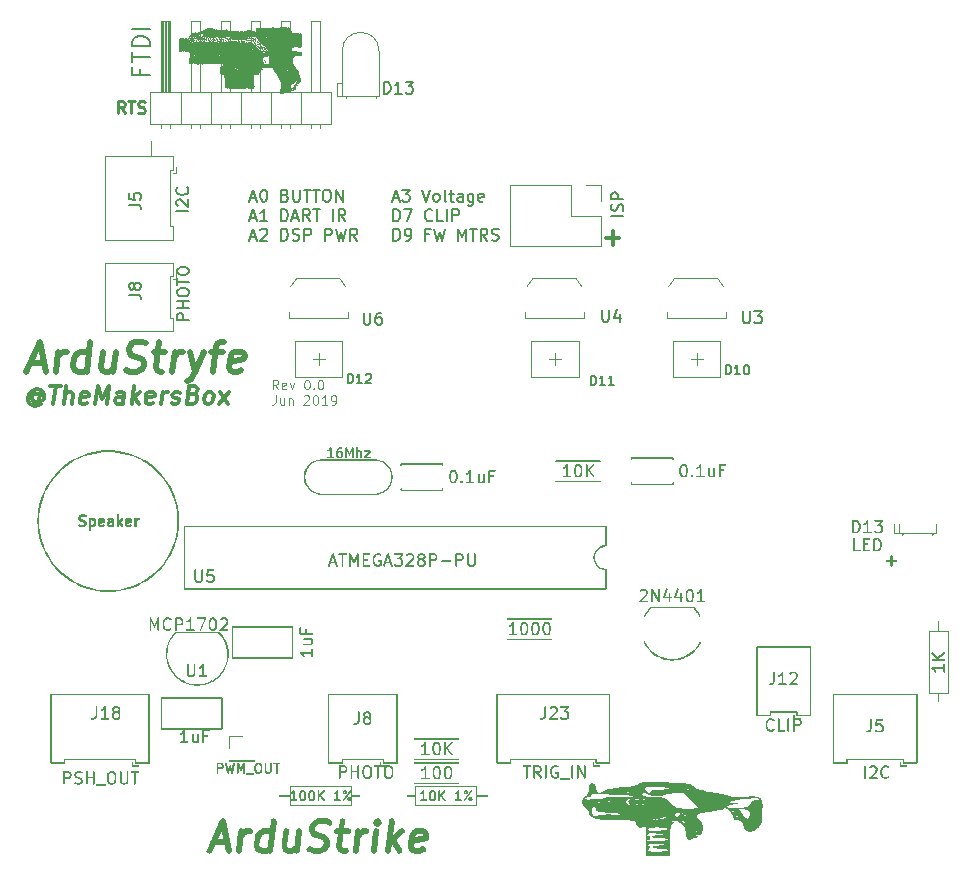
<source format=gto>
%MOIN*%
%OFA0B0*%
%FSLAX46Y46*%
%IPPOS*%
%LPD*%
%ADD10C,0.0039370078740157488*%
%ADD11C,0.011811023622047244*%
%ADD12C,0.005905511811023622*%
%ADD13C,0.00984251968503937*%
%ADD14C,0.01968503937007874*%
%ADD15C,0.0078740157480314977*%
%ADD16C,0.0047244094488188976*%
%ADD17C,0.00039370078740157485*%
%LPD*%
G36*
X0002827100Y0001130500D02*
G01*
X0002828099Y0001130600D01*
X0002828900Y0001131100D01*
X0002829500Y0001131700D01*
X0002829900Y0001132500D01*
X0002830100Y0001133400D01*
X0002829900Y0001134400D01*
X0002829500Y0001135200D01*
X0002828900Y0001135800D01*
X0002828099Y0001136200D01*
X0002827100Y0001136400D01*
X0002808399Y0001136400D01*
X0002807500Y0001136200D01*
X0002806700Y0001135800D01*
X0002805999Y0001135200D01*
X0002805599Y0001134400D01*
X0002805400Y0001133400D01*
X0002805599Y0001132500D01*
X0002805999Y0001131700D01*
X0002806700Y0001131100D01*
X0002807500Y0001130600D01*
X0002808399Y0001130500D01*
X0002827100Y0001130500D01*
G37*
G36*
X0002808399Y0001130500D02*
G01*
X0002809300Y0001130600D01*
X0002810100Y0001131100D01*
X0002810800Y0001131700D01*
X0002811200Y0001132500D01*
X0002811300Y0001133400D01*
X0002811300Y0001172800D01*
X0002811200Y0001173700D01*
X0002810800Y0001174500D01*
X0002810100Y0001175200D01*
X0002809300Y0001175600D01*
X0002808399Y0001175800D01*
X0002807500Y0001175600D01*
X0002806700Y0001175200D01*
X0002805999Y0001174500D01*
X0002805599Y0001173700D01*
X0002805400Y0001172800D01*
X0002805400Y0001133400D01*
X0002805599Y0001132500D01*
X0002805999Y0001131700D01*
X0002806700Y0001131100D01*
X0002807500Y0001130600D01*
X0002808399Y0001130500D01*
G37*
G36*
X0002853400Y0001151100D02*
G01*
X0002854300Y0001151300D01*
X0002855100Y0001151700D01*
X0002855800Y0001152300D01*
X0002856200Y0001153200D01*
X0002856300Y0001154100D01*
X0002856200Y0001155000D01*
X0002855800Y0001155800D01*
X0002855100Y0001156500D01*
X0002854300Y0001156900D01*
X0002853400Y0001157000D01*
X0002840300Y0001157000D01*
X0002839400Y0001156900D01*
X0002838500Y0001156500D01*
X0002837900Y0001155800D01*
X0002837500Y0001155000D01*
X0002837300Y0001154100D01*
X0002837500Y0001153200D01*
X0002837900Y0001152300D01*
X0002838500Y0001151700D01*
X0002839400Y0001151300D01*
X0002840300Y0001151100D01*
X0002853400Y0001151100D01*
G37*
G36*
X0002859000Y0001130500D02*
G01*
X0002859900Y0001130600D01*
X0002860700Y0001131100D01*
X0002861400Y0001131700D01*
X0002861800Y0001132500D01*
X0002862000Y0001133400D01*
X0002861800Y0001134400D01*
X0002861400Y0001135200D01*
X0002860700Y0001135800D01*
X0002859900Y0001136200D01*
X0002859000Y0001136400D01*
X0002840300Y0001136400D01*
X0002839400Y0001136200D01*
X0002838500Y0001135800D01*
X0002837900Y0001135200D01*
X0002837500Y0001134400D01*
X0002837300Y0001133400D01*
X0002837500Y0001132500D01*
X0002837900Y0001131700D01*
X0002838500Y0001131100D01*
X0002839400Y0001130600D01*
X0002840300Y0001130500D01*
X0002859000Y0001130500D01*
G37*
G36*
X0002840300Y0001130500D02*
G01*
X0002841200Y0001130600D01*
X0002841999Y0001131100D01*
X0002842700Y0001131700D01*
X0002843100Y0001132500D01*
X0002843199Y0001133400D01*
X0002843199Y0001172800D01*
X0002843100Y0001173700D01*
X0002842700Y0001174500D01*
X0002841999Y0001175200D01*
X0002841200Y0001175600D01*
X0002840300Y0001175800D01*
X0002839400Y0001175600D01*
X0002838500Y0001175200D01*
X0002837900Y0001174500D01*
X0002837500Y0001173700D01*
X0002837300Y0001172800D01*
X0002837300Y0001133400D01*
X0002837500Y0001132500D01*
X0002837900Y0001131700D01*
X0002838500Y0001131100D01*
X0002839400Y0001130600D01*
X0002840300Y0001130500D01*
G37*
G36*
X0002859000Y0001169900D02*
G01*
X0002859900Y0001170000D01*
X0002860700Y0001170400D01*
X0002861400Y0001171100D01*
X0002861800Y0001171900D01*
X0002862000Y0001172800D01*
X0002861800Y0001173700D01*
X0002861400Y0001174500D01*
X0002860700Y0001175200D01*
X0002859900Y0001175600D01*
X0002859000Y0001175800D01*
X0002840300Y0001175800D01*
X0002839400Y0001175600D01*
X0002838500Y0001175200D01*
X0002837900Y0001174500D01*
X0002837500Y0001173700D01*
X0002837300Y0001172800D01*
X0002837500Y0001171900D01*
X0002837900Y0001171100D01*
X0002838500Y0001170400D01*
X0002839400Y0001170000D01*
X0002840300Y0001169900D01*
X0002859000Y0001169900D01*
G37*
G36*
X0002875900Y0001130500D02*
G01*
X0002876800Y0001130600D01*
X0002877600Y0001131100D01*
X0002878300Y0001131700D01*
X0002878700Y0001132500D01*
X0002878799Y0001133400D01*
X0002878799Y0001172800D01*
X0002878700Y0001173700D01*
X0002878300Y0001174500D01*
X0002877600Y0001175200D01*
X0002876800Y0001175600D01*
X0002875900Y0001175800D01*
X0002875000Y0001175600D01*
X0002874100Y0001175200D01*
X0002873500Y0001174500D01*
X0002873100Y0001173700D01*
X0002872900Y0001172800D01*
X0002872900Y0001133400D01*
X0002873100Y0001132500D01*
X0002873500Y0001131700D01*
X0002874100Y0001131100D01*
X0002875000Y0001130600D01*
X0002875900Y0001130500D01*
G37*
G36*
X0002885300Y0001169900D02*
G01*
X0002886200Y0001170000D01*
X0002887000Y0001170400D01*
X0002887600Y0001171100D01*
X0002888099Y0001171900D01*
X0002888200Y0001172800D01*
X0002888099Y0001173700D01*
X0002887600Y0001174500D01*
X0002887000Y0001175200D01*
X0002886200Y0001175600D01*
X0002885300Y0001175800D01*
X0002875900Y0001175800D01*
X0002875000Y0001175600D01*
X0002874100Y0001175200D01*
X0002873500Y0001174500D01*
X0002873100Y0001173700D01*
X0002872900Y0001172800D01*
X0002873100Y0001171900D01*
X0002873500Y0001171100D01*
X0002874100Y0001170400D01*
X0002875000Y0001170000D01*
X0002875900Y0001169900D01*
X0002885300Y0001169900D01*
G37*
G36*
X0002890900Y0001168000D02*
G01*
X0002891800Y0001168100D01*
X0002892600Y0001168500D01*
X0002893300Y0001169200D01*
X0002893700Y0001170000D01*
X0002893800Y0001170900D01*
X0002893700Y0001171800D01*
X0002893300Y0001172700D01*
X0002892600Y0001173300D01*
X0002891800Y0001173700D01*
X0002886200Y0001175600D01*
X0002885300Y0001175800D01*
X0002884300Y0001175600D01*
X0002883500Y0001175200D01*
X0002882900Y0001174500D01*
X0002882500Y0001173700D01*
X0002882300Y0001172800D01*
X0002882500Y0001171900D01*
X0002882900Y0001171100D01*
X0002883500Y0001170400D01*
X0002884300Y0001170000D01*
X0002890000Y0001168100D01*
X0002890900Y0001168000D01*
G37*
G36*
X0002894600Y0001164200D02*
G01*
X0002895500Y0001164400D01*
X0002896400Y0001164800D01*
X0002897000Y0001165400D01*
X0002897400Y0001166300D01*
X0002897600Y0001167200D01*
X0002897400Y0001168100D01*
X0002897000Y0001168900D01*
X0002892600Y0001173300D01*
X0002891800Y0001173700D01*
X0002890900Y0001173900D01*
X0002890000Y0001173700D01*
X0002889100Y0001173300D01*
X0002888499Y0001172700D01*
X0002888099Y0001171800D01*
X0002887900Y0001170900D01*
X0002888099Y0001170000D01*
X0002888499Y0001169200D01*
X0002892900Y0001164800D01*
X0002893700Y0001164400D01*
X0002894600Y0001164200D01*
G37*
G36*
X0002896500Y0001160500D02*
G01*
X0002897400Y0001160600D01*
X0002898200Y0001161000D01*
X0002898900Y0001161700D01*
X0002899299Y0001162500D01*
X0002899500Y0001163400D01*
X0002899299Y0001164300D01*
X0002897400Y0001168100D01*
X0002897000Y0001168900D01*
X0002896400Y0001169600D01*
X0002895500Y0001170000D01*
X0002894600Y0001170100D01*
X0002893700Y0001170000D01*
X0002892900Y0001169600D01*
X0002892200Y0001168900D01*
X0002891800Y0001168100D01*
X0002891700Y0001167200D01*
X0002891800Y0001166300D01*
X0002891800Y0001166200D01*
X0002893700Y0001162500D01*
X0002894100Y0001161700D01*
X0002894800Y0001161000D01*
X0002895600Y0001160600D01*
X0002896500Y0001160500D01*
G37*
G36*
X0002898400Y0001153000D02*
G01*
X0002899299Y0001153100D01*
X0002900099Y0001153500D01*
X0002900800Y0001154200D01*
X0002901200Y0001155000D01*
X0002901299Y0001155900D01*
X0002901200Y0001156900D01*
X0002899299Y0001164300D01*
X0002898900Y0001165200D01*
X0002898200Y0001165800D01*
X0002897400Y0001166200D01*
X0002896500Y0001166400D01*
X0002895600Y0001166200D01*
X0002894800Y0001165800D01*
X0002894100Y0001165200D01*
X0002893700Y0001164300D01*
X0002893600Y0001163400D01*
X0002893700Y0001162500D01*
X0002895600Y0001155000D01*
X0002896000Y0001154200D01*
X0002896600Y0001153500D01*
X0002897500Y0001153100D01*
X0002898400Y0001153000D01*
G37*
G36*
X0002898400Y0001147400D02*
G01*
X0002899299Y0001147500D01*
X0002900099Y0001147900D01*
X0002900800Y0001148600D01*
X0002901200Y0001149400D01*
X0002901299Y0001150300D01*
X0002901299Y0001155900D01*
X0002901200Y0001156900D01*
X0002900800Y0001157700D01*
X0002900099Y0001158300D01*
X0002899299Y0001158700D01*
X0002898400Y0001158900D01*
X0002897500Y0001158700D01*
X0002896600Y0001158300D01*
X0002896000Y0001157700D01*
X0002895600Y0001156900D01*
X0002895400Y0001155900D01*
X0002895400Y0001150300D01*
X0002895600Y0001149400D01*
X0002896000Y0001148600D01*
X0002896600Y0001147900D01*
X0002897500Y0001147500D01*
X0002898400Y0001147400D01*
G37*
G36*
X0002896500Y0001139900D02*
G01*
X0002897400Y0001140000D01*
X0002898200Y0001140400D01*
X0002898900Y0001141100D01*
X0002899299Y0001141900D01*
X0002901200Y0001149400D01*
X0002901299Y0001150300D01*
X0002901200Y0001151200D01*
X0002900800Y0001152000D01*
X0002900099Y0001152700D01*
X0002899299Y0001153100D01*
X0002898400Y0001153300D01*
X0002897500Y0001153100D01*
X0002896600Y0001152700D01*
X0002896000Y0001152000D01*
X0002895600Y0001151200D01*
X0002893700Y0001143700D01*
X0002893600Y0001142800D01*
X0002893700Y0001141900D01*
X0002894100Y0001141100D01*
X0002894800Y0001140400D01*
X0002895600Y0001140000D01*
X0002896500Y0001139900D01*
G37*
G36*
X0002894600Y0001136100D02*
G01*
X0002895500Y0001136300D01*
X0002896400Y0001136700D01*
X0002897000Y0001137300D01*
X0002897400Y0001138200D01*
X0002899299Y0001141900D01*
X0002899500Y0001142800D01*
X0002899299Y0001143700D01*
X0002898900Y0001144500D01*
X0002898200Y0001145200D01*
X0002897400Y0001145600D01*
X0002896500Y0001145800D01*
X0002895600Y0001145600D01*
X0002894800Y0001145200D01*
X0002894100Y0001144500D01*
X0002893700Y0001143700D01*
X0002891800Y0001140000D01*
X0002891700Y0001139100D01*
X0002891800Y0001138200D01*
X0002892200Y0001137300D01*
X0002892900Y0001136700D01*
X0002893700Y0001136300D01*
X0002894600Y0001136100D01*
G37*
G36*
X0002890900Y0001132400D02*
G01*
X0002891800Y0001132500D01*
X0002892600Y0001132900D01*
X0002896400Y0001136700D01*
X0002896400Y0001136700D01*
X0002897000Y0001137300D01*
X0002897400Y0001138200D01*
X0002897600Y0001139100D01*
X0002897400Y0001140000D01*
X0002897000Y0001140800D01*
X0002896400Y0001141500D01*
X0002895500Y0001141900D01*
X0002894600Y0001142000D01*
X0002893700Y0001141900D01*
X0002892900Y0001141500D01*
X0002892200Y0001140800D01*
X0002888499Y0001137100D01*
X0002888099Y0001136200D01*
X0002887900Y0001135300D01*
X0002888099Y0001134400D01*
X0002888499Y0001133600D01*
X0002889100Y0001132900D01*
X0002890000Y0001132500D01*
X0002890900Y0001132400D01*
G37*
G36*
X0002885300Y0001130500D02*
G01*
X0002886200Y0001130600D01*
X0002891800Y0001132500D01*
X0002892600Y0001132900D01*
X0002893300Y0001133600D01*
X0002893700Y0001134400D01*
X0002893800Y0001135300D01*
X0002893700Y0001136200D01*
X0002893300Y0001137100D01*
X0002892600Y0001137700D01*
X0002891800Y0001138100D01*
X0002890900Y0001138300D01*
X0002890000Y0001138100D01*
X0002884300Y0001136200D01*
X0002883500Y0001135800D01*
X0002882900Y0001135200D01*
X0002882500Y0001134400D01*
X0002882300Y0001133400D01*
X0002882500Y0001132500D01*
X0002882900Y0001131700D01*
X0002883500Y0001131100D01*
X0002884300Y0001130600D01*
X0002885300Y0001130500D01*
G37*
G36*
X0002885300Y0001130500D02*
G01*
X0002886200Y0001130600D01*
X0002887000Y0001131100D01*
X0002887600Y0001131700D01*
X0002888099Y0001132500D01*
X0002888200Y0001133400D01*
X0002888099Y0001134400D01*
X0002887600Y0001135200D01*
X0002887000Y0001135800D01*
X0002886200Y0001136200D01*
X0002885300Y0001136400D01*
X0002875900Y0001136400D01*
X0002875000Y0001136200D01*
X0002874100Y0001135800D01*
X0002873500Y0001135200D01*
X0002873100Y0001134400D01*
X0002872900Y0001133400D01*
X0002873100Y0001132500D01*
X0002873500Y0001131700D01*
X0002874100Y0001131100D01*
X0002875000Y0001130600D01*
X0002875900Y0001130500D01*
X0002885300Y0001130500D01*
G37*
G36*
X0002947400Y0001094500D02*
G01*
X0002948700Y0001094700D01*
X0002949800Y0001095300D01*
X0002950600Y0001096100D01*
X0002951200Y0001097200D01*
X0002951400Y0001098400D01*
X0002951200Y0001099700D01*
X0002950600Y0001100800D01*
X0002949800Y0001101600D01*
X0002948700Y0001102200D01*
X0002947400Y0001102400D01*
X0002917500Y0001102400D01*
X0002916200Y0001102200D01*
X0002915100Y0001101600D01*
X0002914300Y0001100800D01*
X0002913700Y0001099700D01*
X0002913500Y0001098400D01*
X0002913700Y0001097200D01*
X0002914300Y0001096100D01*
X0002915100Y0001095300D01*
X0002916200Y0001094700D01*
X0002917500Y0001094500D01*
X0002947400Y0001094500D01*
G37*
G36*
X0002932400Y0001079500D02*
G01*
X0002933700Y0001079700D01*
X0002934800Y0001080300D01*
X0002935600Y0001081100D01*
X0002936200Y0001082200D01*
X0002936400Y0001083400D01*
X0002936400Y0001113400D01*
X0002936200Y0001114700D01*
X0002935600Y0001115800D01*
X0002934800Y0001116600D01*
X0002933700Y0001117200D01*
X0002932400Y0001117400D01*
X0002931200Y0001117200D01*
X0002930100Y0001116600D01*
X0002929300Y0001115800D01*
X0002928700Y0001114700D01*
X0002928500Y0001113400D01*
X0002928500Y0001083400D01*
X0002928700Y0001082200D01*
X0002929300Y0001081100D01*
X0002930100Y0001080300D01*
X0002931200Y0001079700D01*
X0002932400Y0001079500D01*
G37*
G36*
X0000719200Y0000150900D02*
G01*
X0000722200Y0000151400D01*
X0000725000Y0000152800D01*
X0000727100Y0000155000D01*
X0000728500Y0000157700D01*
X0000728999Y0000160800D01*
X0000728500Y0000163800D01*
X0000727100Y0000166500D01*
X0000725000Y0000168699D01*
X0000722200Y0000170099D01*
X0000719200Y0000170600D01*
X0000672300Y0000170600D01*
X0000669300Y0000170099D01*
X0000666500Y0000168699D01*
X0000664300Y0000166500D01*
X0000662900Y0000163800D01*
X0000662499Y0000160800D01*
X0000662900Y0000157700D01*
X0000664300Y0000155000D01*
X0000666500Y0000152800D01*
X0000669300Y0000151400D01*
X0000672300Y0000150900D01*
X0000719200Y0000150900D01*
G37*
G36*
X0000659399Y0000122800D02*
G01*
X0000662499Y0000123300D01*
X0000665199Y0000124700D01*
X0000667400Y0000126800D01*
X0000668800Y0000129600D01*
X0000713899Y0000228000D01*
X0000714400Y0000231100D01*
X0000713899Y0000234100D01*
X0000712500Y0000236800D01*
X0000710300Y0000239000D01*
X0000707599Y0000240400D01*
X0000704499Y0000240900D01*
X0000701499Y0000240400D01*
X0000698699Y0000239000D01*
X0000696600Y0000236800D01*
X0000695200Y0000234100D01*
X0000650099Y0000135700D01*
X0000649600Y0000132600D01*
X0000650099Y0000129600D01*
X0000651500Y0000126800D01*
X0000653600Y0000124700D01*
X0000656399Y0000123300D01*
X0000659399Y0000122800D01*
G37*
G36*
X0000725000Y0000122800D02*
G01*
X0000728100Y0000123300D01*
X0000730800Y0000124700D01*
X0000733000Y0000126800D01*
X0000734400Y0000129600D01*
X0000734899Y0000132600D01*
X0000734400Y0000135700D01*
X0000713899Y0000234100D01*
X0000712500Y0000236800D01*
X0000710300Y0000239000D01*
X0000707599Y0000240400D01*
X0000704499Y0000240900D01*
X0000701499Y0000240400D01*
X0000698699Y0000239000D01*
X0000696600Y0000236800D01*
X0000695200Y0000234100D01*
X0000694700Y0000231100D01*
X0000695200Y0000228000D01*
X0000715700Y0000129600D01*
X0000717099Y0000126800D01*
X0000719200Y0000124700D01*
X0000722000Y0000123300D01*
X0000725000Y0000122800D01*
G37*
G36*
X0000757800Y0000122800D02*
G01*
X0000760900Y0000123300D01*
X0000763600Y0000124700D01*
X0000765800Y0000126800D01*
X0000767200Y0000129600D01*
X0000767700Y0000132600D01*
X0000775900Y0000198199D01*
X0000775400Y0000201300D01*
X0000774000Y0000204000D01*
X0000771800Y0000206200D01*
X0000769100Y0000207600D01*
X0000766000Y0000208100D01*
X0000763000Y0000207600D01*
X0000760300Y0000206200D01*
X0000758100Y0000204000D01*
X0000756700Y0000201300D01*
X0000756199Y0000198199D01*
X0000748000Y0000132600D01*
X0000748500Y0000129600D01*
X0000749900Y0000126800D01*
X0000752100Y0000124700D01*
X0000754800Y0000123300D01*
X0000757800Y0000122800D01*
G37*
G36*
X0000763700Y0000169700D02*
G01*
X0000766700Y0000170099D01*
X0000769500Y0000171500D01*
X0000771700Y0000173700D01*
X0000777499Y0000183100D01*
X0000778900Y0000185800D01*
X0000779400Y0000188900D01*
X0000778900Y0000191900D01*
X0000777499Y0000194700D01*
X0000775300Y0000196800D01*
X0000772600Y0000198199D01*
X0000769600Y0000198700D01*
X0000766500Y0000198199D01*
X0000763800Y0000196800D01*
X0000761600Y0000194700D01*
X0000755700Y0000185299D01*
X0000754300Y0000182500D01*
X0000753900Y0000179500D01*
X0000754300Y0000176500D01*
X0000755700Y0000173700D01*
X0000757900Y0000171500D01*
X0000760700Y0000170099D01*
X0000763700Y0000169700D01*
G37*
G36*
X0000769600Y0000179000D02*
G01*
X0000772600Y0000179500D01*
X0000775300Y0000180900D01*
X0000780599Y0000185600D01*
X0000782800Y0000187800D01*
X0000784200Y0000190500D01*
X0000784700Y0000193599D01*
X0000784200Y0000196600D01*
X0000782800Y0000199300D01*
X0000780599Y0000201500D01*
X0000777900Y0000202900D01*
X0000774800Y0000203400D01*
X0000771800Y0000202900D01*
X0000769000Y0000201500D01*
X0000763800Y0000196800D01*
X0000761600Y0000194700D01*
X0000760200Y0000191900D01*
X0000759700Y0000188900D01*
X0000760200Y0000185800D01*
X0000761600Y0000183100D01*
X0000763800Y0000180900D01*
X0000766500Y0000179500D01*
X0000769600Y0000179000D01*
G37*
G36*
X0000774800Y0000183699D02*
G01*
X0000777900Y0000184200D01*
X0000787800Y0000188900D01*
X0000790600Y0000190300D01*
X0000792799Y0000192500D01*
X0000794200Y0000195200D01*
X0000794600Y0000198199D01*
X0000794200Y0000201300D01*
X0000792799Y0000204000D01*
X0000790600Y0000206200D01*
X0000787800Y0000207600D01*
X0000784800Y0000208100D01*
X0000781800Y0000207600D01*
X0000771800Y0000202900D01*
X0000769000Y0000201500D01*
X0000766900Y0000199300D01*
X0000765499Y0000196600D01*
X0000765000Y0000193599D01*
X0000765499Y0000190500D01*
X0000766900Y0000187800D01*
X0000769000Y0000185600D01*
X0000771800Y0000184200D01*
X0000774800Y0000183699D01*
G37*
G36*
X0000794200Y0000188400D02*
G01*
X0000797200Y0000188900D01*
X0000800000Y0000190300D01*
X0000802100Y0000192500D01*
X0000803500Y0000195200D01*
X0000804000Y0000198199D01*
X0000803500Y0000201300D01*
X0000802100Y0000204000D01*
X0000800000Y0000206200D01*
X0000797200Y0000207600D01*
X0000794200Y0000208100D01*
X0000784800Y0000208100D01*
X0000781800Y0000207600D01*
X0000779000Y0000206200D01*
X0000776800Y0000204000D01*
X0000775400Y0000201300D01*
X0000774900Y0000198199D01*
X0000775400Y0000195200D01*
X0000776800Y0000192500D01*
X0000779000Y0000190300D01*
X0000781800Y0000188900D01*
X0000784800Y0000188400D01*
X0000794200Y0000188400D01*
G37*
G36*
X0000861000Y0000122800D02*
G01*
X0000864000Y0000123300D01*
X0000866700Y0000124700D01*
X0000868900Y0000126800D01*
X0000870300Y0000129600D01*
X0000870800Y0000132600D01*
X0000883100Y0000231100D01*
X0000882600Y0000234100D01*
X0000881200Y0000236800D01*
X0000879000Y0000239000D01*
X0000876300Y0000240400D01*
X0000873300Y0000240900D01*
X0000870200Y0000240400D01*
X0000867500Y0000239000D01*
X0000865300Y0000236800D01*
X0000863900Y0000234100D01*
X0000863400Y0000231100D01*
X0000851100Y0000132600D01*
X0000851600Y0000129600D01*
X0000853000Y0000126800D01*
X0000855200Y0000124700D01*
X0000857900Y0000123300D01*
X0000861000Y0000122800D01*
G37*
G36*
X0000851600Y0000122800D02*
G01*
X0000854600Y0000123300D01*
X0000864600Y0000128000D01*
X0000867300Y0000129399D01*
X0000869500Y0000131500D01*
X0000870900Y0000134300D01*
X0000871400Y0000137300D01*
X0000870900Y0000140400D01*
X0000869500Y0000143100D01*
X0000867300Y0000145300D01*
X0000864600Y0000146700D01*
X0000861500Y0000147200D01*
X0000858500Y0000146700D01*
X0000848500Y0000142000D01*
X0000845800Y0000140600D01*
X0000843600Y0000138400D01*
X0000842200Y0000135700D01*
X0000841700Y0000132600D01*
X0000842200Y0000129600D01*
X0000843600Y0000126800D01*
X0000845800Y0000124700D01*
X0000848500Y0000123300D01*
X0000851600Y0000122800D01*
G37*
G36*
X0000851600Y0000122800D02*
G01*
X0000854600Y0000123300D01*
X0000857400Y0000124700D01*
X0000859500Y0000126800D01*
X0000860900Y0000129600D01*
X0000861400Y0000132600D01*
X0000860900Y0000135700D01*
X0000859500Y0000138400D01*
X0000857400Y0000140600D01*
X0000854600Y0000142000D01*
X0000851600Y0000142500D01*
X0000832800Y0000142500D01*
X0000829800Y0000142000D01*
X0000827000Y0000140600D01*
X0000824900Y0000138400D01*
X0000823500Y0000135700D01*
X0000822999Y0000132600D01*
X0000823500Y0000129600D01*
X0000824900Y0000126800D01*
X0000827000Y0000124700D01*
X0000829800Y0000123300D01*
X0000832800Y0000122800D01*
X0000851600Y0000122800D01*
G37*
G36*
X0000832800Y0000122800D02*
G01*
X0000835900Y0000123300D01*
X0000838600Y0000124700D01*
X0000840800Y0000126800D01*
X0000842200Y0000129600D01*
X0000842700Y0000132600D01*
X0000842200Y0000135700D01*
X0000840800Y0000138400D01*
X0000838600Y0000140600D01*
X0000829800Y0000145300D01*
X0000827100Y0000146700D01*
X0000824000Y0000147200D01*
X0000821000Y0000146700D01*
X0000818300Y0000145300D01*
X0000816100Y0000143100D01*
X0000814700Y0000140400D01*
X0000814200Y0000137300D01*
X0000814700Y0000134300D01*
X0000816100Y0000131500D01*
X0000818300Y0000129399D01*
X0000827000Y0000124700D01*
X0000829800Y0000123300D01*
X0000832800Y0000122800D01*
G37*
G36*
X0000824000Y0000127500D02*
G01*
X0000827100Y0000128000D01*
X0000829800Y0000129399D01*
X0000832000Y0000131500D01*
X0000833400Y0000134300D01*
X0000833900Y0000137300D01*
X0000833400Y0000140400D01*
X0000832000Y0000143100D01*
X0000827900Y0000147800D01*
X0000825700Y0000150000D01*
X0000822999Y0000151400D01*
X0000819900Y0000151800D01*
X0000816899Y0000151400D01*
X0000814200Y0000150000D01*
X0000812000Y0000147800D01*
X0000810600Y0000145000D01*
X0000810100Y0000142000D01*
X0000810600Y0000139000D01*
X0000812000Y0000136200D01*
X0000816100Y0000131500D01*
X0000818300Y0000129399D01*
X0000821000Y0000128000D01*
X0000824000Y0000127500D01*
G37*
G36*
X0000819900Y0000132200D02*
G01*
X0000822999Y0000132600D01*
X0000825700Y0000134000D01*
X0000827900Y0000136200D01*
X0000829300Y0000139000D01*
X0000829800Y0000142000D01*
X0000829300Y0000145000D01*
X0000825800Y0000154400D01*
X0000824400Y0000157200D01*
X0000822200Y0000159300D01*
X0000819500Y0000160700D01*
X0000816400Y0000161200D01*
X0000813400Y0000160700D01*
X0000810600Y0000159300D01*
X0000808500Y0000157200D01*
X0000807100Y0000154400D01*
X0000806600Y0000151400D01*
X0000807100Y0000148300D01*
X0000810600Y0000139000D01*
X0000812000Y0000136200D01*
X0000814200Y0000134000D01*
X0000816899Y0000132600D01*
X0000819900Y0000132200D01*
G37*
G36*
X0000816400Y0000141500D02*
G01*
X0000819500Y0000142000D01*
X0000822200Y0000143400D01*
X0000824400Y0000145600D01*
X0000825800Y0000148300D01*
X0000826300Y0000151400D01*
X0000829800Y0000179500D01*
X0000829300Y0000182500D01*
X0000827900Y0000185299D01*
X0000825700Y0000187499D01*
X0000822999Y0000188900D01*
X0000819900Y0000189300D01*
X0000816899Y0000188900D01*
X0000814200Y0000187499D01*
X0000812000Y0000185299D01*
X0000810600Y0000182500D01*
X0000810100Y0000179500D01*
X0000806600Y0000151400D01*
X0000807100Y0000148300D01*
X0000808500Y0000145600D01*
X0000810600Y0000143400D01*
X0000813400Y0000142000D01*
X0000816400Y0000141500D01*
G37*
G36*
X0000819900Y0000169700D02*
G01*
X0000822999Y0000170099D01*
X0000825700Y0000171500D01*
X0000827900Y0000173700D01*
X0000833800Y0000183100D01*
X0000835200Y0000185800D01*
X0000835600Y0000188900D01*
X0000835200Y0000191900D01*
X0000833800Y0000194700D01*
X0000831600Y0000196800D01*
X0000828800Y0000198199D01*
X0000825800Y0000198700D01*
X0000822800Y0000198199D01*
X0000819999Y0000196800D01*
X0000817800Y0000194700D01*
X0000812000Y0000185299D01*
X0000810600Y0000182500D01*
X0000810100Y0000179500D01*
X0000810600Y0000176500D01*
X0000812000Y0000173700D01*
X0000814200Y0000171500D01*
X0000816899Y0000170099D01*
X0000819900Y0000169700D01*
G37*
G36*
X0000825800Y0000179000D02*
G01*
X0000828800Y0000179500D01*
X0000831600Y0000180900D01*
X0000836900Y0000185600D01*
X0000839000Y0000187800D01*
X0000840400Y0000190500D01*
X0000840900Y0000193599D01*
X0000840400Y0000196600D01*
X0000839000Y0000199300D01*
X0000836900Y0000201500D01*
X0000834100Y0000202900D01*
X0000831100Y0000203400D01*
X0000828000Y0000202900D01*
X0000825300Y0000201500D01*
X0000819999Y0000196800D01*
X0000817800Y0000194700D01*
X0000816400Y0000191900D01*
X0000816000Y0000188900D01*
X0000816400Y0000185800D01*
X0000817800Y0000183100D01*
X0000819999Y0000180900D01*
X0000822800Y0000179500D01*
X0000825800Y0000179000D01*
G37*
G36*
X0000831100Y0000183699D02*
G01*
X0000834100Y0000184200D01*
X0000844100Y0000188900D01*
X0000846800Y0000190300D01*
X0000849000Y0000192500D01*
X0000850400Y0000195200D01*
X0000850900Y0000198199D01*
X0000850400Y0000201300D01*
X0000849000Y0000204000D01*
X0000846800Y0000206200D01*
X0000844100Y0000207600D01*
X0000841000Y0000208100D01*
X0000838000Y0000207600D01*
X0000828000Y0000202900D01*
X0000825300Y0000201500D01*
X0000823100Y0000199300D01*
X0000821700Y0000196600D01*
X0000821200Y0000193599D01*
X0000821700Y0000190500D01*
X0000823100Y0000187800D01*
X0000825300Y0000185600D01*
X0000828000Y0000184200D01*
X0000831100Y0000183699D01*
G37*
G36*
X0000859800Y0000188400D02*
G01*
X0000862800Y0000188900D01*
X0000865600Y0000190300D01*
X0000867700Y0000192500D01*
X0000869100Y0000195200D01*
X0000869600Y0000198199D01*
X0000869100Y0000201300D01*
X0000867700Y0000204000D01*
X0000865600Y0000206200D01*
X0000862800Y0000207600D01*
X0000859800Y0000208100D01*
X0000841000Y0000208100D01*
X0000838000Y0000207600D01*
X0000835200Y0000206200D01*
X0000833100Y0000204000D01*
X0000831700Y0000201300D01*
X0000831200Y0000198199D01*
X0000831700Y0000195200D01*
X0000833100Y0000192500D01*
X0000835200Y0000190300D01*
X0000838000Y0000188900D01*
X0000841000Y0000188400D01*
X0000859800Y0000188400D01*
G37*
G36*
X0000868600Y0000183699D02*
G01*
X0000871600Y0000184200D01*
X0000874400Y0000185600D01*
X0000876500Y0000187800D01*
X0000877900Y0000190500D01*
X0000878400Y0000193599D01*
X0000877900Y0000196600D01*
X0000876500Y0000199300D01*
X0000874400Y0000201500D01*
X0000865600Y0000206200D01*
X0000862800Y0000207600D01*
X0000859800Y0000208100D01*
X0000856700Y0000207600D01*
X0000854000Y0000206200D01*
X0000851800Y0000204000D01*
X0000850400Y0000201300D01*
X0000849900Y0000198199D01*
X0000850400Y0000195200D01*
X0000851800Y0000192500D01*
X0000854000Y0000190300D01*
X0000862800Y0000185600D01*
X0000865500Y0000184200D01*
X0000868600Y0000183699D01*
G37*
G36*
X0000950000Y0000122800D02*
G01*
X0000953000Y0000123300D01*
X0000955800Y0000124700D01*
X0000958000Y0000126800D01*
X0000959400Y0000129600D01*
X0000959800Y0000132600D01*
X0000968100Y0000198199D01*
X0000967600Y0000201300D01*
X0000966200Y0000204000D01*
X0000964000Y0000206200D01*
X0000961200Y0000207600D01*
X0000958200Y0000208100D01*
X0000955200Y0000207600D01*
X0000952400Y0000206200D01*
X0000950200Y0000204000D01*
X0000948800Y0000201300D01*
X0000948400Y0000198199D01*
X0000940200Y0000132600D01*
X0000940600Y0000129600D01*
X0000942000Y0000126800D01*
X0000944200Y0000124700D01*
X0000947000Y0000123300D01*
X0000950000Y0000122800D01*
G37*
G36*
X0000909600Y0000136800D02*
G01*
X0000912600Y0000137300D01*
X0000915400Y0000138700D01*
X0000917500Y0000140900D01*
X0000918900Y0000143600D01*
X0000919400Y0000146700D01*
X0000925900Y0000198199D01*
X0000925400Y0000201300D01*
X0000924000Y0000204000D01*
X0000921800Y0000206200D01*
X0000919100Y0000207600D01*
X0000916000Y0000208100D01*
X0000913000Y0000207600D01*
X0000910200Y0000206200D01*
X0000908100Y0000204000D01*
X0000906700Y0000201300D01*
X0000906200Y0000198199D01*
X0000899700Y0000146700D01*
X0000900200Y0000143600D01*
X0000901600Y0000140900D01*
X0000903800Y0000138700D01*
X0000906500Y0000137300D01*
X0000909600Y0000136800D01*
G37*
G36*
X0000913100Y0000127500D02*
G01*
X0000916100Y0000128000D01*
X0000918900Y0000129399D01*
X0000921100Y0000131500D01*
X0000922500Y0000134300D01*
X0000922900Y0000137300D01*
X0000922500Y0000140400D01*
X0000918900Y0000149700D01*
X0000917500Y0000152500D01*
X0000915400Y0000154700D01*
X0000912600Y0000156100D01*
X0000909600Y0000156500D01*
X0000906500Y0000156100D01*
X0000903800Y0000154700D01*
X0000901600Y0000152500D01*
X0000900200Y0000149700D01*
X0000899700Y0000146700D01*
X0000900200Y0000143600D01*
X0000903700Y0000134300D01*
X0000905100Y0000131500D01*
X0000907300Y0000129399D01*
X0000910100Y0000128000D01*
X0000913100Y0000127500D01*
G37*
G36*
X0000921900Y0000122800D02*
G01*
X0000924900Y0000123300D01*
X0000927700Y0000124700D01*
X0000929800Y0000126800D01*
X0000931200Y0000129600D01*
X0000931700Y0000132600D01*
X0000931200Y0000135700D01*
X0000929800Y0000138400D01*
X0000927700Y0000140600D01*
X0000918900Y0000145300D01*
X0000916100Y0000146700D01*
X0000913100Y0000147200D01*
X0000910100Y0000146700D01*
X0000907300Y0000145300D01*
X0000905100Y0000143100D01*
X0000903700Y0000140400D01*
X0000903300Y0000137300D01*
X0000903700Y0000134300D01*
X0000905100Y0000131500D01*
X0000907300Y0000129399D01*
X0000916100Y0000124700D01*
X0000918800Y0000123300D01*
X0000921900Y0000122800D01*
G37*
G36*
X0000935900Y0000122800D02*
G01*
X0000939000Y0000123300D01*
X0000941700Y0000124700D01*
X0000943900Y0000126800D01*
X0000945300Y0000129600D01*
X0000945800Y0000132600D01*
X0000945300Y0000135700D01*
X0000943900Y0000138400D01*
X0000941700Y0000140600D01*
X0000939000Y0000142000D01*
X0000935900Y0000142500D01*
X0000921900Y0000142500D01*
X0000918800Y0000142000D01*
X0000916100Y0000140600D01*
X0000913900Y0000138400D01*
X0000912500Y0000135700D01*
X0000912000Y0000132600D01*
X0000912500Y0000129600D01*
X0000913900Y0000126800D01*
X0000916100Y0000124700D01*
X0000918800Y0000123300D01*
X0000921900Y0000122800D01*
X0000935900Y0000122800D01*
G37*
G36*
X0000935900Y0000122800D02*
G01*
X0000939000Y0000123300D01*
X0000948900Y0000128000D01*
X0000951700Y0000129399D01*
X0000953900Y0000131500D01*
X0000955300Y0000134300D01*
X0000955700Y0000137300D01*
X0000955300Y0000140400D01*
X0000953900Y0000143100D01*
X0000951700Y0000145300D01*
X0000948900Y0000146700D01*
X0000945900Y0000147200D01*
X0000942900Y0000146700D01*
X0000932900Y0000142000D01*
X0000930200Y0000140600D01*
X0000928000Y0000138400D01*
X0000926600Y0000135700D01*
X0000926100Y0000132600D01*
X0000926600Y0000129600D01*
X0000928000Y0000126800D01*
X0000930200Y0000124700D01*
X0000932900Y0000123300D01*
X0000935900Y0000122800D01*
G37*
G36*
X0000945900Y0000127500D02*
G01*
X0000948900Y0000128000D01*
X0000951700Y0000129399D01*
X0000957000Y0000134000D01*
X0000959100Y0000136200D01*
X0000960500Y0000139000D01*
X0000961000Y0000142000D01*
X0000960500Y0000145000D01*
X0000959100Y0000147800D01*
X0000957000Y0000150000D01*
X0000954200Y0000151400D01*
X0000951200Y0000151800D01*
X0000948100Y0000151400D01*
X0000945400Y0000150000D01*
X0000940100Y0000145300D01*
X0000937900Y0000143100D01*
X0000936500Y0000140400D01*
X0000936100Y0000137300D01*
X0000936500Y0000134300D01*
X0000937900Y0000131500D01*
X0000940100Y0000129399D01*
X0000942900Y0000128000D01*
X0000945900Y0000127500D01*
G37*
G36*
X0001006200Y0000122800D02*
G01*
X0001009300Y0000123300D01*
X0001012000Y0000124700D01*
X0001014200Y0000126800D01*
X0001015600Y0000129600D01*
X0001016100Y0000132600D01*
X0001015600Y0000135700D01*
X0001014200Y0000138400D01*
X0001012000Y0000140600D01*
X0001009300Y0000142000D01*
X0000995800Y0000146700D01*
X0000992800Y0000147200D01*
X0000989700Y0000146700D01*
X0000987000Y0000145300D01*
X0000984800Y0000143100D01*
X0000983400Y0000140400D01*
X0000982900Y0000137300D01*
X0000983400Y0000134300D01*
X0000984800Y0000131500D01*
X0000987000Y0000129399D01*
X0000989700Y0000128000D01*
X0001003200Y0000123300D01*
X0001006200Y0000122800D01*
G37*
G36*
X0001029700Y0000122800D02*
G01*
X0001032700Y0000123300D01*
X0001035500Y0000124700D01*
X0001037600Y0000126800D01*
X0001038999Y0000129600D01*
X0001039500Y0000132600D01*
X0001038999Y0000135700D01*
X0001037600Y0000138400D01*
X0001035500Y0000140600D01*
X0001032700Y0000142000D01*
X0001029700Y0000142500D01*
X0001006200Y0000142500D01*
X0001003200Y0000142000D01*
X0001000500Y0000140600D01*
X0000998300Y0000138400D01*
X0000996900Y0000135700D01*
X0000996400Y0000132600D01*
X0000996900Y0000129600D01*
X0000998300Y0000126800D01*
X0001000500Y0000124700D01*
X0001003200Y0000123300D01*
X0001006200Y0000122800D01*
X0001029700Y0000122800D01*
G37*
G36*
X0001029700Y0000122800D02*
G01*
X0001032700Y0000123300D01*
X0001042700Y0000128000D01*
X0001045400Y0000129399D01*
X0001047600Y0000131500D01*
X0001049000Y0000134300D01*
X0001049500Y0000137300D01*
X0001049000Y0000140400D01*
X0001047600Y0000143100D01*
X0001045400Y0000145300D01*
X0001042700Y0000146700D01*
X0001039600Y0000147200D01*
X0001036600Y0000146700D01*
X0001026600Y0000142000D01*
X0001023900Y0000140600D01*
X0001021700Y0000138400D01*
X0001020300Y0000135700D01*
X0001019800Y0000132600D01*
X0001020300Y0000129600D01*
X0001021700Y0000126800D01*
X0001023900Y0000124700D01*
X0001026600Y0000123300D01*
X0001029700Y0000122800D01*
G37*
G36*
X0001039600Y0000127500D02*
G01*
X0001042700Y0000128000D01*
X0001045400Y0000129399D01*
X0001050700Y0000134000D01*
X0001052900Y0000136200D01*
X0001054300Y0000139000D01*
X0001054800Y0000142000D01*
X0001054300Y0000145000D01*
X0001052900Y0000147800D01*
X0001050700Y0000150000D01*
X0001048000Y0000151400D01*
X0001044899Y0000151800D01*
X0001041900Y0000151400D01*
X0001039099Y0000150000D01*
X0001033900Y0000145300D01*
X0001031700Y0000143100D01*
X0001030300Y0000140400D01*
X0001029800Y0000137300D01*
X0001030300Y0000134300D01*
X0001031700Y0000131500D01*
X0001033900Y0000129399D01*
X0001036600Y0000128000D01*
X0001039600Y0000127500D01*
G37*
G36*
X0001044899Y0000132200D02*
G01*
X0001048000Y0000132600D01*
X0001050700Y0000134000D01*
X0001052900Y0000136200D01*
X0001058700Y0000145600D01*
X0001060100Y0000148300D01*
X0001060600Y0000151400D01*
X0001060100Y0000154400D01*
X0001058700Y0000157200D01*
X0001056600Y0000159300D01*
X0001053800Y0000160700D01*
X0001050800Y0000161200D01*
X0001047700Y0000160700D01*
X0001044999Y0000159300D01*
X0001042800Y0000157200D01*
X0001036999Y0000147800D01*
X0001035600Y0000145000D01*
X0001035099Y0000142000D01*
X0001035600Y0000139000D01*
X0001036999Y0000136200D01*
X0001039099Y0000134000D01*
X0001041900Y0000132600D01*
X0001044899Y0000132200D01*
G37*
G36*
X0001050800Y0000141500D02*
G01*
X0001053800Y0000142000D01*
X0001056600Y0000143400D01*
X0001058700Y0000145600D01*
X0001060100Y0000148300D01*
X0001060600Y0000151400D01*
X0001061800Y0000160800D01*
X0001061300Y0000163800D01*
X0001059900Y0000166500D01*
X0001057700Y0000168699D01*
X0001055000Y0000170099D01*
X0001051900Y0000170600D01*
X0001048900Y0000170099D01*
X0001046200Y0000168699D01*
X0001044000Y0000166500D01*
X0001042600Y0000163800D01*
X0001042100Y0000160800D01*
X0001040899Y0000151400D01*
X0001041400Y0000148300D01*
X0001042800Y0000145600D01*
X0001044999Y0000143400D01*
X0001047700Y0000142000D01*
X0001050800Y0000141500D01*
G37*
G36*
X0001051900Y0000150900D02*
G01*
X0001055000Y0000151400D01*
X0001057700Y0000152800D01*
X0001059900Y0000155000D01*
X0001061300Y0000157700D01*
X0001061800Y0000160800D01*
X0001061300Y0000163800D01*
X0001057800Y0000173199D01*
X0001056400Y0000175900D01*
X0001054200Y0000178100D01*
X0001051500Y0000179500D01*
X0001048400Y0000179999D01*
X0001045400Y0000179500D01*
X0001042600Y0000178100D01*
X0001040500Y0000175900D01*
X0001039099Y0000173199D01*
X0001038600Y0000170099D01*
X0001039099Y0000167099D01*
X0001042600Y0000157700D01*
X0001044000Y0000155000D01*
X0001046200Y0000152800D01*
X0001048900Y0000151400D01*
X0001051900Y0000150900D01*
G37*
G36*
X0001048400Y0000160299D02*
G01*
X0001051500Y0000160800D01*
X0001054200Y0000162200D01*
X0001056400Y0000164300D01*
X0001057800Y0000167099D01*
X0001058300Y0000170099D01*
X0001057800Y0000173199D01*
X0001056400Y0000175900D01*
X0001052300Y0000180600D01*
X0001050100Y0000182800D01*
X0001047400Y0000184200D01*
X0001044300Y0000184700D01*
X0001041299Y0000184200D01*
X0001038500Y0000182800D01*
X0001036400Y0000180600D01*
X0001034999Y0000177900D01*
X0001034500Y0000174800D01*
X0001034999Y0000171800D01*
X0001036400Y0000169000D01*
X0001040500Y0000164300D01*
X0001042600Y0000162200D01*
X0001045400Y0000160800D01*
X0001048400Y0000160299D01*
G37*
G36*
X0001044300Y0000165000D02*
G01*
X0001047400Y0000165499D01*
X0001050100Y0000166800D01*
X0001052300Y0000169000D01*
X0001053700Y0000171800D01*
X0001054200Y0000174800D01*
X0001053700Y0000177900D01*
X0001052300Y0000180600D01*
X0001050100Y0000182800D01*
X0001041299Y0000187499D01*
X0001038600Y0000188900D01*
X0001035500Y0000189300D01*
X0001032500Y0000188900D01*
X0001029800Y0000187499D01*
X0001027600Y0000185299D01*
X0001026200Y0000182500D01*
X0001025700Y0000179500D01*
X0001026200Y0000176500D01*
X0001027600Y0000173700D01*
X0001029800Y0000171500D01*
X0001038500Y0000166800D01*
X0001041299Y0000165499D01*
X0001044300Y0000165000D01*
G37*
G36*
X0001035500Y0000169700D02*
G01*
X0001038600Y0000170099D01*
X0001041299Y0000171500D01*
X0001043500Y0000173700D01*
X0001044899Y0000176500D01*
X0001045400Y0000179500D01*
X0001044899Y0000182500D01*
X0001043500Y0000185299D01*
X0001041299Y0000187499D01*
X0001038600Y0000188900D01*
X0001020400Y0000193500D01*
X0001017400Y0000194000D01*
X0001014300Y0000193500D01*
X0001011600Y0000192099D01*
X0001009400Y0000190000D01*
X0001008000Y0000187200D01*
X0001007500Y0000184200D01*
X0001008000Y0000181100D01*
X0001009400Y0000178399D01*
X0001011600Y0000176199D01*
X0001014300Y0000174800D01*
X0001032500Y0000170099D01*
X0001035500Y0000169700D01*
G37*
G36*
X0001017400Y0000174300D02*
G01*
X0001020400Y0000174800D01*
X0001023200Y0000176199D01*
X0001025300Y0000178399D01*
X0001026700Y0000181100D01*
X0001027199Y0000184200D01*
X0001026700Y0000187200D01*
X0001025300Y0000190000D01*
X0001023200Y0000192099D01*
X0001014400Y0000196800D01*
X0001011600Y0000198199D01*
X0001008599Y0000198700D01*
X0001005600Y0000198199D01*
X0001002799Y0000196800D01*
X0001000599Y0000194700D01*
X0000999200Y0000191900D01*
X0000998800Y0000188900D01*
X0000999200Y0000185800D01*
X0001000599Y0000183100D01*
X0001002799Y0000180900D01*
X0001011600Y0000176199D01*
X0001014300Y0000174800D01*
X0001017400Y0000174300D01*
G37*
G36*
X0001008599Y0000179000D02*
G01*
X0001011600Y0000179500D01*
X0001014400Y0000180900D01*
X0001016600Y0000183100D01*
X0001018000Y0000185800D01*
X0001018400Y0000188900D01*
X0001018000Y0000191900D01*
X0001016600Y0000194700D01*
X0001012500Y0000199300D01*
X0001010300Y0000201500D01*
X0001007500Y0000202900D01*
X0001004500Y0000203400D01*
X0001001400Y0000202900D01*
X0000998700Y0000201500D01*
X0000996500Y0000199300D01*
X0000995100Y0000196600D01*
X0000994600Y0000193599D01*
X0000995100Y0000190500D01*
X0000996500Y0000187800D01*
X0001000599Y0000183100D01*
X0001002799Y0000180900D01*
X0001005600Y0000179500D01*
X0001008599Y0000179000D01*
G37*
G36*
X0001004500Y0000183699D02*
G01*
X0001007500Y0000184200D01*
X0001010300Y0000185600D01*
X0001012500Y0000187800D01*
X0001013900Y0000190500D01*
X0001014300Y0000193599D01*
X0001013900Y0000196600D01*
X0001010300Y0000206000D01*
X0001008899Y0000208700D01*
X0001006799Y0000210900D01*
X0001004000Y0000212300D01*
X0001000999Y0000212800D01*
X0000997900Y0000212300D01*
X0000995200Y0000210900D01*
X0000993000Y0000208700D01*
X0000991600Y0000206000D01*
X0000991100Y0000202900D01*
X0000991600Y0000199900D01*
X0000995100Y0000190500D01*
X0000996500Y0000187800D01*
X0000998700Y0000185600D01*
X0001001400Y0000184200D01*
X0001004500Y0000183699D01*
G37*
G36*
X0001000999Y0000193100D02*
G01*
X0001004000Y0000193599D01*
X0001006799Y0000195000D01*
X0001008899Y0000197100D01*
X0001010300Y0000199900D01*
X0001010799Y0000202900D01*
X0001012000Y0000212300D01*
X0001011500Y0000215300D01*
X0001010100Y0000218100D01*
X0001007900Y0000220300D01*
X0001005200Y0000221700D01*
X0001002100Y0000222200D01*
X0000999100Y0000221700D01*
X0000996400Y0000220300D01*
X0000994200Y0000218100D01*
X0000992800Y0000215300D01*
X0000992300Y0000212300D01*
X0000991100Y0000202900D01*
X0000991600Y0000199900D01*
X0000993000Y0000197100D01*
X0000995200Y0000195000D01*
X0000997900Y0000193599D01*
X0001000999Y0000193100D01*
G37*
G36*
X0001002100Y0000202500D02*
G01*
X0001005200Y0000202900D01*
X0001007900Y0000204300D01*
X0001010100Y0000206500D01*
X0001016000Y0000215900D01*
X0001017400Y0000218600D01*
X0001017800Y0000221700D01*
X0001017400Y0000224700D01*
X0001016000Y0000227500D01*
X0001013800Y0000229600D01*
X0001010999Y0000231000D01*
X0001008000Y0000231500D01*
X0001004999Y0000231000D01*
X0001002200Y0000229600D01*
X0001000000Y0000227500D01*
X0000994200Y0000218100D01*
X0000992800Y0000215300D01*
X0000992300Y0000212300D01*
X0000992800Y0000209300D01*
X0000994200Y0000206500D01*
X0000996400Y0000204300D01*
X0000999100Y0000202900D01*
X0001002100Y0000202500D01*
G37*
G36*
X0001008000Y0000211800D02*
G01*
X0001010999Y0000212300D01*
X0001013800Y0000213700D01*
X0001019099Y0000218400D01*
X0001021200Y0000220600D01*
X0001022600Y0000223300D01*
X0001023099Y0000226400D01*
X0001022600Y0000229400D01*
X0001021200Y0000232200D01*
X0001019099Y0000234300D01*
X0001016300Y0000235700D01*
X0001013300Y0000236200D01*
X0001010200Y0000235700D01*
X0001007500Y0000234300D01*
X0001002200Y0000229600D01*
X0001000000Y0000227500D01*
X0000998600Y0000224700D01*
X0000998200Y0000221700D01*
X0000998600Y0000218600D01*
X0001000000Y0000215900D01*
X0001002200Y0000213700D01*
X0001004999Y0000212300D01*
X0001008000Y0000211800D01*
G37*
G36*
X0001013300Y0000216500D02*
G01*
X0001016300Y0000217000D01*
X0001026300Y0000221700D01*
X0001028999Y0000223100D01*
X0001031199Y0000225300D01*
X0001032600Y0000228000D01*
X0001033099Y0000231100D01*
X0001032600Y0000234100D01*
X0001031199Y0000236800D01*
X0001028999Y0000239000D01*
X0001026300Y0000240400D01*
X0001023200Y0000240900D01*
X0001020200Y0000240400D01*
X0001010200Y0000235700D01*
X0001007500Y0000234300D01*
X0001005300Y0000232200D01*
X0001003900Y0000229400D01*
X0001003400Y0000226400D01*
X0001003900Y0000223300D01*
X0001005300Y0000220600D01*
X0001007500Y0000218400D01*
X0001010200Y0000217000D01*
X0001013300Y0000216500D01*
G37*
G36*
X0001046700Y0000221200D02*
G01*
X0001049700Y0000221700D01*
X0001052500Y0000223100D01*
X0001054600Y0000225300D01*
X0001056000Y0000228000D01*
X0001056500Y0000231100D01*
X0001056000Y0000234100D01*
X0001054600Y0000236800D01*
X0001052500Y0000239000D01*
X0001049700Y0000240400D01*
X0001046700Y0000240900D01*
X0001023200Y0000240900D01*
X0001020200Y0000240400D01*
X0001017500Y0000239000D01*
X0001015300Y0000236800D01*
X0001013900Y0000234100D01*
X0001013400Y0000231100D01*
X0001013900Y0000228000D01*
X0001015300Y0000225300D01*
X0001017500Y0000223100D01*
X0001020200Y0000221700D01*
X0001023200Y0000221200D01*
X0001046700Y0000221200D01*
G37*
G36*
X0001060100Y0000216500D02*
G01*
X0001063200Y0000217000D01*
X0001065900Y0000218400D01*
X0001068100Y0000220600D01*
X0001069500Y0000223300D01*
X0001070000Y0000226400D01*
X0001069500Y0000229400D01*
X0001068100Y0000232200D01*
X0001065900Y0000234300D01*
X0001063200Y0000235700D01*
X0001049700Y0000240400D01*
X0001046700Y0000240900D01*
X0001043600Y0000240400D01*
X0001040899Y0000239000D01*
X0001038700Y0000236800D01*
X0001037300Y0000234100D01*
X0001036800Y0000231100D01*
X0001037300Y0000228000D01*
X0001038700Y0000225300D01*
X0001040899Y0000223100D01*
X0001043600Y0000221700D01*
X0001057100Y0000217000D01*
X0001060100Y0000216500D01*
G37*
G36*
X0001122300Y0000188400D02*
G01*
X0001125300Y0000188900D01*
X0001128000Y0000190300D01*
X0001130200Y0000192500D01*
X0001131600Y0000195200D01*
X0001132100Y0000198199D01*
X0001131600Y0000201300D01*
X0001130200Y0000204000D01*
X0001128000Y0000206200D01*
X0001125300Y0000207600D01*
X0001122300Y0000208100D01*
X0001084800Y0000208100D01*
X0001081700Y0000207600D01*
X0001079000Y0000206200D01*
X0001076800Y0000204000D01*
X0001075400Y0000201300D01*
X0001074900Y0000198199D01*
X0001075400Y0000195200D01*
X0001076800Y0000192500D01*
X0001079000Y0000190300D01*
X0001081700Y0000188900D01*
X0001084800Y0000188400D01*
X0001122300Y0000188400D01*
G37*
G36*
X0001092400Y0000136800D02*
G01*
X0001095400Y0000137300D01*
X0001098200Y0000138700D01*
X0001100300Y0000140900D01*
X0001101700Y0000143600D01*
X0001102200Y0000146700D01*
X0001112800Y0000231100D01*
X0001112300Y0000234100D01*
X0001110900Y0000236800D01*
X0001108700Y0000239000D01*
X0001106000Y0000240400D01*
X0001102900Y0000240900D01*
X0001099900Y0000240400D01*
X0001097100Y0000239000D01*
X0001095000Y0000236800D01*
X0001093600Y0000234100D01*
X0001093100Y0000231100D01*
X0001082500Y0000146700D01*
X0001083000Y0000143600D01*
X0001084400Y0000140900D01*
X0001086600Y0000138700D01*
X0001089300Y0000137300D01*
X0001092400Y0000136800D01*
G37*
G36*
X0001095900Y0000127500D02*
G01*
X0001098900Y0000128000D01*
X0001101700Y0000129399D01*
X0001103800Y0000131500D01*
X0001105200Y0000134300D01*
X0001105700Y0000137300D01*
X0001105200Y0000140400D01*
X0001101700Y0000149700D01*
X0001100300Y0000152500D01*
X0001098200Y0000154700D01*
X0001095400Y0000156100D01*
X0001092400Y0000156500D01*
X0001089300Y0000156100D01*
X0001086600Y0000154700D01*
X0001084400Y0000152500D01*
X0001083000Y0000149700D01*
X0001082500Y0000146700D01*
X0001083000Y0000143600D01*
X0001086500Y0000134300D01*
X0001087900Y0000131500D01*
X0001090100Y0000129399D01*
X0001092800Y0000128000D01*
X0001095900Y0000127500D01*
G37*
G36*
X0001104700Y0000122800D02*
G01*
X0001107700Y0000123300D01*
X0001110500Y0000124700D01*
X0001112600Y0000126800D01*
X0001114000Y0000129600D01*
X0001114500Y0000132600D01*
X0001114000Y0000135700D01*
X0001112600Y0000138400D01*
X0001110500Y0000140600D01*
X0001101700Y0000145300D01*
X0001098900Y0000146700D01*
X0001095900Y0000147200D01*
X0001092800Y0000146700D01*
X0001090100Y0000145300D01*
X0001087900Y0000143100D01*
X0001086500Y0000140400D01*
X0001086000Y0000137300D01*
X0001086500Y0000134300D01*
X0001087900Y0000131500D01*
X0001090100Y0000129399D01*
X0001098900Y0000124700D01*
X0001101600Y0000123300D01*
X0001104700Y0000122800D01*
G37*
G36*
X0001114000Y0000122800D02*
G01*
X0001117100Y0000123300D01*
X0001119800Y0000124700D01*
X0001122000Y0000126800D01*
X0001123400Y0000129600D01*
X0001123900Y0000132600D01*
X0001123400Y0000135700D01*
X0001122000Y0000138400D01*
X0001119800Y0000140600D01*
X0001117100Y0000142000D01*
X0001114000Y0000142500D01*
X0001104700Y0000142500D01*
X0001101600Y0000142000D01*
X0001098900Y0000140600D01*
X0001096700Y0000138400D01*
X0001095300Y0000135700D01*
X0001094800Y0000132600D01*
X0001095300Y0000129600D01*
X0001096700Y0000126800D01*
X0001098900Y0000124700D01*
X0001101600Y0000123300D01*
X0001104700Y0000122800D01*
X0001114000Y0000122800D01*
G37*
G36*
X0001146900Y0000122800D02*
G01*
X0001149900Y0000123300D01*
X0001152600Y0000124700D01*
X0001154800Y0000126800D01*
X0001156200Y0000129600D01*
X0001156700Y0000132600D01*
X0001164900Y0000198199D01*
X0001164400Y0000201300D01*
X0001163000Y0000204000D01*
X0001160800Y0000206200D01*
X0001158100Y0000207600D01*
X0001155100Y0000208100D01*
X0001152000Y0000207600D01*
X0001149300Y0000206200D01*
X0001147100Y0000204000D01*
X0001145700Y0000201300D01*
X0001145200Y0000198199D01*
X0001137000Y0000132600D01*
X0001137500Y0000129600D01*
X0001138900Y0000126800D01*
X0001141100Y0000124700D01*
X0001143800Y0000123300D01*
X0001146900Y0000122800D01*
G37*
G36*
X0001152700Y0000169700D02*
G01*
X0001155800Y0000170099D01*
X0001158500Y0000171500D01*
X0001160700Y0000173700D01*
X0001166500Y0000183100D01*
X0001167900Y0000185800D01*
X0001168400Y0000188900D01*
X0001167900Y0000191900D01*
X0001166500Y0000194700D01*
X0001164400Y0000196800D01*
X0001161600Y0000198199D01*
X0001158600Y0000198700D01*
X0001155500Y0000198199D01*
X0001152800Y0000196800D01*
X0001150600Y0000194700D01*
X0001144800Y0000185299D01*
X0001143400Y0000182500D01*
X0001142900Y0000179500D01*
X0001143400Y0000176500D01*
X0001144800Y0000173700D01*
X0001146900Y0000171500D01*
X0001149700Y0000170099D01*
X0001152700Y0000169700D01*
G37*
G36*
X0001158600Y0000179000D02*
G01*
X0001161600Y0000179500D01*
X0001164400Y0000180900D01*
X0001169600Y0000185600D01*
X0001171800Y0000187800D01*
X0001173200Y0000190500D01*
X0001173700Y0000193599D01*
X0001173200Y0000196600D01*
X0001171800Y0000199300D01*
X0001169600Y0000201500D01*
X0001166900Y0000202900D01*
X0001163800Y0000203400D01*
X0001160800Y0000202900D01*
X0001158100Y0000201500D01*
X0001152800Y0000196800D01*
X0001150600Y0000194700D01*
X0001149200Y0000191900D01*
X0001148700Y0000188900D01*
X0001149200Y0000185800D01*
X0001150600Y0000183100D01*
X0001152800Y0000180900D01*
X0001155500Y0000179500D01*
X0001158600Y0000179000D01*
G37*
G36*
X0001163800Y0000183699D02*
G01*
X0001166900Y0000184200D01*
X0001176800Y0000188900D01*
X0001179600Y0000190300D01*
X0001181800Y0000192500D01*
X0001183200Y0000195200D01*
X0001183600Y0000198199D01*
X0001183200Y0000201300D01*
X0001181800Y0000204000D01*
X0001179600Y0000206200D01*
X0001176800Y0000207600D01*
X0001173800Y0000208100D01*
X0001170800Y0000207600D01*
X0001160800Y0000202900D01*
X0001158100Y0000201500D01*
X0001155900Y0000199300D01*
X0001154500Y0000196600D01*
X0001154000Y0000193599D01*
X0001154500Y0000190500D01*
X0001155900Y0000187800D01*
X0001158100Y0000185600D01*
X0001160800Y0000184200D01*
X0001163800Y0000183699D01*
G37*
G36*
X0001183200Y0000188400D02*
G01*
X0001186200Y0000188900D01*
X0001189000Y0000190300D01*
X0001191100Y0000192500D01*
X0001192500Y0000195200D01*
X0001193000Y0000198199D01*
X0001192500Y0000201300D01*
X0001191100Y0000204000D01*
X0001189000Y0000206200D01*
X0001186200Y0000207600D01*
X0001183200Y0000208100D01*
X0001173800Y0000208100D01*
X0001170800Y0000207600D01*
X0001168000Y0000206200D01*
X0001165800Y0000204000D01*
X0001164400Y0000201300D01*
X0001164000Y0000198199D01*
X0001164400Y0000195200D01*
X0001165800Y0000192500D01*
X0001168000Y0000190300D01*
X0001170800Y0000188900D01*
X0001173800Y0000188400D01*
X0001183200Y0000188400D01*
G37*
G36*
X0001207800Y0000122800D02*
G01*
X0001210800Y0000123300D01*
X0001213600Y0000124700D01*
X0001215700Y0000126800D01*
X0001217100Y0000129600D01*
X0001217600Y0000132600D01*
X0001225800Y0000198199D01*
X0001225300Y0000201300D01*
X0001224000Y0000204000D01*
X0001221800Y0000206200D01*
X0001219000Y0000207600D01*
X0001216000Y0000208100D01*
X0001212900Y0000207600D01*
X0001210200Y0000206200D01*
X0001208000Y0000204000D01*
X0001206600Y0000201300D01*
X0001206100Y0000198199D01*
X0001197900Y0000132600D01*
X0001198400Y0000129600D01*
X0001199800Y0000126800D01*
X0001202000Y0000124700D01*
X0001204700Y0000123300D01*
X0001207800Y0000122800D01*
G37*
G36*
X0001214800Y0000216500D02*
G01*
X0001217900Y0000217000D01*
X0001220600Y0000218400D01*
X0001225900Y0000223100D01*
X0001228100Y0000225300D01*
X0001229500Y0000228000D01*
X0001229900Y0000231100D01*
X0001229500Y0000234100D01*
X0001228100Y0000236800D01*
X0001225900Y0000239000D01*
X0001223100Y0000240400D01*
X0001220100Y0000240900D01*
X0001217000Y0000240400D01*
X0001214300Y0000239000D01*
X0001209000Y0000234300D01*
X0001206900Y0000232200D01*
X0001205500Y0000229400D01*
X0001205000Y0000226400D01*
X0001205500Y0000223300D01*
X0001206900Y0000220600D01*
X0001209000Y0000218400D01*
X0001211800Y0000217000D01*
X0001214800Y0000216500D01*
G37*
G36*
X0001218900Y0000211800D02*
G01*
X0001222000Y0000212300D01*
X0001224700Y0000213700D01*
X0001226900Y0000215900D01*
X0001228300Y0000218600D01*
X0001228800Y0000221700D01*
X0001228300Y0000224700D01*
X0001226900Y0000227500D01*
X0001222800Y0000232200D01*
X0001220600Y0000234300D01*
X0001217900Y0000235700D01*
X0001214800Y0000236200D01*
X0001211800Y0000235700D01*
X0001209000Y0000234300D01*
X0001206900Y0000232200D01*
X0001205500Y0000229400D01*
X0001205000Y0000226400D01*
X0001205500Y0000223300D01*
X0001206900Y0000220600D01*
X0001211000Y0000215900D01*
X0001213100Y0000213700D01*
X0001215900Y0000212300D01*
X0001218900Y0000211800D01*
G37*
G36*
X0001218900Y0000211800D02*
G01*
X0001222000Y0000212300D01*
X0001224700Y0000213700D01*
X0001230000Y0000218400D01*
X0001232200Y0000220600D01*
X0001233600Y0000223300D01*
X0001234000Y0000226400D01*
X0001233600Y0000229400D01*
X0001232200Y0000232200D01*
X0001230000Y0000234300D01*
X0001227200Y0000235700D01*
X0001224200Y0000236200D01*
X0001221100Y0000235700D01*
X0001218400Y0000234300D01*
X0001213100Y0000229600D01*
X0001211000Y0000227500D01*
X0001209600Y0000224700D01*
X0001209100Y0000221700D01*
X0001209600Y0000218600D01*
X0001211000Y0000215900D01*
X0001213100Y0000213700D01*
X0001215900Y0000212300D01*
X0001218900Y0000211800D01*
G37*
G36*
X0001224200Y0000216500D02*
G01*
X0001227200Y0000217000D01*
X0001230000Y0000218400D01*
X0001232200Y0000220600D01*
X0001233600Y0000223300D01*
X0001234000Y0000226400D01*
X0001233600Y0000229400D01*
X0001232200Y0000232200D01*
X0001228100Y0000236800D01*
X0001225900Y0000239000D01*
X0001223100Y0000240400D01*
X0001220100Y0000240900D01*
X0001217000Y0000240400D01*
X0001214300Y0000239000D01*
X0001212100Y0000236800D01*
X0001210700Y0000234100D01*
X0001210200Y0000231100D01*
X0001210700Y0000228000D01*
X0001212100Y0000225300D01*
X0001216200Y0000220600D01*
X0001218400Y0000218400D01*
X0001221100Y0000217000D01*
X0001224200Y0000216500D01*
G37*
G36*
X0001218900Y0000211800D02*
G01*
X0001222000Y0000212300D01*
X0001224700Y0000213700D01*
X0001226900Y0000215900D01*
X0001228300Y0000218600D01*
X0001228800Y0000221700D01*
X0001229900Y0000231100D01*
X0001229500Y0000234100D01*
X0001228100Y0000236800D01*
X0001225900Y0000239000D01*
X0001223100Y0000240400D01*
X0001220100Y0000240900D01*
X0001217000Y0000240400D01*
X0001214300Y0000239000D01*
X0001212100Y0000236800D01*
X0001210700Y0000234100D01*
X0001210200Y0000231100D01*
X0001209100Y0000221700D01*
X0001209600Y0000218600D01*
X0001211000Y0000215900D01*
X0001213100Y0000213700D01*
X0001215900Y0000212300D01*
X0001218900Y0000211800D01*
G37*
G36*
X0001254700Y0000122800D02*
G01*
X0001257700Y0000123300D01*
X0001260400Y0000124700D01*
X0001262600Y0000126800D01*
X0001263999Y0000129600D01*
X0001264500Y0000132600D01*
X0001276800Y0000231100D01*
X0001276300Y0000234100D01*
X0001274900Y0000236800D01*
X0001272700Y0000239000D01*
X0001269999Y0000240400D01*
X0001267000Y0000240900D01*
X0001263900Y0000240400D01*
X0001261200Y0000239000D01*
X0001259000Y0000236800D01*
X0001257600Y0000234100D01*
X0001257100Y0000231100D01*
X0001244800Y0000132600D01*
X0001245300Y0000129600D01*
X0001246700Y0000126800D01*
X0001248900Y0000124700D01*
X0001251600Y0000123300D01*
X0001254700Y0000122800D01*
G37*
G36*
X0001292200Y0000122800D02*
G01*
X0001295200Y0000123300D01*
X0001297900Y0000124700D01*
X0001300100Y0000126800D01*
X0001301500Y0000129600D01*
X0001302000Y0000132600D01*
X0001301500Y0000135700D01*
X0001300100Y0000138400D01*
X0001276700Y0000175900D01*
X0001274500Y0000178100D01*
X0001271800Y0000179500D01*
X0001268700Y0000179999D01*
X0001265700Y0000179500D01*
X0001262900Y0000178100D01*
X0001260800Y0000175900D01*
X0001259400Y0000173199D01*
X0001258900Y0000170099D01*
X0001259400Y0000167099D01*
X0001260800Y0000164300D01*
X0001284200Y0000126800D01*
X0001286400Y0000124700D01*
X0001289100Y0000123300D01*
X0001292200Y0000122800D01*
G37*
G36*
X0001258200Y0000150900D02*
G01*
X0001261200Y0000151400D01*
X0001263999Y0000152800D01*
X0001306100Y0000190300D01*
X0001308300Y0000192500D01*
X0001309700Y0000195200D01*
X0001310200Y0000198199D01*
X0001309700Y0000201300D01*
X0001308300Y0000204000D01*
X0001306100Y0000206200D01*
X0001303400Y0000207600D01*
X0001300399Y0000208100D01*
X0001297300Y0000207600D01*
X0001294599Y0000206200D01*
X0001252400Y0000168699D01*
X0001250200Y0000166500D01*
X0001248800Y0000163800D01*
X0001248300Y0000160800D01*
X0001248800Y0000157700D01*
X0001250200Y0000155000D01*
X0001252400Y0000152800D01*
X0001255100Y0000151400D01*
X0001258200Y0000150900D01*
G37*
G36*
X0001362500Y0000122800D02*
G01*
X0001365500Y0000123300D01*
X0001375500Y0000128000D01*
X0001378200Y0000129399D01*
X0001380400Y0000131500D01*
X0001381800Y0000134300D01*
X0001382300Y0000137300D01*
X0001381800Y0000140400D01*
X0001380400Y0000143100D01*
X0001378200Y0000145300D01*
X0001375500Y0000146700D01*
X0001372399Y0000147200D01*
X0001369400Y0000146700D01*
X0001359400Y0000142000D01*
X0001356700Y0000140600D01*
X0001354500Y0000138400D01*
X0001353100Y0000135700D01*
X0001352600Y0000132600D01*
X0001353100Y0000129600D01*
X0001354500Y0000126800D01*
X0001356700Y0000124700D01*
X0001359400Y0000123300D01*
X0001362500Y0000122800D01*
G37*
G36*
X0001362500Y0000122800D02*
G01*
X0001365500Y0000123300D01*
X0001368200Y0000124700D01*
X0001370400Y0000126800D01*
X0001371800Y0000129600D01*
X0001372300Y0000132600D01*
X0001371800Y0000135700D01*
X0001370400Y0000138400D01*
X0001368200Y0000140600D01*
X0001365500Y0000142000D01*
X0001362500Y0000142500D01*
X0001343700Y0000142500D01*
X0001340700Y0000142000D01*
X0001337900Y0000140600D01*
X0001335700Y0000138400D01*
X0001334300Y0000135700D01*
X0001333900Y0000132600D01*
X0001334300Y0000129600D01*
X0001335700Y0000126800D01*
X0001337900Y0000124700D01*
X0001340700Y0000123300D01*
X0001343700Y0000122800D01*
X0001362500Y0000122800D01*
G37*
G36*
X0001343700Y0000122800D02*
G01*
X0001346700Y0000123300D01*
X0001349500Y0000124700D01*
X0001351700Y0000126800D01*
X0001353100Y0000129600D01*
X0001353500Y0000132600D01*
X0001353100Y0000135700D01*
X0001351700Y0000138400D01*
X0001349500Y0000140600D01*
X0001340700Y0000145300D01*
X0001338000Y0000146700D01*
X0001334900Y0000147200D01*
X0001331900Y0000146700D01*
X0001329100Y0000145300D01*
X0001327000Y0000143100D01*
X0001325600Y0000140400D01*
X0001325100Y0000137300D01*
X0001325600Y0000134300D01*
X0001327000Y0000131500D01*
X0001329100Y0000129399D01*
X0001337900Y0000124700D01*
X0001340700Y0000123300D01*
X0001343700Y0000122800D01*
G37*
G36*
X0001334900Y0000127500D02*
G01*
X0001338000Y0000128000D01*
X0001340700Y0000129399D01*
X0001342900Y0000131500D01*
X0001344300Y0000134300D01*
X0001344800Y0000137300D01*
X0001344300Y0000140400D01*
X0001340800Y0000149700D01*
X0001339400Y0000152500D01*
X0001337199Y0000154700D01*
X0001334400Y0000156100D01*
X0001331400Y0000156500D01*
X0001328400Y0000156100D01*
X0001325600Y0000154700D01*
X0001323400Y0000152500D01*
X0001322000Y0000149700D01*
X0001321600Y0000146700D01*
X0001322000Y0000143600D01*
X0001325600Y0000134300D01*
X0001327000Y0000131500D01*
X0001329100Y0000129399D01*
X0001331900Y0000128000D01*
X0001334900Y0000127500D01*
G37*
G36*
X0001331400Y0000136800D02*
G01*
X0001334400Y0000137300D01*
X0001337199Y0000138700D01*
X0001339400Y0000140900D01*
X0001340800Y0000143600D01*
X0001341200Y0000146700D01*
X0001345900Y0000184200D01*
X0001345500Y0000187200D01*
X0001344100Y0000190000D01*
X0001341900Y0000192099D01*
X0001339100Y0000193500D01*
X0001336100Y0000194000D01*
X0001333000Y0000193500D01*
X0001330300Y0000192099D01*
X0001328100Y0000190000D01*
X0001326700Y0000187200D01*
X0001326200Y0000184200D01*
X0001321600Y0000146700D01*
X0001322000Y0000143600D01*
X0001323400Y0000140900D01*
X0001325600Y0000138700D01*
X0001328400Y0000137300D01*
X0001331400Y0000136800D01*
G37*
G36*
X0001336100Y0000174300D02*
G01*
X0001339100Y0000174800D01*
X0001341900Y0000176199D01*
X0001344100Y0000178399D01*
X0001349900Y0000187800D01*
X0001351300Y0000190500D01*
X0001351800Y0000193599D01*
X0001351300Y0000196600D01*
X0001349900Y0000199300D01*
X0001347700Y0000201500D01*
X0001345000Y0000202900D01*
X0001341900Y0000203400D01*
X0001338900Y0000202900D01*
X0001336199Y0000201500D01*
X0001334000Y0000199300D01*
X0001328100Y0000190000D01*
X0001326700Y0000187200D01*
X0001326200Y0000184200D01*
X0001326700Y0000181100D01*
X0001328100Y0000178399D01*
X0001330300Y0000176199D01*
X0001333000Y0000174800D01*
X0001336100Y0000174300D01*
G37*
G36*
X0001341900Y0000183699D02*
G01*
X0001345000Y0000184200D01*
X0001354999Y0000188900D01*
X0001357700Y0000190300D01*
X0001359900Y0000192500D01*
X0001361300Y0000195200D01*
X0001361800Y0000198199D01*
X0001361300Y0000201300D01*
X0001359900Y0000204000D01*
X0001357700Y0000206200D01*
X0001354999Y0000207600D01*
X0001351900Y0000208100D01*
X0001348900Y0000207600D01*
X0001338900Y0000202900D01*
X0001336199Y0000201500D01*
X0001334000Y0000199300D01*
X0001332600Y0000196600D01*
X0001332100Y0000193599D01*
X0001332600Y0000190500D01*
X0001334000Y0000187800D01*
X0001336199Y0000185600D01*
X0001338900Y0000184200D01*
X0001341900Y0000183699D01*
G37*
G36*
X0001370700Y0000188400D02*
G01*
X0001373700Y0000188900D01*
X0001376400Y0000190300D01*
X0001378599Y0000192500D01*
X0001379999Y0000195200D01*
X0001380500Y0000198199D01*
X0001379999Y0000201300D01*
X0001378599Y0000204000D01*
X0001376400Y0000206200D01*
X0001373700Y0000207600D01*
X0001370700Y0000208100D01*
X0001351900Y0000208100D01*
X0001348900Y0000207600D01*
X0001346100Y0000206200D01*
X0001343900Y0000204000D01*
X0001342500Y0000201300D01*
X0001342100Y0000198199D01*
X0001342500Y0000195200D01*
X0001343900Y0000192500D01*
X0001346100Y0000190300D01*
X0001348900Y0000188900D01*
X0001351900Y0000188400D01*
X0001370700Y0000188400D01*
G37*
G36*
X0001379399Y0000183699D02*
G01*
X0001382500Y0000184200D01*
X0001385199Y0000185600D01*
X0001387400Y0000187800D01*
X0001388800Y0000190500D01*
X0001389300Y0000193599D01*
X0001388800Y0000196600D01*
X0001387400Y0000199300D01*
X0001385199Y0000201500D01*
X0001376400Y0000206200D01*
X0001373700Y0000207600D01*
X0001370700Y0000208100D01*
X0001367599Y0000207600D01*
X0001364900Y0000206200D01*
X0001362700Y0000204000D01*
X0001361300Y0000201300D01*
X0001360799Y0000198199D01*
X0001361300Y0000195200D01*
X0001362700Y0000192500D01*
X0001364900Y0000190300D01*
X0001373700Y0000185600D01*
X0001376400Y0000184200D01*
X0001379399Y0000183699D01*
G37*
G36*
X0001383000Y0000174300D02*
G01*
X0001385999Y0000174800D01*
X0001388700Y0000176199D01*
X0001390900Y0000178399D01*
X0001392300Y0000181100D01*
X0001392800Y0000184200D01*
X0001392300Y0000187200D01*
X0001388800Y0000196600D01*
X0001387400Y0000199300D01*
X0001385199Y0000201500D01*
X0001382500Y0000202900D01*
X0001379399Y0000203400D01*
X0001376400Y0000202900D01*
X0001373700Y0000201500D01*
X0001371500Y0000199300D01*
X0001370100Y0000196600D01*
X0001369600Y0000193599D01*
X0001370100Y0000190500D01*
X0001373599Y0000181100D01*
X0001375000Y0000178399D01*
X0001377200Y0000176199D01*
X0001379900Y0000174800D01*
X0001383000Y0000174300D01*
G37*
G36*
X0001381800Y0000165000D02*
G01*
X0001384799Y0000165499D01*
X0001387600Y0000166800D01*
X0001389800Y0000169000D01*
X0001391100Y0000171800D01*
X0001391599Y0000174800D01*
X0001392800Y0000184200D01*
X0001392300Y0000187200D01*
X0001390900Y0000190000D01*
X0001388700Y0000192099D01*
X0001385999Y0000193500D01*
X0001383000Y0000194000D01*
X0001379900Y0000193500D01*
X0001377200Y0000192099D01*
X0001375000Y0000190000D01*
X0001373599Y0000187200D01*
X0001373100Y0000184200D01*
X0001371900Y0000174800D01*
X0001372399Y0000171800D01*
X0001373799Y0000169000D01*
X0001376000Y0000166800D01*
X0001378700Y0000165499D01*
X0001381800Y0000165000D01*
G37*
G36*
X0001333700Y0000155600D02*
G01*
X0001336799Y0000156100D01*
X0001384799Y0000165499D01*
X0001387600Y0000166800D01*
X0001389800Y0000169000D01*
X0001391100Y0000171800D01*
X0001391599Y0000174800D01*
X0001391100Y0000177900D01*
X0001389800Y0000180600D01*
X0001387600Y0000182800D01*
X0001384799Y0000184200D01*
X0001381800Y0000184700D01*
X0001378700Y0000184200D01*
X0001330700Y0000174800D01*
X0001328000Y0000173400D01*
X0001325800Y0000171200D01*
X0001324399Y0000168499D01*
X0001323900Y0000165400D01*
X0001324399Y0000162400D01*
X0001325800Y0000159700D01*
X0001328000Y0000157500D01*
X0001330700Y0000156100D01*
X0001333700Y0000155600D01*
G37*
G36*
X0002962500Y0000413000D02*
G01*
X0002963200Y0000413100D01*
X0002963800Y0000413400D01*
X0002964399Y0000414000D01*
X0002964700Y0000414600D01*
X0002964799Y0000415300D01*
X0002964799Y0000427200D01*
X0002964700Y0000427900D01*
X0002964399Y0000428500D01*
X0002963800Y0000429100D01*
X0002963200Y0000429400D01*
X0002962500Y0000429500D01*
X0002961699Y0000429400D01*
X0002961100Y0000429100D01*
X0002960499Y0000428500D01*
X0002960200Y0000427900D01*
X0002960099Y0000427200D01*
X0002960099Y0000415300D01*
X0002960200Y0000414600D01*
X0002960499Y0000414000D01*
X0002961100Y0000413400D01*
X0002961699Y0000413100D01*
X0002962500Y0000413000D01*
G37*
G36*
X0002982100Y0000413000D02*
G01*
X0002982900Y0000413100D01*
X0002983500Y0000413400D01*
X0002984000Y0000414000D01*
X0002984400Y0000414600D01*
X0002984499Y0000415300D01*
X0002984400Y0000416100D01*
X0002984000Y0000416700D01*
X0002983500Y0000417300D01*
X0002982900Y0000417600D01*
X0002982100Y0000417700D01*
X0002962500Y0000417700D01*
X0002961699Y0000417600D01*
X0002961100Y0000417300D01*
X0002960499Y0000416700D01*
X0002960200Y0000416100D01*
X0002960099Y0000415300D01*
X0002960200Y0000414600D01*
X0002960499Y0000414000D01*
X0002961100Y0000413400D01*
X0002961699Y0000413100D01*
X0002962500Y0000413000D01*
X0002982100Y0000413000D01*
G37*
G36*
X0002972300Y0000434600D02*
G01*
X0002973000Y0000434800D01*
X0002973699Y0000435100D01*
X0002974200Y0000435600D01*
X0002974500Y0000436300D01*
X0002974700Y0000437000D01*
X0002974500Y0000437700D01*
X0002974200Y0000438400D01*
X0002973699Y0000438900D01*
X0002973000Y0000439200D01*
X0002972300Y0000439400D01*
X0002878799Y0000439400D01*
X0002878100Y0000439200D01*
X0002877400Y0000438900D01*
X0002876899Y0000438400D01*
X0002876499Y0000437700D01*
X0002876400Y0000437000D01*
X0002876499Y0000436300D01*
X0002876899Y0000435600D01*
X0002877400Y0000435100D01*
X0002878100Y0000434800D01*
X0002878799Y0000434600D01*
X0002972300Y0000434600D01*
G37*
G36*
X0002972300Y0000422800D02*
G01*
X0002973000Y0000422900D01*
X0002973699Y0000423300D01*
X0002974200Y0000423800D01*
X0002974500Y0000424500D01*
X0002974700Y0000425200D01*
X0002974700Y0000437000D01*
X0002974500Y0000437700D01*
X0002974200Y0000438400D01*
X0002973699Y0000438900D01*
X0002973000Y0000439200D01*
X0002972300Y0000439400D01*
X0002971600Y0000439200D01*
X0002970900Y0000438900D01*
X0002970400Y0000438400D01*
X0002970000Y0000437700D01*
X0002969900Y0000437000D01*
X0002969900Y0000425200D01*
X0002970000Y0000424500D01*
X0002970400Y0000423800D01*
X0002970900Y0000423300D01*
X0002971600Y0000422900D01*
X0002972300Y0000422800D01*
G37*
G36*
X0003017600Y0000422800D02*
G01*
X0003018300Y0000422900D01*
X0003019000Y0000423300D01*
X0003019500Y0000423800D01*
X0003019800Y0000424500D01*
X0003019900Y0000425200D01*
X0003019800Y0000425900D01*
X0003019500Y0000426600D01*
X0003019000Y0000427100D01*
X0003018300Y0000427400D01*
X0003017600Y0000427500D01*
X0002972300Y0000427500D01*
X0002971600Y0000427400D01*
X0002970900Y0000427100D01*
X0002970400Y0000426600D01*
X0002970000Y0000425900D01*
X0002969900Y0000425200D01*
X0002970000Y0000424500D01*
X0002970400Y0000423800D01*
X0002970900Y0000423300D01*
X0002971600Y0000422900D01*
X0002972300Y0000422800D01*
X0003017600Y0000422800D01*
G37*
G36*
X0003017600Y0000422800D02*
G01*
X0003018300Y0000422900D01*
X0003019000Y0000423300D01*
X0003019500Y0000423800D01*
X0003019800Y0000424500D01*
X0003019900Y0000425200D01*
X0003019900Y0000653499D01*
X0003019800Y0000654300D01*
X0003019500Y0000654900D01*
X0003019000Y0000655400D01*
X0003018300Y0000655799D01*
X0003017600Y0000655899D01*
X0003016800Y0000655799D01*
X0003016200Y0000655400D01*
X0003015700Y0000654900D01*
X0003015300Y0000654300D01*
X0003015200Y0000653499D01*
X0003015200Y0000425200D01*
X0003015300Y0000424500D01*
X0003015700Y0000423800D01*
X0003016200Y0000423300D01*
X0003016800Y0000422900D01*
X0003017600Y0000422800D01*
G37*
G36*
X0003017600Y0000651200D02*
G01*
X0003018300Y0000651300D01*
X0003019000Y0000651600D01*
X0003019500Y0000652100D01*
X0003019800Y0000652799D01*
X0003019900Y0000653499D01*
X0003019800Y0000654300D01*
X0003019500Y0000654900D01*
X0003019000Y0000655400D01*
X0003018300Y0000655799D01*
X0003017600Y0000655899D01*
X0002878799Y0000655899D01*
X0002878100Y0000655799D01*
X0002877400Y0000655400D01*
X0002876899Y0000654900D01*
X0002876499Y0000654300D01*
X0002876400Y0000653499D01*
X0002876499Y0000652799D01*
X0002876899Y0000652100D01*
X0002877400Y0000651600D01*
X0002878100Y0000651300D01*
X0002878799Y0000651200D01*
X0003017600Y0000651200D01*
G37*
G36*
X0002878799Y0000434600D02*
G01*
X0002879500Y0000434800D01*
X0002880200Y0000435100D01*
X0002880700Y0000435600D01*
X0002881000Y0000436300D01*
X0002881200Y0000437000D01*
X0002881000Y0000437700D01*
X0002880700Y0000438400D01*
X0002880200Y0000438900D01*
X0002879500Y0000439200D01*
X0002878799Y0000439400D01*
X0002785300Y0000439400D01*
X0002784600Y0000439200D01*
X0002783900Y0000438900D01*
X0002783400Y0000438400D01*
X0002783000Y0000437700D01*
X0002782900Y0000437000D01*
X0002783000Y0000436300D01*
X0002783400Y0000435600D01*
X0002783900Y0000435100D01*
X0002784600Y0000434800D01*
X0002785300Y0000434600D01*
X0002878799Y0000434600D01*
G37*
G36*
X0002785300Y0000422800D02*
G01*
X0002786000Y0000422900D01*
X0002786700Y0000423300D01*
X0002787200Y0000423800D01*
X0002787500Y0000424500D01*
X0002787600Y0000425200D01*
X0002787600Y0000437000D01*
X0002787500Y0000437700D01*
X0002787200Y0000438400D01*
X0002786700Y0000438900D01*
X0002786000Y0000439200D01*
X0002785300Y0000439400D01*
X0002784600Y0000439200D01*
X0002783900Y0000438900D01*
X0002783400Y0000438400D01*
X0002783000Y0000437700D01*
X0002782900Y0000437000D01*
X0002782900Y0000425200D01*
X0002783000Y0000424500D01*
X0002783400Y0000423800D01*
X0002783900Y0000423300D01*
X0002784600Y0000422900D01*
X0002785300Y0000422800D01*
G37*
G36*
X0002785300Y0000422800D02*
G01*
X0002786000Y0000422900D01*
X0002786700Y0000423300D01*
X0002787200Y0000423800D01*
X0002787500Y0000424500D01*
X0002787600Y0000425200D01*
X0002787500Y0000425900D01*
X0002787200Y0000426600D01*
X0002786700Y0000427100D01*
X0002786000Y0000427400D01*
X0002785300Y0000427500D01*
X0002740000Y0000427500D01*
X0002739300Y0000427400D01*
X0002738600Y0000427100D01*
X0002738100Y0000426600D01*
X0002737800Y0000425900D01*
X0002737600Y0000425200D01*
X0002737800Y0000424500D01*
X0002738100Y0000423800D01*
X0002738600Y0000423300D01*
X0002739300Y0000422900D01*
X0002740000Y0000422800D01*
X0002785300Y0000422800D01*
G37*
G36*
X0002740000Y0000422800D02*
G01*
X0002740700Y0000422900D01*
X0002741400Y0000423300D01*
X0002741900Y0000423800D01*
X0002742300Y0000424500D01*
X0002742400Y0000425200D01*
X0002742400Y0000653499D01*
X0002742300Y0000654300D01*
X0002741900Y0000654900D01*
X0002741400Y0000655400D01*
X0002740700Y0000655799D01*
X0002740000Y0000655899D01*
X0002739300Y0000655799D01*
X0002738600Y0000655400D01*
X0002738100Y0000654900D01*
X0002737800Y0000654300D01*
X0002737600Y0000653499D01*
X0002737600Y0000425200D01*
X0002737800Y0000424500D01*
X0002738100Y0000423800D01*
X0002738600Y0000423300D01*
X0002739300Y0000422900D01*
X0002740000Y0000422800D01*
G37*
G36*
X0002878799Y0000651200D02*
G01*
X0002879500Y0000651300D01*
X0002880200Y0000651600D01*
X0002880700Y0000652100D01*
X0002881000Y0000652799D01*
X0002881200Y0000653499D01*
X0002881000Y0000654300D01*
X0002880700Y0000654900D01*
X0002880200Y0000655400D01*
X0002879500Y0000655799D01*
X0002878799Y0000655899D01*
X0002740000Y0000655899D01*
X0002739300Y0000655799D01*
X0002738600Y0000655400D01*
X0002738100Y0000654900D01*
X0002737800Y0000654300D01*
X0002737600Y0000653499D01*
X0002737800Y0000652799D01*
X0002738100Y0000652100D01*
X0002738600Y0000651600D01*
X0002739300Y0000651300D01*
X0002740000Y0000651200D01*
X0002878799Y0000651200D01*
G37*
G36*
X0001489100Y0000435000D02*
G01*
X0001489800Y0000435100D01*
X0001490500Y0000435500D01*
X0001491000Y0000436000D01*
X0001491400Y0000436700D01*
X0001491500Y0000437400D01*
X0001491400Y0000438100D01*
X0001491000Y0000438800D01*
X0001490500Y0000439300D01*
X0001489800Y0000439600D01*
X0001489100Y0000439800D01*
X0001342599Y0000439800D01*
X0001341900Y0000439600D01*
X0001341300Y0000439300D01*
X0001340700Y0000438800D01*
X0001340400Y0000438100D01*
X0001340300Y0000437400D01*
X0001340400Y0000436700D01*
X0001340700Y0000436000D01*
X0001341300Y0000435500D01*
X0001341900Y0000435100D01*
X0001342599Y0000435000D01*
X0001489100Y0000435000D01*
G37*
G36*
X0001489100Y0000502700D02*
G01*
X0001489800Y0000502900D01*
X0001490500Y0000503200D01*
X0001491000Y0000503700D01*
X0001491400Y0000504399D01*
X0001491500Y0000505100D01*
X0001491400Y0000505800D01*
X0001491000Y0000506499D01*
X0001490500Y0000507000D01*
X0001489800Y0000507399D01*
X0001489100Y0000507499D01*
X0001342599Y0000507499D01*
X0001341900Y0000507399D01*
X0001341300Y0000507000D01*
X0001340700Y0000506499D01*
X0001340400Y0000505800D01*
X0001340300Y0000505100D01*
X0001340400Y0000504399D01*
X0001340700Y0000503700D01*
X0001341300Y0000503200D01*
X0001341900Y0000502900D01*
X0001342599Y0000502700D01*
X0001489100Y0000502700D01*
G37*
G36*
X0000555900Y0001228300D02*
G01*
X0000556800Y0001228400D01*
X0000557600Y0001228900D01*
X0000558300Y0001229500D01*
X0000558700Y0001230300D01*
X0000558900Y0001231200D01*
X0000558700Y0001232200D01*
X0000558300Y0001233000D01*
X0000557600Y0001233600D01*
X0000556800Y0001234100D01*
X0000555900Y0001234200D01*
X0000555000Y0001234100D01*
X0000554200Y0001233600D01*
X0000553500Y0001233000D01*
X0000553100Y0001232200D01*
X0000552900Y0001231200D01*
X0000553100Y0001230300D01*
X0000553500Y0001229500D01*
X0000554200Y0001228900D01*
X0000555000Y0001228400D01*
X0000555900Y0001228300D01*
G37*
G36*
X0000555900Y0001228300D02*
G01*
X0000556800Y0001228400D01*
X0000557600Y0001228900D01*
X0000558300Y0001229500D01*
X0000558700Y0001230300D01*
X0000558900Y0001231200D01*
X0000558300Y0001247900D01*
X0000558100Y0001248800D01*
X0000557700Y0001249600D01*
X0000557000Y0001250300D01*
X0000556200Y0001250700D01*
X0000555300Y0001250900D01*
X0000554400Y0001250700D01*
X0000553600Y0001250300D01*
X0000552900Y0001249600D01*
X0000552500Y0001248800D01*
X0000552400Y0001247900D01*
X0000552900Y0001231200D01*
X0000553100Y0001230300D01*
X0000553500Y0001229500D01*
X0000554200Y0001228900D01*
X0000555000Y0001228400D01*
X0000555900Y0001228300D01*
G37*
G36*
X0000555300Y0001245000D02*
G01*
X0000556200Y0001245100D01*
X0000557000Y0001245500D01*
X0000557700Y0001246200D01*
X0000558100Y0001247000D01*
X0000558300Y0001247900D01*
X0000556500Y0001264500D01*
X0000556300Y0001265400D01*
X0000555900Y0001266200D01*
X0000555300Y0001266900D01*
X0000554400Y0001267300D01*
X0000553500Y0001267400D01*
X0000552600Y0001267300D01*
X0000551800Y0001266900D01*
X0000551100Y0001266200D01*
X0000550700Y0001265400D01*
X0000550600Y0001264500D01*
X0000552400Y0001247900D01*
X0000552500Y0001247000D01*
X0000552900Y0001246200D01*
X0000553600Y0001245500D01*
X0000554400Y0001245100D01*
X0000555300Y0001245000D01*
G37*
G36*
X0000553500Y0001261500D02*
G01*
X0000554400Y0001261700D01*
X0000555300Y0001262100D01*
X0000555900Y0001262700D01*
X0000556300Y0001263599D01*
X0000556500Y0001264500D01*
X0000556300Y0001265400D01*
X0000553400Y0001281799D01*
X0000553000Y0001282599D01*
X0000552300Y0001283300D01*
X0000551500Y0001283700D01*
X0000550600Y0001283800D01*
X0000549700Y0001283700D01*
X0000548800Y0001283300D01*
X0000548200Y0001282599D01*
X0000547800Y0001281799D01*
X0000547600Y0001280900D01*
X0000547800Y0001280000D01*
X0000550700Y0001263599D01*
X0000551100Y0001262700D01*
X0000551800Y0001262100D01*
X0000552600Y0001261700D01*
X0000553500Y0001261500D01*
G37*
G36*
X0000550600Y0001277900D02*
G01*
X0000551500Y0001278100D01*
X0000552300Y0001278500D01*
X0000553000Y0001279100D01*
X0000553400Y0001280000D01*
X0000553500Y0001280900D01*
X0000553400Y0001281799D01*
X0000549300Y0001297900D01*
X0000548800Y0001298800D01*
X0000548200Y0001299400D01*
X0000547400Y0001299799D01*
X0000546400Y0001299999D01*
X0000545500Y0001299799D01*
X0000544700Y0001299400D01*
X0000544100Y0001298800D01*
X0000543600Y0001297900D01*
X0000543500Y0001297000D01*
X0000543600Y0001296100D01*
X0000547800Y0001280000D01*
X0000548200Y0001279100D01*
X0000548800Y0001278500D01*
X0000549700Y0001278100D01*
X0000550600Y0001277900D01*
G37*
G36*
X0000546400Y0001294100D02*
G01*
X0000547400Y0001294199D01*
X0000548200Y0001294599D01*
X0000548800Y0001295300D01*
X0000549300Y0001296100D01*
X0000549400Y0001297000D01*
X0000549300Y0001297900D01*
X0000544000Y0001313700D01*
X0000543600Y0001314600D01*
X0000542900Y0001315200D01*
X0000542100Y0001315600D01*
X0000541200Y0001315800D01*
X0000540300Y0001315600D01*
X0000539400Y0001315200D01*
X0000538800Y0001314600D01*
X0000538400Y0001313700D01*
X0000538200Y0001312799D01*
X0000538400Y0001311900D01*
X0000543600Y0001296100D01*
X0000544100Y0001295300D01*
X0000544700Y0001294599D01*
X0000545500Y0001294199D01*
X0000546400Y0001294100D01*
G37*
G36*
X0000541200Y0001309900D02*
G01*
X0000542100Y0001310000D01*
X0000542900Y0001310400D01*
X0000543600Y0001311100D01*
X0000544000Y0001311900D01*
X0000544100Y0001312799D01*
X0000544000Y0001313700D01*
X0000537600Y0001329100D01*
X0000537200Y0001329999D01*
X0000536500Y0001330599D01*
X0000535700Y0001330999D01*
X0000534800Y0001331199D01*
X0000533900Y0001330999D01*
X0000533100Y0001330599D01*
X0000532400Y0001329999D01*
X0000532000Y0001329100D01*
X0000531900Y0001328200D01*
X0000532000Y0001327300D01*
X0000538400Y0001311900D01*
X0000538800Y0001311100D01*
X0000539400Y0001310400D01*
X0000540300Y0001310000D01*
X0000541200Y0001309900D01*
G37*
G36*
X0000534800Y0001325300D02*
G01*
X0000535700Y0001325400D01*
X0000536500Y0001325800D01*
X0000537200Y0001326500D01*
X0000537600Y0001327300D01*
X0000537800Y0001328200D01*
X0000537600Y0001329100D01*
X0000530200Y0001344000D01*
X0000529700Y0001344900D01*
X0000529100Y0001345500D01*
X0000528300Y0001345900D01*
X0000527300Y0001346100D01*
X0000526400Y0001345900D01*
X0000525600Y0001345500D01*
X0000525000Y0001344900D01*
X0000524500Y0001344000D01*
X0000524400Y0001343100D01*
X0000524500Y0001342199D01*
X0000532000Y0001327300D01*
X0000532400Y0001326500D01*
X0000533100Y0001325800D01*
X0000533900Y0001325400D01*
X0000534800Y0001325300D01*
G37*
G36*
X0000527300Y0001340200D02*
G01*
X0000528300Y0001340300D01*
X0000529100Y0001340700D01*
X0000529700Y0001341400D01*
X0000530200Y0001342199D01*
X0000530300Y0001343100D01*
X0000530200Y0001344000D01*
X0000529700Y0001344900D01*
X0000521200Y0001359200D01*
X0000520599Y0001359900D01*
X0000519800Y0001360300D01*
X0000518800Y0001360399D01*
X0000517900Y0001360300D01*
X0000517100Y0001359900D01*
X0000516499Y0001359200D01*
X0000516000Y0001358400D01*
X0000515900Y0001357500D01*
X0000516000Y0001356600D01*
X0000516499Y0001355700D01*
X0000525000Y0001341400D01*
X0000525600Y0001340700D01*
X0000526400Y0001340300D01*
X0000527300Y0001340200D01*
G37*
G36*
X0000518800Y0001354500D02*
G01*
X0000519800Y0001354700D01*
X0000520599Y0001355100D01*
X0000521200Y0001355700D01*
X0000521700Y0001356600D01*
X0000521800Y0001357500D01*
X0000521700Y0001358400D01*
X0000521200Y0001359200D01*
X0000511700Y0001372900D01*
X0000511100Y0001373500D01*
X0000510200Y0001374000D01*
X0000509300Y0001374100D01*
X0000508399Y0001374000D01*
X0000507600Y0001373500D01*
X0000506900Y0001372900D01*
X0000506499Y0001372100D01*
X0000506399Y0001371200D01*
X0000506499Y0001370200D01*
X0000506900Y0001369400D01*
X0000516499Y0001355700D01*
X0000517100Y0001355100D01*
X0000517900Y0001354700D01*
X0000518800Y0001354500D01*
G37*
G36*
X0000509300Y0001368200D02*
G01*
X0000510200Y0001368300D01*
X0000511100Y0001368800D01*
X0000511700Y0001369400D01*
X0000512100Y0001370200D01*
X0000512300Y0001371200D01*
X0000512100Y0001372100D01*
X0000511700Y0001372900D01*
X0000501299Y0001385900D01*
X0000500600Y0001386500D01*
X0000499800Y0001386900D01*
X0000498900Y0001387100D01*
X0000498000Y0001386900D01*
X0000497100Y0001386500D01*
X0000496500Y0001385900D01*
X0000496100Y0001384999D01*
X0000495900Y0001384100D01*
X0000496100Y0001383200D01*
X0000496500Y0001382400D01*
X0000506900Y0001369400D01*
X0000507600Y0001368800D01*
X0000508399Y0001368300D01*
X0000509300Y0001368200D01*
G37*
G36*
X0000498900Y0001381200D02*
G01*
X0000499800Y0001381300D01*
X0000500600Y0001381700D01*
X0000501299Y0001382400D01*
X0000501700Y0001383200D01*
X0000501800Y0001384100D01*
X0000501700Y0001384999D01*
X0000501299Y0001385900D01*
X0000489900Y0001398100D01*
X0000489300Y0001398700D01*
X0000488400Y0001399100D01*
X0000487500Y0001399300D01*
X0000486600Y0001399100D01*
X0000485800Y0001398700D01*
X0000485100Y0001398100D01*
X0000484700Y0001397199D01*
X0000484600Y0001396300D01*
X0000484700Y0001395400D01*
X0000485100Y0001394600D01*
X0000496500Y0001382400D01*
X0000497100Y0001381700D01*
X0000498000Y0001381300D01*
X0000498900Y0001381200D01*
G37*
G36*
X0000487500Y0001393400D02*
G01*
X0000488400Y0001393500D01*
X0000489300Y0001393900D01*
X0000489900Y0001394600D01*
X0000490300Y0001395400D01*
X0000490500Y0001396300D01*
X0000490300Y0001397199D01*
X0000489900Y0001398100D01*
X0000489300Y0001398700D01*
X0000477100Y0001410100D01*
X0000476200Y0001410500D01*
X0000475300Y0001410600D01*
X0000474400Y0001410500D01*
X0000473600Y0001410100D01*
X0000472900Y0001409399D01*
X0000472500Y0001408600D01*
X0000472400Y0001407700D01*
X0000472500Y0001406800D01*
X0000472900Y0001405900D01*
X0000473600Y0001405300D01*
X0000485800Y0001393900D01*
X0000486600Y0001393500D01*
X0000487500Y0001393400D01*
G37*
G36*
X0000475300Y0001404700D02*
G01*
X0000476200Y0001404900D01*
X0000477100Y0001405300D01*
X0000477700Y0001405900D01*
X0000478100Y0001406800D01*
X0000478300Y0001407700D01*
X0000478100Y0001408600D01*
X0000477700Y0001409399D01*
X0000477100Y0001410100D01*
X0000464100Y0001420500D01*
X0000463300Y0001420900D01*
X0000462400Y0001421100D01*
X0000461400Y0001420900D01*
X0000460600Y0001420500D01*
X0000460000Y0001419900D01*
X0000459500Y0001419100D01*
X0000459400Y0001418100D01*
X0000459500Y0001417200D01*
X0000460000Y0001416400D01*
X0000460600Y0001415700D01*
X0000473600Y0001405300D01*
X0000474400Y0001404900D01*
X0000475300Y0001404700D01*
G37*
G36*
X0000462400Y0001415199D02*
G01*
X0000463300Y0001415300D01*
X0000464100Y0001415700D01*
X0000464700Y0001416400D01*
X0000465200Y0001417200D01*
X0000465300Y0001418100D01*
X0000465200Y0001419100D01*
X0000464700Y0001419900D01*
X0000464100Y0001420500D01*
X0000450400Y0001430000D01*
X0000449600Y0001430500D01*
X0000448700Y0001430600D01*
X0000447800Y0001430500D01*
X0000446900Y0001430000D01*
X0000446300Y0001429400D01*
X0000445900Y0001428600D01*
X0000445700Y0001427599D01*
X0000445900Y0001426700D01*
X0000446300Y0001425900D01*
X0000446900Y0001425300D01*
X0000460600Y0001415700D01*
X0000461400Y0001415300D01*
X0000462400Y0001415199D01*
G37*
G36*
X0000448700Y0001424700D02*
G01*
X0000449600Y0001424800D01*
X0000450400Y0001425300D01*
X0000451100Y0001425900D01*
X0000451500Y0001426700D01*
X0000451600Y0001427599D01*
X0000451500Y0001428600D01*
X0000451100Y0001429400D01*
X0000450400Y0001430000D01*
X0000436100Y0001438500D01*
X0000435200Y0001439000D01*
X0000434300Y0001439100D01*
X0000433400Y0001439000D01*
X0000432600Y0001438500D01*
X0000431900Y0001437900D01*
X0000431500Y0001437100D01*
X0000431400Y0001436100D01*
X0000431500Y0001435200D01*
X0000431900Y0001434399D01*
X0000432600Y0001433799D01*
X0000446900Y0001425300D01*
X0000447800Y0001424800D01*
X0000448700Y0001424700D01*
G37*
G36*
X0000434300Y0001433199D02*
G01*
X0000435200Y0001433300D01*
X0000436100Y0001433799D01*
X0000436700Y0001434399D01*
X0000437100Y0001435200D01*
X0000437300Y0001436100D01*
X0000437100Y0001437100D01*
X0000436700Y0001437900D01*
X0000436100Y0001438500D01*
X0000435200Y0001439000D01*
X0000420300Y0001446399D01*
X0000419400Y0001446600D01*
X0000418500Y0001446399D01*
X0000417700Y0001445999D01*
X0000417000Y0001445300D01*
X0000416600Y0001444500D01*
X0000416500Y0001443600D01*
X0000416600Y0001442700D01*
X0000417000Y0001441900D01*
X0000417700Y0001441200D01*
X0000418500Y0001440800D01*
X0000433400Y0001433300D01*
X0000434300Y0001433199D01*
G37*
G36*
X0000419400Y0001440700D02*
G01*
X0000420300Y0001440800D01*
X0000421200Y0001441200D01*
X0000421800Y0001441900D01*
X0000422200Y0001442700D01*
X0000422400Y0001443600D01*
X0000422200Y0001444500D01*
X0000421800Y0001445300D01*
X0000421200Y0001445999D01*
X0000420300Y0001446399D01*
X0000404900Y0001452800D01*
X0000404000Y0001452900D01*
X0000403100Y0001452800D01*
X0000402300Y0001452399D01*
X0000401600Y0001451700D01*
X0000401200Y0001450900D01*
X0000401100Y0001450000D01*
X0000401200Y0001449100D01*
X0000401600Y0001448200D01*
X0000402300Y0001447600D01*
X0000403100Y0001447200D01*
X0000418500Y0001440800D01*
X0000419400Y0001440700D01*
G37*
G36*
X0000404000Y0001447000D02*
G01*
X0000404900Y0001447200D01*
X0000405800Y0001447600D01*
X0000406400Y0001448200D01*
X0000406800Y0001449100D01*
X0000406999Y0001450000D01*
X0000406800Y0001450900D01*
X0000406400Y0001451700D01*
X0000405800Y0001452399D01*
X0000404900Y0001452800D01*
X0000389100Y0001458100D01*
X0000388200Y0001458199D01*
X0000387299Y0001458100D01*
X0000386500Y0001457599D01*
X0000385799Y0001457000D01*
X0000385400Y0001456200D01*
X0000385300Y0001455200D01*
X0000385400Y0001454300D01*
X0000385799Y0001453500D01*
X0000386500Y0001452900D01*
X0000387299Y0001452399D01*
X0000403100Y0001447200D01*
X0000404000Y0001447000D01*
G37*
G36*
X0000388200Y0001452300D02*
G01*
X0000389100Y0001452399D01*
X0000390000Y0001452900D01*
X0000390600Y0001453500D01*
X0000391000Y0001454300D01*
X0000391200Y0001455200D01*
X0000391000Y0001456200D01*
X0000390600Y0001457000D01*
X0000390000Y0001457599D01*
X0000389100Y0001458100D01*
X0000373000Y0001462200D01*
X0000372099Y0001462300D01*
X0000371200Y0001462200D01*
X0000370300Y0001461800D01*
X0000369700Y0001461100D01*
X0000369300Y0001460300D01*
X0000369099Y0001459400D01*
X0000369300Y0001458500D01*
X0000369700Y0001457599D01*
X0000370300Y0001457000D01*
X0000371200Y0001456600D01*
X0000387299Y0001452399D01*
X0000388200Y0001452300D01*
G37*
G36*
X0000372099Y0001456400D02*
G01*
X0000373000Y0001456600D01*
X0000373800Y0001457000D01*
X0000374500Y0001457599D01*
X0000374900Y0001458500D01*
X0000374999Y0001459400D01*
X0000374900Y0001460300D01*
X0000374500Y0001461100D01*
X0000373800Y0001461800D01*
X0000373000Y0001462200D01*
X0000356600Y0001465100D01*
X0000355700Y0001465300D01*
X0000354800Y0001465100D01*
X0000353899Y0001464700D01*
X0000353300Y0001464100D01*
X0000352900Y0001463200D01*
X0000352700Y0001462300D01*
X0000352900Y0001461400D01*
X0000353300Y0001460600D01*
X0000353899Y0001459900D01*
X0000354800Y0001459500D01*
X0000371200Y0001456600D01*
X0000372099Y0001456400D01*
G37*
G36*
X0000355700Y0001459400D02*
G01*
X0000356600Y0001459500D01*
X0000357400Y0001459900D01*
X0000358100Y0001460600D01*
X0000358499Y0001461400D01*
X0000358599Y0001462300D01*
X0000358499Y0001463200D01*
X0000358100Y0001464100D01*
X0000357400Y0001464700D01*
X0000356600Y0001465100D01*
X0000355700Y0001465300D01*
X0000339100Y0001467100D01*
X0000338200Y0001466900D01*
X0000337399Y0001466500D01*
X0000336700Y0001465800D01*
X0000336300Y0001465000D01*
X0000336200Y0001464100D01*
X0000336300Y0001463200D01*
X0000336700Y0001462400D01*
X0000337399Y0001461700D01*
X0000338200Y0001461300D01*
X0000339100Y0001461200D01*
X0000355700Y0001459400D01*
G37*
G36*
X0000339100Y0001461200D02*
G01*
X0000340000Y0001461300D01*
X0000340800Y0001461700D01*
X0000341500Y0001462400D01*
X0000341899Y0001463200D01*
X0000342100Y0001464100D01*
X0000341899Y0001465000D01*
X0000341500Y0001465800D01*
X0000340800Y0001466500D01*
X0000340000Y0001466900D01*
X0000339100Y0001467100D01*
X0000322500Y0001467700D01*
X0000321500Y0001467500D01*
X0000320700Y0001467100D01*
X0000320100Y0001466400D01*
X0000319600Y0001465600D01*
X0000319500Y0001464700D01*
X0000319600Y0001463799D01*
X0000320100Y0001463000D01*
X0000320700Y0001462300D01*
X0000321500Y0001461900D01*
X0000322500Y0001461700D01*
X0000339100Y0001461200D01*
G37*
G36*
X0000305800Y0001461200D02*
G01*
X0000322500Y0001461700D01*
X0000323399Y0001461900D01*
X0000324200Y0001462300D01*
X0000324800Y0001463000D01*
X0000325300Y0001463799D01*
X0000325400Y0001464700D01*
X0000325300Y0001465600D01*
X0000324800Y0001466400D01*
X0000324200Y0001467100D01*
X0000323399Y0001467500D01*
X0000322500Y0001467700D01*
X0000305800Y0001467100D01*
X0000304900Y0001466900D01*
X0000304100Y0001466500D01*
X0000303400Y0001465800D01*
X0000303000Y0001465000D01*
X0000302800Y0001464100D01*
X0000303000Y0001463200D01*
X0000303400Y0001462400D01*
X0000304100Y0001461700D01*
X0000304900Y0001461300D01*
X0000305800Y0001461200D01*
G37*
G36*
X0000289200Y0001459400D02*
G01*
X0000305800Y0001461200D01*
X0000306700Y0001461300D01*
X0000307500Y0001461700D01*
X0000308200Y0001462400D01*
X0000308600Y0001463200D01*
X0000308700Y0001464100D01*
X0000308600Y0001465000D01*
X0000308200Y0001465800D01*
X0000307500Y0001466500D01*
X0000306700Y0001466900D01*
X0000305800Y0001467100D01*
X0000289200Y0001465300D01*
X0000288300Y0001465100D01*
X0000287500Y0001464700D01*
X0000286800Y0001464100D01*
X0000286400Y0001463200D01*
X0000286300Y0001462300D01*
X0000286400Y0001461400D01*
X0000286800Y0001460600D01*
X0000287500Y0001459900D01*
X0000288300Y0001459500D01*
X0000289200Y0001459400D01*
G37*
G36*
X0000272800Y0001456400D02*
G01*
X0000273700Y0001456600D01*
X0000290100Y0001459500D01*
X0000291000Y0001459900D01*
X0000291600Y0001460600D01*
X0000292000Y0001461400D01*
X0000292200Y0001462300D01*
X0000292000Y0001463200D01*
X0000291600Y0001464100D01*
X0000291000Y0001464700D01*
X0000290100Y0001465100D01*
X0000289200Y0001465300D01*
X0000288300Y0001465100D01*
X0000271900Y0001462200D01*
X0000271100Y0001461800D01*
X0000270400Y0001461100D01*
X0000270000Y0001460300D01*
X0000269900Y0001459400D01*
X0000270000Y0001458500D01*
X0000270400Y0001457599D01*
X0000271100Y0001457000D01*
X0000271900Y0001456600D01*
X0000272800Y0001456400D01*
G37*
G36*
X0000256699Y0001452300D02*
G01*
X0000257600Y0001452399D01*
X0000273700Y0001456600D01*
X0000274600Y0001457000D01*
X0000275200Y0001457599D01*
X0000275600Y0001458500D01*
X0000275800Y0001459400D01*
X0000275600Y0001460300D01*
X0000275200Y0001461100D01*
X0000274600Y0001461800D01*
X0000273700Y0001462200D01*
X0000272800Y0001462300D01*
X0000271900Y0001462200D01*
X0000255800Y0001458100D01*
X0000254900Y0001457599D01*
X0000254300Y0001457000D01*
X0000253900Y0001456200D01*
X0000253699Y0001455200D01*
X0000253900Y0001454300D01*
X0000254300Y0001453500D01*
X0000254900Y0001452900D01*
X0000255800Y0001452399D01*
X0000256699Y0001452300D01*
G37*
G36*
X0000240900Y0001447000D02*
G01*
X0000241800Y0001447200D01*
X0000257600Y0001452399D01*
X0000258400Y0001452900D01*
X0000259100Y0001453500D01*
X0000259500Y0001454300D01*
X0000259600Y0001455200D01*
X0000259500Y0001456200D01*
X0000259100Y0001457000D01*
X0000258400Y0001457599D01*
X0000257600Y0001458100D01*
X0000256699Y0001458199D01*
X0000255800Y0001458100D01*
X0000240000Y0001452800D01*
X0000239100Y0001452399D01*
X0000238500Y0001451700D01*
X0000238100Y0001450900D01*
X0000237900Y0001450000D01*
X0000238100Y0001449100D01*
X0000238500Y0001448200D01*
X0000239100Y0001447600D01*
X0000240000Y0001447200D01*
X0000240900Y0001447000D01*
G37*
G36*
X0000225500Y0001440700D02*
G01*
X0000226400Y0001440800D01*
X0000241800Y0001447200D01*
X0000242600Y0001447600D01*
X0000243300Y0001448200D01*
X0000243700Y0001449100D01*
X0000243800Y0001450000D01*
X0000243700Y0001450900D01*
X0000243300Y0001451700D01*
X0000242600Y0001452399D01*
X0000241800Y0001452800D01*
X0000240900Y0001452900D01*
X0000240000Y0001452800D01*
X0000224600Y0001446399D01*
X0000223700Y0001445999D01*
X0000223100Y0001445300D01*
X0000222700Y0001444500D01*
X0000222500Y0001443600D01*
X0000222700Y0001442700D01*
X0000223100Y0001441900D01*
X0000223700Y0001441200D01*
X0000224600Y0001440800D01*
X0000225500Y0001440700D01*
G37*
G36*
X0000210600Y0001433199D02*
G01*
X0000211500Y0001433300D01*
X0000226400Y0001440800D01*
X0000227200Y0001441200D01*
X0000227900Y0001441900D01*
X0000228300Y0001442700D01*
X0000228400Y0001443600D01*
X0000228300Y0001444500D01*
X0000227900Y0001445300D01*
X0000227200Y0001445999D01*
X0000226400Y0001446399D01*
X0000225500Y0001446600D01*
X0000224600Y0001446399D01*
X0000209700Y0001439000D01*
X0000208800Y0001438500D01*
X0000208200Y0001437900D01*
X0000207800Y0001437100D01*
X0000207600Y0001436100D01*
X0000207800Y0001435200D01*
X0000208200Y0001434399D01*
X0000208800Y0001433799D01*
X0000209700Y0001433300D01*
X0000210600Y0001433199D01*
G37*
G36*
X0000196200Y0001424700D02*
G01*
X0000197100Y0001424800D01*
X0000198000Y0001425300D01*
X0000212300Y0001433799D01*
X0000213000Y0001434399D01*
X0000213400Y0001435200D01*
X0000213500Y0001436100D01*
X0000213400Y0001437100D01*
X0000213000Y0001437900D01*
X0000212300Y0001438500D01*
X0000211500Y0001439000D01*
X0000210600Y0001439100D01*
X0000209700Y0001439000D01*
X0000208800Y0001438500D01*
X0000194500Y0001430000D01*
X0000193800Y0001429400D01*
X0000193400Y0001428600D01*
X0000193300Y0001427599D01*
X0000193400Y0001426700D01*
X0000193800Y0001425900D01*
X0000194500Y0001425300D01*
X0000195300Y0001424800D01*
X0000196200Y0001424700D01*
G37*
G36*
X0000182500Y0001415199D02*
G01*
X0000183500Y0001415300D01*
X0000184300Y0001415700D01*
X0000198000Y0001425300D01*
X0000198600Y0001425900D01*
X0000199000Y0001426700D01*
X0000199200Y0001427599D01*
X0000199000Y0001428600D01*
X0000198600Y0001429400D01*
X0000198000Y0001430000D01*
X0000197100Y0001430500D01*
X0000196200Y0001430600D01*
X0000195300Y0001430500D01*
X0000194500Y0001430000D01*
X0000180799Y0001420500D01*
X0000180200Y0001419900D01*
X0000179700Y0001419100D01*
X0000179600Y0001418100D01*
X0000179700Y0001417200D01*
X0000180200Y0001416400D01*
X0000180799Y0001415700D01*
X0000181600Y0001415300D01*
X0000182500Y0001415199D01*
G37*
G36*
X0000169600Y0001404700D02*
G01*
X0000170500Y0001404900D01*
X0000171300Y0001405300D01*
X0000184300Y0001415700D01*
X0000184900Y0001416400D01*
X0000185400Y0001417200D01*
X0000185500Y0001418100D01*
X0000185400Y0001419100D01*
X0000184900Y0001419900D01*
X0000184300Y0001420500D01*
X0000183500Y0001420900D01*
X0000182500Y0001421100D01*
X0000181600Y0001420900D01*
X0000180799Y0001420500D01*
X0000167799Y0001410100D01*
X0000167200Y0001409399D01*
X0000166800Y0001408600D01*
X0000166600Y0001407700D01*
X0000166800Y0001406800D01*
X0000167200Y0001405900D01*
X0000167799Y0001405300D01*
X0000168699Y0001404900D01*
X0000169600Y0001404700D01*
G37*
G36*
X0000157400Y0001393400D02*
G01*
X0000158300Y0001393500D01*
X0000159100Y0001393900D01*
X0000171300Y0001405300D01*
X0000172000Y0001405900D01*
X0000172399Y0001406800D01*
X0000172499Y0001407700D01*
X0000172399Y0001408600D01*
X0000172000Y0001409399D01*
X0000171300Y0001410100D01*
X0000170500Y0001410500D01*
X0000169600Y0001410600D01*
X0000168699Y0001410500D01*
X0000167799Y0001410100D01*
X0000155600Y0001398700D01*
X0000155000Y0001398100D01*
X0000154600Y0001397199D01*
X0000154400Y0001396300D01*
X0000154600Y0001395400D01*
X0000155000Y0001394600D01*
X0000155600Y0001393900D01*
X0000156500Y0001393500D01*
X0000157400Y0001393400D01*
G37*
G36*
X0000146000Y0001381200D02*
G01*
X0000146900Y0001381300D01*
X0000147800Y0001381700D01*
X0000148400Y0001382400D01*
X0000159800Y0001394600D01*
X0000160199Y0001395400D01*
X0000160299Y0001396300D01*
X0000160199Y0001397199D01*
X0000159800Y0001398100D01*
X0000159100Y0001398700D01*
X0000158300Y0001399100D01*
X0000157400Y0001399300D01*
X0000156500Y0001399100D01*
X0000155600Y0001398700D01*
X0000155000Y0001398100D01*
X0000143600Y0001385900D01*
X0000143200Y0001384999D01*
X0000143100Y0001384100D01*
X0000143200Y0001383200D01*
X0000143600Y0001382400D01*
X0000144300Y0001381700D01*
X0000145100Y0001381300D01*
X0000146000Y0001381200D01*
G37*
G36*
X0000135600Y0001368200D02*
G01*
X0000136500Y0001368300D01*
X0000137300Y0001368800D01*
X0000138000Y0001369400D01*
X0000148400Y0001382400D01*
X0000148800Y0001383200D01*
X0000149000Y0001384100D01*
X0000148800Y0001384999D01*
X0000148400Y0001385900D01*
X0000147800Y0001386500D01*
X0000146900Y0001386900D01*
X0000146000Y0001387100D01*
X0000145100Y0001386900D01*
X0000144300Y0001386500D01*
X0000143600Y0001385900D01*
X0000133200Y0001372900D01*
X0000132800Y0001372100D01*
X0000132600Y0001371200D01*
X0000132800Y0001370200D01*
X0000133200Y0001369400D01*
X0000133800Y0001368800D01*
X0000134600Y0001368300D01*
X0000135600Y0001368200D01*
G37*
G36*
X0000126099Y0001354500D02*
G01*
X0000127000Y0001354700D01*
X0000127800Y0001355100D01*
X0000128399Y0001355700D01*
X0000138000Y0001369400D01*
X0000138400Y0001370200D01*
X0000138500Y0001371200D01*
X0000138400Y0001372100D01*
X0000138000Y0001372900D01*
X0000137300Y0001373500D01*
X0000136500Y0001374000D01*
X0000135600Y0001374100D01*
X0000134600Y0001374000D01*
X0000133800Y0001373500D01*
X0000133200Y0001372900D01*
X0000123700Y0001359200D01*
X0000123200Y0001358400D01*
X0000123100Y0001357500D01*
X0000123200Y0001356600D01*
X0000123700Y0001355700D01*
X0000124300Y0001355100D01*
X0000125099Y0001354700D01*
X0000126099Y0001354500D01*
G37*
G36*
X0000117600Y0001340200D02*
G01*
X0000118500Y0001340300D01*
X0000119300Y0001340700D01*
X0000119900Y0001341400D01*
X0000128399Y0001355700D01*
X0000128899Y0001356600D01*
X0000129000Y0001357500D01*
X0000128899Y0001358400D01*
X0000128399Y0001359200D01*
X0000127800Y0001359900D01*
X0000127000Y0001360300D01*
X0000126099Y0001360399D01*
X0000125099Y0001360300D01*
X0000124300Y0001359900D01*
X0000123700Y0001359200D01*
X0000115200Y0001344900D01*
X0000114700Y0001344000D01*
X0000114600Y0001343100D01*
X0000114700Y0001342199D01*
X0000115200Y0001341400D01*
X0000115800Y0001340700D01*
X0000116600Y0001340300D01*
X0000117600Y0001340200D01*
G37*
G36*
X0000110100Y0001325300D02*
G01*
X0000111000Y0001325400D01*
X0000111800Y0001325800D01*
X0000112500Y0001326500D01*
X0000112900Y0001327300D01*
X0000120400Y0001342199D01*
X0000120500Y0001343100D01*
X0000120400Y0001344000D01*
X0000119900Y0001344900D01*
X0000119300Y0001345500D01*
X0000118500Y0001345900D01*
X0000117600Y0001346100D01*
X0000116600Y0001345900D01*
X0000115800Y0001345500D01*
X0000115200Y0001344900D01*
X0000114700Y0001344000D01*
X0000107300Y0001329100D01*
X0000107100Y0001328200D01*
X0000107300Y0001327300D01*
X0000107700Y0001326500D01*
X0000108400Y0001325800D01*
X0000109200Y0001325400D01*
X0000110100Y0001325300D01*
G37*
G36*
X0000103700Y0001309900D02*
G01*
X0000104600Y0001310000D01*
X0000105500Y0001310400D01*
X0000106100Y0001311100D01*
X0000106500Y0001311900D01*
X0000112900Y0001327300D01*
X0000113000Y0001328200D01*
X0000112900Y0001329100D01*
X0000112500Y0001329999D01*
X0000111800Y0001330599D01*
X0000111000Y0001330999D01*
X0000110100Y0001331199D01*
X0000109200Y0001330999D01*
X0000108400Y0001330599D01*
X0000107700Y0001329999D01*
X0000107300Y0001329100D01*
X0000100900Y0001313700D01*
X0000100800Y0001312799D01*
X0000100900Y0001311900D01*
X0000101300Y0001311100D01*
X0000102000Y0001310400D01*
X0000102800Y0001310000D01*
X0000103700Y0001309900D01*
G37*
G36*
X0000098500Y0001294100D02*
G01*
X0000099400Y0001294199D01*
X0000100200Y0001294599D01*
X0000100800Y0001295300D01*
X0000101300Y0001296100D01*
X0000106500Y0001311900D01*
X0000106700Y0001312799D01*
X0000106500Y0001313700D01*
X0000106100Y0001314600D01*
X0000105500Y0001315200D01*
X0000104600Y0001315600D01*
X0000103700Y0001315800D01*
X0000102800Y0001315600D01*
X0000102000Y0001315200D01*
X0000101300Y0001314600D01*
X0000100900Y0001313700D01*
X0000095600Y0001297900D01*
X0000095500Y0001297000D01*
X0000095600Y0001296100D01*
X0000096100Y0001295300D01*
X0000096700Y0001294599D01*
X0000097500Y0001294199D01*
X0000098500Y0001294100D01*
G37*
G36*
X0000094300Y0001277900D02*
G01*
X0000095200Y0001278100D01*
X0000096100Y0001278500D01*
X0000096700Y0001279100D01*
X0000097100Y0001280000D01*
X0000101300Y0001296100D01*
X0000101400Y0001297000D01*
X0000101300Y0001297900D01*
X0000100800Y0001298800D01*
X0000100200Y0001299400D01*
X0000099400Y0001299799D01*
X0000098500Y0001299999D01*
X0000097500Y0001299799D01*
X0000096700Y0001299400D01*
X0000096100Y0001298800D01*
X0000095600Y0001297900D01*
X0000091499Y0001281799D01*
X0000091400Y0001280900D01*
X0000091499Y0001280000D01*
X0000091899Y0001279100D01*
X0000092600Y0001278500D01*
X0000093399Y0001278100D01*
X0000094300Y0001277900D01*
G37*
G36*
X0000091400Y0001261500D02*
G01*
X0000092299Y0001261700D01*
X0000093100Y0001262100D01*
X0000093799Y0001262700D01*
X0000094200Y0001263599D01*
X0000097100Y0001280000D01*
X0000097300Y0001280900D01*
X0000097100Y0001281799D01*
X0000096700Y0001282599D01*
X0000096100Y0001283300D01*
X0000095200Y0001283700D01*
X0000094300Y0001283800D01*
X0000093399Y0001283700D01*
X0000092600Y0001283300D01*
X0000091899Y0001282599D01*
X0000091499Y0001281799D01*
X0000088600Y0001265400D01*
X0000088400Y0001264500D01*
X0000088600Y0001263599D01*
X0000089000Y0001262700D01*
X0000089599Y0001262100D01*
X0000090500Y0001261700D01*
X0000091400Y0001261500D01*
G37*
G36*
X0000089599Y0001245000D02*
G01*
X0000090500Y0001245100D01*
X0000091300Y0001245500D01*
X0000092000Y0001246200D01*
X0000092400Y0001247000D01*
X0000092500Y0001247900D01*
X0000094300Y0001264500D01*
X0000094200Y0001265400D01*
X0000093799Y0001266200D01*
X0000093100Y0001266900D01*
X0000092299Y0001267300D01*
X0000091400Y0001267400D01*
X0000090500Y0001267300D01*
X0000089599Y0001266900D01*
X0000089000Y0001266200D01*
X0000088600Y0001265400D01*
X0000088400Y0001264500D01*
X0000086599Y0001247900D01*
X0000086800Y0001247000D01*
X0000087200Y0001246200D01*
X0000087900Y0001245500D01*
X0000088700Y0001245100D01*
X0000089599Y0001245000D01*
G37*
G36*
X0000089000Y0001228300D02*
G01*
X0000089900Y0001228400D01*
X0000090700Y0001228900D01*
X0000091400Y0001229500D01*
X0000091800Y0001230300D01*
X0000092000Y0001231200D01*
X0000092500Y0001247900D01*
X0000092400Y0001248800D01*
X0000092000Y0001249600D01*
X0000091300Y0001250300D01*
X0000090500Y0001250700D01*
X0000089599Y0001250900D01*
X0000088700Y0001250700D01*
X0000087900Y0001250300D01*
X0000087200Y0001249600D01*
X0000086800Y0001248800D01*
X0000086599Y0001247900D01*
X0000086000Y0001231200D01*
X0000086199Y0001230300D01*
X0000086599Y0001229500D01*
X0000087299Y0001228900D01*
X0000088099Y0001228400D01*
X0000089000Y0001228300D01*
G37*
G36*
X0000089599Y0001211600D02*
G01*
X0000090500Y0001211800D01*
X0000091300Y0001212200D01*
X0000092000Y0001212900D01*
X0000092400Y0001213700D01*
X0000092500Y0001214600D01*
X0000092000Y0001231200D01*
X0000091800Y0001232200D01*
X0000091400Y0001233000D01*
X0000090700Y0001233600D01*
X0000089900Y0001234100D01*
X0000089000Y0001234200D01*
X0000088099Y0001234100D01*
X0000087299Y0001233600D01*
X0000086599Y0001233000D01*
X0000086199Y0001232200D01*
X0000086000Y0001231200D01*
X0000086599Y0001214600D01*
X0000086800Y0001213700D01*
X0000087200Y0001212900D01*
X0000087900Y0001212200D01*
X0000088700Y0001211800D01*
X0000089599Y0001211600D01*
G37*
G36*
X0000091400Y0001195100D02*
G01*
X0000092299Y0001195200D01*
X0000093100Y0001195600D01*
X0000093799Y0001196300D01*
X0000094200Y0001197100D01*
X0000094300Y0001198000D01*
X0000092500Y0001214600D01*
X0000092400Y0001215500D01*
X0000092000Y0001216300D01*
X0000091300Y0001217000D01*
X0000090500Y0001217400D01*
X0000089599Y0001217500D01*
X0000088700Y0001217400D01*
X0000087900Y0001217000D01*
X0000087200Y0001216300D01*
X0000086800Y0001215500D01*
X0000086599Y0001214600D01*
X0000088400Y0001198000D01*
X0000088600Y0001197100D01*
X0000089000Y0001196300D01*
X0000089599Y0001195600D01*
X0000090500Y0001195200D01*
X0000091400Y0001195100D01*
G37*
G36*
X0000094300Y0001178700D02*
G01*
X0000095200Y0001178800D01*
X0000096100Y0001179200D01*
X0000096700Y0001179900D01*
X0000097100Y0001180700D01*
X0000097300Y0001181600D01*
X0000097100Y0001182500D01*
X0000094200Y0001198900D01*
X0000093799Y0001199800D01*
X0000093100Y0001200400D01*
X0000092299Y0001200800D01*
X0000091400Y0001201000D01*
X0000090500Y0001200800D01*
X0000089599Y0001200400D01*
X0000089000Y0001199800D01*
X0000088600Y0001198900D01*
X0000088400Y0001198000D01*
X0000088600Y0001197100D01*
X0000091499Y0001180700D01*
X0000091899Y0001179900D01*
X0000092600Y0001179200D01*
X0000093399Y0001178800D01*
X0000094300Y0001178700D01*
G37*
G36*
X0000098500Y0001162500D02*
G01*
X0000099400Y0001162700D01*
X0000100200Y0001163100D01*
X0000100800Y0001163700D01*
X0000101300Y0001164600D01*
X0000101400Y0001165500D01*
X0000101300Y0001166400D01*
X0000097100Y0001182500D01*
X0000096700Y0001183400D01*
X0000096100Y0001184000D01*
X0000095200Y0001184400D01*
X0000094300Y0001184600D01*
X0000093399Y0001184400D01*
X0000092600Y0001184000D01*
X0000091899Y0001183400D01*
X0000091499Y0001182500D01*
X0000091400Y0001181600D01*
X0000091499Y0001180700D01*
X0000095600Y0001164600D01*
X0000096100Y0001163700D01*
X0000096700Y0001163100D01*
X0000097500Y0001162700D01*
X0000098500Y0001162500D01*
G37*
G36*
X0000103700Y0001146700D02*
G01*
X0000104600Y0001146900D01*
X0000105500Y0001147300D01*
X0000106100Y0001147900D01*
X0000106500Y0001148800D01*
X0000106700Y0001149700D01*
X0000106500Y0001150600D01*
X0000101300Y0001166400D01*
X0000100800Y0001167200D01*
X0000100200Y0001167900D01*
X0000099400Y0001168300D01*
X0000098500Y0001168400D01*
X0000097500Y0001168300D01*
X0000096700Y0001167900D01*
X0000096100Y0001167200D01*
X0000095600Y0001166400D01*
X0000095500Y0001165500D01*
X0000095600Y0001164600D01*
X0000100900Y0001148800D01*
X0000101300Y0001147900D01*
X0000102000Y0001147300D01*
X0000102800Y0001146900D01*
X0000103700Y0001146700D01*
G37*
G36*
X0000110100Y0001131300D02*
G01*
X0000111000Y0001131500D01*
X0000111800Y0001131900D01*
X0000112500Y0001132500D01*
X0000112900Y0001133400D01*
X0000113000Y0001134300D01*
X0000112900Y0001135200D01*
X0000106500Y0001150600D01*
X0000106100Y0001151400D01*
X0000105500Y0001152100D01*
X0000104600Y0001152500D01*
X0000103700Y0001152600D01*
X0000102800Y0001152500D01*
X0000102000Y0001152100D01*
X0000101300Y0001151400D01*
X0000100900Y0001150600D01*
X0000100800Y0001149700D01*
X0000100900Y0001148800D01*
X0000107300Y0001133400D01*
X0000107700Y0001132500D01*
X0000108400Y0001131900D01*
X0000109200Y0001131500D01*
X0000110100Y0001131300D01*
G37*
G36*
X0000117600Y0001116400D02*
G01*
X0000118500Y0001116600D01*
X0000119300Y0001117000D01*
X0000119900Y0001117600D01*
X0000120400Y0001118500D01*
X0000120500Y0001119400D01*
X0000120400Y0001120300D01*
X0000112900Y0001135200D01*
X0000112500Y0001136000D01*
X0000111800Y0001136700D01*
X0000111000Y0001137100D01*
X0000110100Y0001137200D01*
X0000109200Y0001137100D01*
X0000108400Y0001136700D01*
X0000107700Y0001136000D01*
X0000107300Y0001135200D01*
X0000107100Y0001134300D01*
X0000107300Y0001133400D01*
X0000114700Y0001118500D01*
X0000115200Y0001117600D01*
X0000115800Y0001117000D01*
X0000116600Y0001116600D01*
X0000117600Y0001116400D01*
G37*
G36*
X0000126099Y0001102100D02*
G01*
X0000127000Y0001102200D01*
X0000127800Y0001102600D01*
X0000128399Y0001103300D01*
X0000128899Y0001104100D01*
X0000129000Y0001105000D01*
X0000128899Y0001105900D01*
X0000128399Y0001106800D01*
X0000119900Y0001121100D01*
X0000119300Y0001121800D01*
X0000118500Y0001122200D01*
X0000117600Y0001122300D01*
X0000116600Y0001122200D01*
X0000115800Y0001121800D01*
X0000115200Y0001121100D01*
X0000114700Y0001120300D01*
X0000114600Y0001119400D01*
X0000114700Y0001118500D01*
X0000115200Y0001117600D01*
X0000123700Y0001103300D01*
X0000124300Y0001102600D01*
X0000125099Y0001102200D01*
X0000126099Y0001102100D01*
G37*
G36*
X0000135600Y0001088400D02*
G01*
X0000136500Y0001088500D01*
X0000137300Y0001089000D01*
X0000138000Y0001089600D01*
X0000138400Y0001090400D01*
X0000138500Y0001091300D01*
X0000138400Y0001092300D01*
X0000138000Y0001093100D01*
X0000128399Y0001106800D01*
X0000127800Y0001107400D01*
X0000127000Y0001107800D01*
X0000126099Y0001108000D01*
X0000125099Y0001107800D01*
X0000124300Y0001107400D01*
X0000123700Y0001106800D01*
X0000123200Y0001105900D01*
X0000123100Y0001105000D01*
X0000123200Y0001104100D01*
X0000123700Y0001103300D01*
X0000133200Y0001089600D01*
X0000133800Y0001089000D01*
X0000134600Y0001088500D01*
X0000135600Y0001088400D01*
G37*
G36*
X0000146000Y0001075400D02*
G01*
X0000146900Y0001075600D01*
X0000147800Y0001076000D01*
X0000148400Y0001076600D01*
X0000148800Y0001077500D01*
X0000149000Y0001078400D01*
X0000148800Y0001079300D01*
X0000148400Y0001080100D01*
X0000138000Y0001093100D01*
X0000137300Y0001093700D01*
X0000136500Y0001094200D01*
X0000135600Y0001094300D01*
X0000134600Y0001094200D01*
X0000133800Y0001093700D01*
X0000133200Y0001093100D01*
X0000132800Y0001092300D01*
X0000132600Y0001091300D01*
X0000132800Y0001090400D01*
X0000133200Y0001089600D01*
X0000143600Y0001076600D01*
X0000144300Y0001076000D01*
X0000145100Y0001075600D01*
X0000146000Y0001075400D01*
G37*
G36*
X0000157400Y0001063200D02*
G01*
X0000158300Y0001063400D01*
X0000159100Y0001063800D01*
X0000159800Y0001064400D01*
X0000160199Y0001065300D01*
X0000160299Y0001066200D01*
X0000160199Y0001067100D01*
X0000159800Y0001067900D01*
X0000148400Y0001080100D01*
X0000147800Y0001080800D01*
X0000146900Y0001081200D01*
X0000146000Y0001081300D01*
X0000145100Y0001081200D01*
X0000144300Y0001080800D01*
X0000143600Y0001080100D01*
X0000143200Y0001079300D01*
X0000143100Y0001078400D01*
X0000143200Y0001077500D01*
X0000143600Y0001076600D01*
X0000155000Y0001064400D01*
X0000155600Y0001063800D01*
X0000156500Y0001063400D01*
X0000157400Y0001063200D01*
G37*
G36*
X0000169600Y0001051900D02*
G01*
X0000170500Y0001052000D01*
X0000171300Y0001052400D01*
X0000172000Y0001053100D01*
X0000172399Y0001053900D01*
X0000172499Y0001054800D01*
X0000172399Y0001055700D01*
X0000172000Y0001056600D01*
X0000171300Y0001057200D01*
X0000159100Y0001068600D01*
X0000158300Y0001069000D01*
X0000157400Y0001069100D01*
X0000156500Y0001069000D01*
X0000155600Y0001068600D01*
X0000155000Y0001067900D01*
X0000154600Y0001067100D01*
X0000154400Y0001066200D01*
X0000154600Y0001065300D01*
X0000155000Y0001064400D01*
X0000155600Y0001063800D01*
X0000167799Y0001052400D01*
X0000168699Y0001052000D01*
X0000169600Y0001051900D01*
G37*
G36*
X0000182500Y0001041400D02*
G01*
X0000183500Y0001041600D01*
X0000184300Y0001042000D01*
X0000184900Y0001042600D01*
X0000185400Y0001043400D01*
X0000185500Y0001044400D01*
X0000185400Y0001045299D01*
X0000184900Y0001046100D01*
X0000184300Y0001046800D01*
X0000171300Y0001057200D01*
X0000170500Y0001057600D01*
X0000169600Y0001057800D01*
X0000168699Y0001057600D01*
X0000167799Y0001057200D01*
X0000167200Y0001056600D01*
X0000166800Y0001055700D01*
X0000166600Y0001054800D01*
X0000166800Y0001053900D01*
X0000167200Y0001053100D01*
X0000167799Y0001052400D01*
X0000180799Y0001042000D01*
X0000181600Y0001041600D01*
X0000182500Y0001041400D01*
G37*
G36*
X0000196200Y0001031900D02*
G01*
X0000197100Y0001032000D01*
X0000198000Y0001032500D01*
X0000198600Y0001033099D01*
X0000199000Y0001033900D01*
X0000199200Y0001034899D01*
X0000199000Y0001035800D01*
X0000198600Y0001036600D01*
X0000198000Y0001037199D01*
X0000184300Y0001046800D01*
X0000183500Y0001047199D01*
X0000182500Y0001047299D01*
X0000181600Y0001047199D01*
X0000180799Y0001046800D01*
X0000180200Y0001046100D01*
X0000179700Y0001045299D01*
X0000179600Y0001044400D01*
X0000179700Y0001043400D01*
X0000180200Y0001042600D01*
X0000180799Y0001042000D01*
X0000194500Y0001032500D01*
X0000195300Y0001032000D01*
X0000196200Y0001031900D01*
G37*
G36*
X0000210600Y0001023400D02*
G01*
X0000211500Y0001023500D01*
X0000212300Y0001024000D01*
X0000213000Y0001024600D01*
X0000213400Y0001025400D01*
X0000213500Y0001026400D01*
X0000213400Y0001027300D01*
X0000213000Y0001028100D01*
X0000212300Y0001028700D01*
X0000198000Y0001037199D01*
X0000197100Y0001037700D01*
X0000196200Y0001037800D01*
X0000195300Y0001037700D01*
X0000194500Y0001037199D01*
X0000193800Y0001036600D01*
X0000193400Y0001035800D01*
X0000193300Y0001034899D01*
X0000193400Y0001033900D01*
X0000193800Y0001033099D01*
X0000194500Y0001032500D01*
X0000208800Y0001024000D01*
X0000209700Y0001023500D01*
X0000210600Y0001023400D01*
G37*
G36*
X0000225500Y0001015900D02*
G01*
X0000226400Y0001016100D01*
X0000227200Y0001016500D01*
X0000227900Y0001017200D01*
X0000228300Y0001018000D01*
X0000228400Y0001018899D01*
X0000228300Y0001019800D01*
X0000227900Y0001020600D01*
X0000227200Y0001021300D01*
X0000226400Y0001021700D01*
X0000211500Y0001029199D01*
X0000210600Y0001029300D01*
X0000209700Y0001029199D01*
X0000208800Y0001028700D01*
X0000208200Y0001028100D01*
X0000207800Y0001027300D01*
X0000207600Y0001026400D01*
X0000207800Y0001025400D01*
X0000208200Y0001024600D01*
X0000208800Y0001024000D01*
X0000209700Y0001023500D01*
X0000224600Y0001016100D01*
X0000225500Y0001015900D01*
G37*
G36*
X0000240900Y0001009600D02*
G01*
X0000241800Y0001009700D01*
X0000242600Y0001010100D01*
X0000243300Y0001010799D01*
X0000243700Y0001011600D01*
X0000243800Y0001012500D01*
X0000243700Y0001013400D01*
X0000243300Y0001014300D01*
X0000242600Y0001014899D01*
X0000241800Y0001015300D01*
X0000226400Y0001021700D01*
X0000225500Y0001021800D01*
X0000224600Y0001021700D01*
X0000223700Y0001021300D01*
X0000223100Y0001020600D01*
X0000222700Y0001019800D01*
X0000222500Y0001018899D01*
X0000222700Y0001018000D01*
X0000223100Y0001017200D01*
X0000223700Y0001016500D01*
X0000224600Y0001016100D01*
X0000240000Y0001009700D01*
X0000240900Y0001009600D01*
G37*
G36*
X0000256699Y0001004300D02*
G01*
X0000257600Y0001004400D01*
X0000258400Y0001004899D01*
X0000259100Y0001005500D01*
X0000259500Y0001006300D01*
X0000259600Y0001007300D01*
X0000259500Y0001008200D01*
X0000259100Y0001008999D01*
X0000258400Y0001009600D01*
X0000257600Y0001010100D01*
X0000241800Y0001015300D01*
X0000240900Y0001015500D01*
X0000240000Y0001015300D01*
X0000239100Y0001014899D01*
X0000238500Y0001014300D01*
X0000238100Y0001013400D01*
X0000237900Y0001012500D01*
X0000238100Y0001011600D01*
X0000238500Y0001010799D01*
X0000239100Y0001010100D01*
X0000240000Y0001009700D01*
X0000255800Y0001004400D01*
X0000256699Y0001004300D01*
G37*
G36*
X0000272800Y0001000200D02*
G01*
X0000273700Y0001000300D01*
X0000274600Y0001000699D01*
X0000275200Y0001001400D01*
X0000275600Y0001002200D01*
X0000275800Y0001003100D01*
X0000275600Y0001004000D01*
X0000275200Y0001004899D01*
X0000274600Y0001005500D01*
X0000273700Y0001005900D01*
X0000257600Y0001010100D01*
X0000256699Y0001010200D01*
X0000255800Y0001010100D01*
X0000254900Y0001009600D01*
X0000254300Y0001008999D01*
X0000253900Y0001008200D01*
X0000253699Y0001007300D01*
X0000253900Y0001006300D01*
X0000254300Y0001005500D01*
X0000254900Y0001004899D01*
X0000255800Y0001004400D01*
X0000271900Y0001000300D01*
X0000272800Y0001000200D01*
G37*
G36*
X0000289200Y0000997200D02*
G01*
X0000290100Y0000997400D01*
X0000291000Y0000997800D01*
X0000291600Y0000998400D01*
X0000292000Y0000999300D01*
X0000292200Y0001000200D01*
X0000292000Y0001001100D01*
X0000291600Y0001001900D01*
X0000291000Y0001002599D01*
X0000290100Y0001002999D01*
X0000273700Y0001005900D01*
X0000272800Y0001006100D01*
X0000271900Y0001005900D01*
X0000271100Y0001005500D01*
X0000270400Y0001004899D01*
X0000270000Y0001004000D01*
X0000269900Y0001003100D01*
X0000270000Y0001002200D01*
X0000270400Y0001001400D01*
X0000271100Y0001000699D01*
X0000271900Y0001000300D01*
X0000288300Y0000997400D01*
X0000289200Y0000997200D01*
G37*
G36*
X0000305800Y0000995400D02*
G01*
X0000306700Y0000995600D01*
X0000307500Y0000996000D01*
X0000308200Y0000996700D01*
X0000308600Y0000997500D01*
X0000308700Y0000998400D01*
X0000308600Y0000999300D01*
X0000308200Y0001000100D01*
X0000307500Y0001000799D01*
X0000306700Y0001001200D01*
X0000305800Y0001001300D01*
X0000289200Y0001003100D01*
X0000288300Y0001002999D01*
X0000287500Y0001002599D01*
X0000286800Y0001001900D01*
X0000286400Y0001001100D01*
X0000286300Y0001000200D01*
X0000286400Y0000999300D01*
X0000286800Y0000998400D01*
X0000287500Y0000997800D01*
X0000288300Y0000997400D01*
X0000289200Y0000997200D01*
X0000305800Y0000995400D01*
G37*
G36*
X0000322500Y0000994800D02*
G01*
X0000323399Y0000995000D01*
X0000324200Y0000995400D01*
X0000324800Y0000996100D01*
X0000325300Y0000996900D01*
X0000325400Y0000997800D01*
X0000325300Y0000998700D01*
X0000324800Y0000999500D01*
X0000324200Y0001000200D01*
X0000323399Y0001000599D01*
X0000322500Y0001000799D01*
X0000305800Y0001001300D01*
X0000304900Y0001001200D01*
X0000304100Y0001000799D01*
X0000303400Y0001000100D01*
X0000303000Y0000999300D01*
X0000302800Y0000998400D01*
X0000303000Y0000997500D01*
X0000303400Y0000996700D01*
X0000304100Y0000996000D01*
X0000304900Y0000995600D01*
X0000305800Y0000995400D01*
X0000322500Y0000994800D01*
G37*
G36*
X0000322500Y0000994800D02*
G01*
X0000339100Y0000995400D01*
X0000340000Y0000995600D01*
X0000340800Y0000996000D01*
X0000341500Y0000996700D01*
X0000341899Y0000997500D01*
X0000342100Y0000998400D01*
X0000341899Y0000999300D01*
X0000341500Y0001000100D01*
X0000340800Y0001000799D01*
X0000340000Y0001001200D01*
X0000339100Y0001001300D01*
X0000322500Y0001000799D01*
X0000321500Y0001000599D01*
X0000320700Y0001000200D01*
X0000320100Y0000999500D01*
X0000319600Y0000998700D01*
X0000319500Y0000997800D01*
X0000319600Y0000996900D01*
X0000320100Y0000996100D01*
X0000320700Y0000995400D01*
X0000321500Y0000995000D01*
X0000322500Y0000994800D01*
G37*
G36*
X0000339100Y0000995400D02*
G01*
X0000355700Y0000997200D01*
X0000356600Y0000997400D01*
X0000357400Y0000997800D01*
X0000358100Y0000998400D01*
X0000358499Y0000999300D01*
X0000358599Y0001000200D01*
X0000358499Y0001001100D01*
X0000358100Y0001001900D01*
X0000357400Y0001002599D01*
X0000356600Y0001002999D01*
X0000355700Y0001003100D01*
X0000339100Y0001001300D01*
X0000338200Y0001001200D01*
X0000337399Y0001000799D01*
X0000336700Y0001000100D01*
X0000336300Y0000999300D01*
X0000336200Y0000998400D01*
X0000336300Y0000997500D01*
X0000336700Y0000996700D01*
X0000337399Y0000996000D01*
X0000338200Y0000995600D01*
X0000339100Y0000995400D01*
G37*
G36*
X0000355700Y0000997200D02*
G01*
X0000356600Y0000997400D01*
X0000373000Y0001000300D01*
X0000373800Y0001000699D01*
X0000374500Y0001001400D01*
X0000374900Y0001002200D01*
X0000374999Y0001003100D01*
X0000374900Y0001004000D01*
X0000374500Y0001004899D01*
X0000373800Y0001005500D01*
X0000373000Y0001005900D01*
X0000372099Y0001006100D01*
X0000371200Y0001005900D01*
X0000354800Y0001002999D01*
X0000353899Y0001002599D01*
X0000353300Y0001001900D01*
X0000352900Y0001001100D01*
X0000352700Y0001000200D01*
X0000352900Y0000999300D01*
X0000353300Y0000998400D01*
X0000353899Y0000997800D01*
X0000354800Y0000997400D01*
X0000355700Y0000997200D01*
G37*
G36*
X0000372099Y0001000200D02*
G01*
X0000373000Y0001000300D01*
X0000389100Y0001004400D01*
X0000390000Y0001004899D01*
X0000390600Y0001005500D01*
X0000391000Y0001006300D01*
X0000391200Y0001007300D01*
X0000391000Y0001008200D01*
X0000390600Y0001008999D01*
X0000390000Y0001009600D01*
X0000389100Y0001010100D01*
X0000388200Y0001010200D01*
X0000387299Y0001010100D01*
X0000371200Y0001005900D01*
X0000370300Y0001005500D01*
X0000369700Y0001004899D01*
X0000369300Y0001004000D01*
X0000369099Y0001003100D01*
X0000369300Y0001002200D01*
X0000369700Y0001001400D01*
X0000370300Y0001000699D01*
X0000371200Y0001000300D01*
X0000372099Y0001000200D01*
G37*
G36*
X0000388200Y0001004300D02*
G01*
X0000389100Y0001004400D01*
X0000404900Y0001009700D01*
X0000405800Y0001010100D01*
X0000406400Y0001010799D01*
X0000406800Y0001011600D01*
X0000406999Y0001012500D01*
X0000406800Y0001013400D01*
X0000406400Y0001014300D01*
X0000405800Y0001014899D01*
X0000404900Y0001015300D01*
X0000404000Y0001015500D01*
X0000403100Y0001015300D01*
X0000387299Y0001010100D01*
X0000386500Y0001009600D01*
X0000385799Y0001008999D01*
X0000385400Y0001008200D01*
X0000385300Y0001007300D01*
X0000385400Y0001006300D01*
X0000385799Y0001005500D01*
X0000386500Y0001004899D01*
X0000387299Y0001004400D01*
X0000388200Y0001004300D01*
G37*
G36*
X0000404000Y0001009600D02*
G01*
X0000404900Y0001009700D01*
X0000420300Y0001016100D01*
X0000421200Y0001016500D01*
X0000421800Y0001017200D01*
X0000422200Y0001018000D01*
X0000422400Y0001018899D01*
X0000422200Y0001019800D01*
X0000421800Y0001020600D01*
X0000421200Y0001021300D01*
X0000420300Y0001021700D01*
X0000419400Y0001021800D01*
X0000418500Y0001021700D01*
X0000403100Y0001015300D01*
X0000402300Y0001014899D01*
X0000401600Y0001014300D01*
X0000401200Y0001013400D01*
X0000401100Y0001012500D01*
X0000401200Y0001011600D01*
X0000401600Y0001010799D01*
X0000402300Y0001010100D01*
X0000403100Y0001009700D01*
X0000404000Y0001009600D01*
G37*
G36*
X0000419400Y0001015900D02*
G01*
X0000420300Y0001016100D01*
X0000435200Y0001023500D01*
X0000436100Y0001024000D01*
X0000436700Y0001024600D01*
X0000437100Y0001025400D01*
X0000437300Y0001026400D01*
X0000437100Y0001027300D01*
X0000436700Y0001028100D01*
X0000436100Y0001028700D01*
X0000435200Y0001029199D01*
X0000434300Y0001029300D01*
X0000433400Y0001029199D01*
X0000418500Y0001021700D01*
X0000417700Y0001021300D01*
X0000417000Y0001020600D01*
X0000416600Y0001019800D01*
X0000416500Y0001018899D01*
X0000416600Y0001018000D01*
X0000417000Y0001017200D01*
X0000417700Y0001016500D01*
X0000418500Y0001016100D01*
X0000419400Y0001015900D01*
G37*
G36*
X0000434300Y0001023400D02*
G01*
X0000435200Y0001023500D01*
X0000436100Y0001024000D01*
X0000450400Y0001032500D01*
X0000451100Y0001033099D01*
X0000451500Y0001033900D01*
X0000451600Y0001034899D01*
X0000451500Y0001035800D01*
X0000451100Y0001036600D01*
X0000450400Y0001037199D01*
X0000449600Y0001037700D01*
X0000448700Y0001037800D01*
X0000447800Y0001037700D01*
X0000446900Y0001037199D01*
X0000432600Y0001028700D01*
X0000431900Y0001028100D01*
X0000431500Y0001027300D01*
X0000431400Y0001026400D01*
X0000431500Y0001025400D01*
X0000431900Y0001024600D01*
X0000432600Y0001024000D01*
X0000433400Y0001023500D01*
X0000434300Y0001023400D01*
G37*
G36*
X0000448700Y0001031900D02*
G01*
X0000449600Y0001032000D01*
X0000450400Y0001032500D01*
X0000464100Y0001042000D01*
X0000464700Y0001042600D01*
X0000465200Y0001043400D01*
X0000465300Y0001044400D01*
X0000465200Y0001045299D01*
X0000464700Y0001046100D01*
X0000464100Y0001046800D01*
X0000463300Y0001047199D01*
X0000462400Y0001047299D01*
X0000461400Y0001047199D01*
X0000460600Y0001046800D01*
X0000446900Y0001037199D01*
X0000446300Y0001036600D01*
X0000445900Y0001035800D01*
X0000445700Y0001034899D01*
X0000445900Y0001033900D01*
X0000446300Y0001033099D01*
X0000446900Y0001032500D01*
X0000447800Y0001032000D01*
X0000448700Y0001031900D01*
G37*
G36*
X0000462400Y0001041400D02*
G01*
X0000463300Y0001041600D01*
X0000464100Y0001042000D01*
X0000477100Y0001052400D01*
X0000477700Y0001053100D01*
X0000478100Y0001053900D01*
X0000478300Y0001054800D01*
X0000478100Y0001055700D01*
X0000477700Y0001056600D01*
X0000477100Y0001057200D01*
X0000476200Y0001057600D01*
X0000475300Y0001057800D01*
X0000474400Y0001057600D01*
X0000473600Y0001057200D01*
X0000460600Y0001046800D01*
X0000460000Y0001046100D01*
X0000459500Y0001045299D01*
X0000459400Y0001044400D01*
X0000459500Y0001043400D01*
X0000460000Y0001042600D01*
X0000460600Y0001042000D01*
X0000461400Y0001041600D01*
X0000462400Y0001041400D01*
G37*
G36*
X0000475300Y0001051900D02*
G01*
X0000476200Y0001052000D01*
X0000477100Y0001052400D01*
X0000489300Y0001063800D01*
X0000489900Y0001064400D01*
X0000490300Y0001065300D01*
X0000490500Y0001066200D01*
X0000490300Y0001067100D01*
X0000489900Y0001067900D01*
X0000489300Y0001068600D01*
X0000488400Y0001069000D01*
X0000487500Y0001069100D01*
X0000486600Y0001069000D01*
X0000485800Y0001068600D01*
X0000473600Y0001057200D01*
X0000472900Y0001056600D01*
X0000472500Y0001055700D01*
X0000472400Y0001054800D01*
X0000472500Y0001053900D01*
X0000472900Y0001053100D01*
X0000473600Y0001052400D01*
X0000474400Y0001052000D01*
X0000475300Y0001051900D01*
G37*
G36*
X0000487500Y0001063200D02*
G01*
X0000488400Y0001063400D01*
X0000489300Y0001063800D01*
X0000489900Y0001064400D01*
X0000501299Y0001076600D01*
X0000501700Y0001077500D01*
X0000501800Y0001078400D01*
X0000501700Y0001079300D01*
X0000501299Y0001080100D01*
X0000500600Y0001080800D01*
X0000499800Y0001081200D01*
X0000498900Y0001081300D01*
X0000498000Y0001081200D01*
X0000497100Y0001080800D01*
X0000496500Y0001080100D01*
X0000485100Y0001067900D01*
X0000484700Y0001067100D01*
X0000484600Y0001066200D01*
X0000484700Y0001065300D01*
X0000485100Y0001064400D01*
X0000485800Y0001063800D01*
X0000486600Y0001063400D01*
X0000487500Y0001063200D01*
G37*
G36*
X0000498900Y0001075400D02*
G01*
X0000499800Y0001075600D01*
X0000500600Y0001076000D01*
X0000501299Y0001076600D01*
X0000511700Y0001089600D01*
X0000512100Y0001090400D01*
X0000512300Y0001091300D01*
X0000512100Y0001092300D01*
X0000511700Y0001093100D01*
X0000511100Y0001093700D01*
X0000510200Y0001094200D01*
X0000509300Y0001094300D01*
X0000508399Y0001094200D01*
X0000507600Y0001093700D01*
X0000506900Y0001093100D01*
X0000496500Y0001080100D01*
X0000496100Y0001079300D01*
X0000495900Y0001078400D01*
X0000496100Y0001077500D01*
X0000496500Y0001076600D01*
X0000497100Y0001076000D01*
X0000498000Y0001075600D01*
X0000498900Y0001075400D01*
G37*
G36*
X0000509300Y0001088400D02*
G01*
X0000510200Y0001088500D01*
X0000511100Y0001089000D01*
X0000511700Y0001089600D01*
X0000521200Y0001103300D01*
X0000521700Y0001104100D01*
X0000521800Y0001105000D01*
X0000521700Y0001105900D01*
X0000521200Y0001106800D01*
X0000520599Y0001107400D01*
X0000519800Y0001107800D01*
X0000518800Y0001108000D01*
X0000517900Y0001107800D01*
X0000517100Y0001107400D01*
X0000516499Y0001106800D01*
X0000506900Y0001093100D01*
X0000506499Y0001092300D01*
X0000506399Y0001091300D01*
X0000506499Y0001090400D01*
X0000506900Y0001089600D01*
X0000507600Y0001089000D01*
X0000508399Y0001088500D01*
X0000509300Y0001088400D01*
G37*
G36*
X0000518800Y0001102100D02*
G01*
X0000519800Y0001102200D01*
X0000520599Y0001102600D01*
X0000521200Y0001103300D01*
X0000529700Y0001117600D01*
X0000530200Y0001118500D01*
X0000530300Y0001119400D01*
X0000530200Y0001120300D01*
X0000529700Y0001121100D01*
X0000529100Y0001121800D01*
X0000528300Y0001122200D01*
X0000527300Y0001122300D01*
X0000526400Y0001122200D01*
X0000525600Y0001121800D01*
X0000525000Y0001121100D01*
X0000516499Y0001106800D01*
X0000516000Y0001105900D01*
X0000515900Y0001105000D01*
X0000516000Y0001104100D01*
X0000516499Y0001103300D01*
X0000517100Y0001102600D01*
X0000517900Y0001102200D01*
X0000518800Y0001102100D01*
G37*
G36*
X0000527300Y0001116400D02*
G01*
X0000528300Y0001116600D01*
X0000529100Y0001117000D01*
X0000529700Y0001117600D01*
X0000530200Y0001118500D01*
X0000537600Y0001133400D01*
X0000537800Y0001134300D01*
X0000537600Y0001135200D01*
X0000537200Y0001136000D01*
X0000536500Y0001136700D01*
X0000535700Y0001137100D01*
X0000534800Y0001137200D01*
X0000533900Y0001137100D01*
X0000533100Y0001136700D01*
X0000532400Y0001136000D01*
X0000532000Y0001135200D01*
X0000524500Y0001120300D01*
X0000524400Y0001119400D01*
X0000524500Y0001118500D01*
X0000525000Y0001117600D01*
X0000525600Y0001117000D01*
X0000526400Y0001116600D01*
X0000527300Y0001116400D01*
G37*
G36*
X0000534800Y0001131300D02*
G01*
X0000535700Y0001131500D01*
X0000536500Y0001131900D01*
X0000537200Y0001132500D01*
X0000537600Y0001133400D01*
X0000544000Y0001148800D01*
X0000544100Y0001149700D01*
X0000544000Y0001150600D01*
X0000543600Y0001151400D01*
X0000542900Y0001152100D01*
X0000542100Y0001152500D01*
X0000541200Y0001152600D01*
X0000540300Y0001152500D01*
X0000539400Y0001152100D01*
X0000538800Y0001151400D01*
X0000538400Y0001150600D01*
X0000532000Y0001135200D01*
X0000531900Y0001134300D01*
X0000532000Y0001133400D01*
X0000532400Y0001132500D01*
X0000533100Y0001131900D01*
X0000533900Y0001131500D01*
X0000534800Y0001131300D01*
G37*
G36*
X0000541200Y0001146700D02*
G01*
X0000542100Y0001146900D01*
X0000542900Y0001147300D01*
X0000543600Y0001147900D01*
X0000544000Y0001148800D01*
X0000549300Y0001164600D01*
X0000549400Y0001165500D01*
X0000549300Y0001166400D01*
X0000548800Y0001167200D01*
X0000548200Y0001167900D01*
X0000547400Y0001168300D01*
X0000546400Y0001168400D01*
X0000545500Y0001168300D01*
X0000544700Y0001167900D01*
X0000544100Y0001167200D01*
X0000543600Y0001166400D01*
X0000538400Y0001150600D01*
X0000538200Y0001149700D01*
X0000538400Y0001148800D01*
X0000538800Y0001147900D01*
X0000539400Y0001147300D01*
X0000540300Y0001146900D01*
X0000541200Y0001146700D01*
G37*
G36*
X0000546400Y0001162500D02*
G01*
X0000547400Y0001162700D01*
X0000548200Y0001163100D01*
X0000548800Y0001163700D01*
X0000549300Y0001164600D01*
X0000553400Y0001180700D01*
X0000553500Y0001181600D01*
X0000553400Y0001182500D01*
X0000553000Y0001183400D01*
X0000552300Y0001184000D01*
X0000551500Y0001184400D01*
X0000550600Y0001184600D01*
X0000549700Y0001184400D01*
X0000548800Y0001184000D01*
X0000548200Y0001183400D01*
X0000547800Y0001182500D01*
X0000543600Y0001166400D01*
X0000543500Y0001165500D01*
X0000543600Y0001164600D01*
X0000544100Y0001163700D01*
X0000544700Y0001163100D01*
X0000545500Y0001162700D01*
X0000546400Y0001162500D01*
G37*
G36*
X0000550600Y0001178700D02*
G01*
X0000551500Y0001178800D01*
X0000552300Y0001179200D01*
X0000553000Y0001179900D01*
X0000553400Y0001180700D01*
X0000556300Y0001197100D01*
X0000556500Y0001198000D01*
X0000556300Y0001198900D01*
X0000555900Y0001199800D01*
X0000555300Y0001200400D01*
X0000554400Y0001200800D01*
X0000553500Y0001201000D01*
X0000552600Y0001200800D01*
X0000551800Y0001200400D01*
X0000551100Y0001199800D01*
X0000550700Y0001198900D01*
X0000547800Y0001182500D01*
X0000547600Y0001181600D01*
X0000547800Y0001180700D01*
X0000548200Y0001179900D01*
X0000548800Y0001179200D01*
X0000549700Y0001178800D01*
X0000550600Y0001178700D01*
G37*
G36*
X0000553500Y0001195100D02*
G01*
X0000554400Y0001195200D01*
X0000555300Y0001195600D01*
X0000555900Y0001196300D01*
X0000556300Y0001197100D01*
X0000556500Y0001198000D01*
X0000558300Y0001214600D01*
X0000558100Y0001215500D01*
X0000557700Y0001216300D01*
X0000557000Y0001217000D01*
X0000556200Y0001217400D01*
X0000555300Y0001217500D01*
X0000554400Y0001217400D01*
X0000553600Y0001217000D01*
X0000552900Y0001216300D01*
X0000552500Y0001215500D01*
X0000552400Y0001214600D01*
X0000550600Y0001198000D01*
X0000550700Y0001197100D01*
X0000551100Y0001196300D01*
X0000551800Y0001195600D01*
X0000552600Y0001195200D01*
X0000553500Y0001195100D01*
G37*
G36*
X0000555300Y0001211600D02*
G01*
X0000556200Y0001211800D01*
X0000557000Y0001212200D01*
X0000557700Y0001212900D01*
X0000558100Y0001213700D01*
X0000558300Y0001214600D01*
X0000558900Y0001231200D01*
X0000558700Y0001232200D01*
X0000558300Y0001233000D01*
X0000557600Y0001233600D01*
X0000556800Y0001234100D01*
X0000555900Y0001234200D01*
X0000555000Y0001234100D01*
X0000554200Y0001233600D01*
X0000553500Y0001233000D01*
X0000553100Y0001232200D01*
X0000552900Y0001231200D01*
X0000552400Y0001214600D01*
X0000552500Y0001213700D01*
X0000552900Y0001212900D01*
X0000553600Y0001212200D01*
X0000554400Y0001211800D01*
X0000555300Y0001211600D01*
G37*
G36*
X0001981300Y0001068100D02*
G01*
X0001982099Y0001068200D01*
X0001982699Y0001068600D01*
X0001983300Y0001069100D01*
X0001983600Y0001069700D01*
X0001983700Y0001070500D01*
X0001983600Y0001071200D01*
X0001983300Y0001071900D01*
X0001982699Y0001072400D01*
X0001982099Y0001072700D01*
X0001981300Y0001072800D01*
X0001980600Y0001072700D01*
X0001980000Y0001072400D01*
X0001979400Y0001071900D01*
X0001979100Y0001071200D01*
X0001979000Y0001070500D01*
X0001979100Y0001069700D01*
X0001979400Y0001069100D01*
X0001980000Y0001068600D01*
X0001980600Y0001068200D01*
X0001981300Y0001068100D01*
G37*
G36*
X0001981300Y0001068100D02*
G01*
X0001982099Y0001068200D01*
X0001982699Y0001068600D01*
X0001983300Y0001069100D01*
X0001983600Y0001069700D01*
X0001983700Y0001070500D01*
X0001983600Y0001071200D01*
X0001983300Y0001071900D01*
X0001982699Y0001072400D01*
X0001982099Y0001072700D01*
X0001981300Y0001072800D01*
X0001972600Y0001073800D01*
X0001971900Y0001073700D01*
X0001971200Y0001073400D01*
X0001970699Y0001072800D01*
X0001970299Y0001072200D01*
X0001970200Y0001071500D01*
X0001970299Y0001070700D01*
X0001970699Y0001070100D01*
X0001971200Y0001069500D01*
X0001971900Y0001069200D01*
X0001972600Y0001069100D01*
X0001981300Y0001068100D01*
G37*
G36*
X0001972600Y0001069100D02*
G01*
X0001973300Y0001069200D01*
X0001974000Y0001069500D01*
X0001974500Y0001070100D01*
X0001974800Y0001070700D01*
X0001974900Y0001071500D01*
X0001974800Y0001072200D01*
X0001974500Y0001072800D01*
X0001974000Y0001073400D01*
X0001973300Y0001073700D01*
X0001965000Y0001076600D01*
X0001964299Y0001076700D01*
X0001963500Y0001076600D01*
X0001962900Y0001076300D01*
X0001962400Y0001075700D01*
X0001962000Y0001075100D01*
X0001961900Y0001074400D01*
X0001962000Y0001073600D01*
X0001962400Y0001073000D01*
X0001962900Y0001072500D01*
X0001963500Y0001072100D01*
X0001971900Y0001069200D01*
X0001972600Y0001069100D01*
G37*
G36*
X0001964299Y0001072000D02*
G01*
X0001965000Y0001072100D01*
X0001965700Y0001072500D01*
X0001966200Y0001073000D01*
X0001966500Y0001073600D01*
X0001966600Y0001074400D01*
X0001966500Y0001075100D01*
X0001966200Y0001075700D01*
X0001965700Y0001076300D01*
X0001958200Y0001081000D01*
X0001957499Y0001081300D01*
X0001956800Y0001081400D01*
X0001956100Y0001081300D01*
X0001955400Y0001081000D01*
X0001954900Y0001080400D01*
X0001954600Y0001079800D01*
X0001954400Y0001079100D01*
X0001954600Y0001078300D01*
X0001954900Y0001077700D01*
X0001955400Y0001077100D01*
X0001962900Y0001072500D01*
X0001963500Y0001072100D01*
X0001964299Y0001072000D01*
G37*
G36*
X0001956800Y0001076700D02*
G01*
X0001957499Y0001076800D01*
X0001958200Y0001077100D01*
X0001958700Y0001077700D01*
X0001959000Y0001078300D01*
X0001959200Y0001079100D01*
X0001959000Y0001079800D01*
X0001958700Y0001080400D01*
X0001952499Y0001086700D01*
X0001952000Y0001087200D01*
X0001951300Y0001087500D01*
X0001950600Y0001087600D01*
X0001949800Y0001087500D01*
X0001949200Y0001087200D01*
X0001948700Y0001086700D01*
X0001948300Y0001086000D01*
X0001948200Y0001085300D01*
X0001948300Y0001084600D01*
X0001948700Y0001083900D01*
X0001955400Y0001077100D01*
X0001956100Y0001076800D01*
X0001956800Y0001076700D01*
G37*
G36*
X0001950600Y0001082900D02*
G01*
X0001951300Y0001083000D01*
X0001952000Y0001083400D01*
X0001952499Y0001083900D01*
X0001952800Y0001084600D01*
X0001952900Y0001085300D01*
X0001952800Y0001086000D01*
X0001952499Y0001086700D01*
X0001947800Y0001094100D01*
X0001947300Y0001094700D01*
X0001946600Y0001095000D01*
X0001945899Y0001095100D01*
X0001945100Y0001095000D01*
X0001944500Y0001094700D01*
X0001944000Y0001094100D01*
X0001943600Y0001093500D01*
X0001943500Y0001092800D01*
X0001943600Y0001092000D01*
X0001944000Y0001091400D01*
X0001948700Y0001083900D01*
X0001949200Y0001083400D01*
X0001949800Y0001083000D01*
X0001950600Y0001082900D01*
G37*
G36*
X0001945899Y0001090400D02*
G01*
X0001946600Y0001090500D01*
X0001947300Y0001090800D01*
X0001947800Y0001091400D01*
X0001948100Y0001092000D01*
X0001948200Y0001092800D01*
X0001948100Y0001093500D01*
X0001945200Y0001101800D01*
X0001944900Y0001102500D01*
X0001944400Y0001103000D01*
X0001943700Y0001103300D01*
X0001943000Y0001103400D01*
X0001942200Y0001103300D01*
X0001941600Y0001103000D01*
X0001941100Y0001102500D01*
X0001940700Y0001101800D01*
X0001940600Y0001101100D01*
X0001940700Y0001100300D01*
X0001943600Y0001092000D01*
X0001944000Y0001091400D01*
X0001944500Y0001090800D01*
X0001945100Y0001090500D01*
X0001945899Y0001090400D01*
G37*
G36*
X0001943000Y0001098700D02*
G01*
X0001943700Y0001098800D01*
X0001944400Y0001099200D01*
X0001944900Y0001099700D01*
X0001945200Y0001100300D01*
X0001945299Y0001101100D01*
X0001944300Y0001109800D01*
X0001944200Y0001110600D01*
X0001943900Y0001111200D01*
X0001943400Y0001111700D01*
X0001942700Y0001112100D01*
X0001942000Y0001112200D01*
X0001941200Y0001112100D01*
X0001940600Y0001111700D01*
X0001940099Y0001111200D01*
X0001939699Y0001110600D01*
X0001939600Y0001109800D01*
X0001940600Y0001101100D01*
X0001940700Y0001100300D01*
X0001941100Y0001099700D01*
X0001941600Y0001099200D01*
X0001942200Y0001098800D01*
X0001943000Y0001098700D01*
G37*
G36*
X0001942000Y0001107500D02*
G01*
X0001942700Y0001107600D01*
X0001943400Y0001107900D01*
X0001943900Y0001108400D01*
X0001944200Y0001109100D01*
X0001944300Y0001109800D01*
X0001945299Y0001118600D01*
X0001945200Y0001119300D01*
X0001944900Y0001120000D01*
X0001944400Y0001120500D01*
X0001943700Y0001120800D01*
X0001943000Y0001121000D01*
X0001942200Y0001120800D01*
X0001941600Y0001120500D01*
X0001941100Y0001120000D01*
X0001940700Y0001119300D01*
X0001940600Y0001118600D01*
X0001939600Y0001109800D01*
X0001939699Y0001109100D01*
X0001940099Y0001108400D01*
X0001940600Y0001107900D01*
X0001941200Y0001107600D01*
X0001942000Y0001107500D01*
G37*
G36*
X0001943000Y0001116200D02*
G01*
X0001943700Y0001116300D01*
X0001944400Y0001116700D01*
X0001944900Y0001117200D01*
X0001945200Y0001117900D01*
X0001948100Y0001126200D01*
X0001948200Y0001126900D01*
X0001948100Y0001127600D01*
X0001947800Y0001128300D01*
X0001947300Y0001128800D01*
X0001946600Y0001129200D01*
X0001945899Y0001129300D01*
X0001945100Y0001129200D01*
X0001944500Y0001128800D01*
X0001944000Y0001128300D01*
X0001943600Y0001127600D01*
X0001940700Y0001119300D01*
X0001940600Y0001118600D01*
X0001940700Y0001117900D01*
X0001941100Y0001117200D01*
X0001941600Y0001116700D01*
X0001942200Y0001116300D01*
X0001943000Y0001116200D01*
G37*
G36*
X0001945899Y0001124600D02*
G01*
X0001946600Y0001124700D01*
X0001947300Y0001125000D01*
X0001947800Y0001125500D01*
X0001952499Y0001133000D01*
X0001952800Y0001133600D01*
X0001952900Y0001134400D01*
X0001952800Y0001135100D01*
X0001952499Y0001135800D01*
X0001952000Y0001136300D01*
X0001951300Y0001136600D01*
X0001950600Y0001136700D01*
X0001949800Y0001136600D01*
X0001949200Y0001136300D01*
X0001948700Y0001135800D01*
X0001944000Y0001128300D01*
X0001943600Y0001127600D01*
X0001943500Y0001126900D01*
X0001943600Y0001126200D01*
X0001944000Y0001125500D01*
X0001944500Y0001125000D01*
X0001945100Y0001124700D01*
X0001945899Y0001124600D01*
G37*
G36*
X0001950600Y0001132000D02*
G01*
X0001951300Y0001132100D01*
X0001952000Y0001132500D01*
X0001952499Y0001133000D01*
X0001958700Y0001139200D01*
X0001959000Y0001139900D01*
X0001959200Y0001140600D01*
X0001959000Y0001141300D01*
X0001958700Y0001142000D01*
X0001958200Y0001142500D01*
X0001957499Y0001142900D01*
X0001956800Y0001143000D01*
X0001956100Y0001142900D01*
X0001955400Y0001142500D01*
X0001948700Y0001135800D01*
X0001948300Y0001135100D01*
X0001948200Y0001134400D01*
X0001948300Y0001133600D01*
X0001948700Y0001133000D01*
X0001949200Y0001132500D01*
X0001949800Y0001132100D01*
X0001950600Y0001132000D01*
G37*
G36*
X0001956800Y0001138300D02*
G01*
X0001957499Y0001138400D01*
X0001958200Y0001138700D01*
X0001965700Y0001143400D01*
X0001966200Y0001143900D01*
X0001966500Y0001144600D01*
X0001966600Y0001145300D01*
X0001966500Y0001146000D01*
X0001966200Y0001146700D01*
X0001965700Y0001147200D01*
X0001965000Y0001147600D01*
X0001964299Y0001147700D01*
X0001963500Y0001147600D01*
X0001962900Y0001147200D01*
X0001955400Y0001142500D01*
X0001954900Y0001142000D01*
X0001954600Y0001141300D01*
X0001954400Y0001140600D01*
X0001954600Y0001139900D01*
X0001954900Y0001139200D01*
X0001955400Y0001138700D01*
X0001956100Y0001138400D01*
X0001956800Y0001138300D01*
G37*
G36*
X0001964299Y0001142900D02*
G01*
X0001965000Y0001143100D01*
X0001973300Y0001146000D01*
X0001974000Y0001146300D01*
X0001974500Y0001146800D01*
X0001974800Y0001147500D01*
X0001974900Y0001148200D01*
X0001974800Y0001148900D01*
X0001974500Y0001149600D01*
X0001974000Y0001150100D01*
X0001973300Y0001150500D01*
X0001972600Y0001150600D01*
X0001971900Y0001150500D01*
X0001963500Y0001147600D01*
X0001962900Y0001147200D01*
X0001962400Y0001146700D01*
X0001962000Y0001146000D01*
X0001961900Y0001145300D01*
X0001962000Y0001144600D01*
X0001962400Y0001143900D01*
X0001962900Y0001143400D01*
X0001963500Y0001143100D01*
X0001964299Y0001142900D01*
G37*
G36*
X0001972600Y0001145900D02*
G01*
X0001981300Y0001146800D01*
X0001982099Y0001147000D01*
X0001982699Y0001147300D01*
X0001983300Y0001147800D01*
X0001983600Y0001148500D01*
X0001983700Y0001149200D01*
X0001983600Y0001149900D01*
X0001983300Y0001150600D01*
X0001982699Y0001151100D01*
X0001982099Y0001151500D01*
X0001981300Y0001151600D01*
X0001972600Y0001150600D01*
X0001971900Y0001150500D01*
X0001971200Y0001150100D01*
X0001970699Y0001149600D01*
X0001970299Y0001148900D01*
X0001970200Y0001148200D01*
X0001970299Y0001147500D01*
X0001970699Y0001146800D01*
X0001971200Y0001146300D01*
X0001971900Y0001146000D01*
X0001972600Y0001145900D01*
G37*
G36*
X0001981300Y0001146800D02*
G01*
X0001982099Y0001147000D01*
X0001982699Y0001147300D01*
X0001983300Y0001147800D01*
X0001983600Y0001148500D01*
X0001983700Y0001149200D01*
X0001983700Y0001214200D01*
X0001983600Y0001214900D01*
X0001983300Y0001215600D01*
X0001982699Y0001216100D01*
X0001982099Y0001216400D01*
X0001981300Y0001216500D01*
X0001980600Y0001216400D01*
X0001980000Y0001216100D01*
X0001979400Y0001215600D01*
X0001979100Y0001214900D01*
X0001979000Y0001214200D01*
X0001979000Y0001149200D01*
X0001979100Y0001148500D01*
X0001979400Y0001147800D01*
X0001980000Y0001147300D01*
X0001980600Y0001147000D01*
X0001981300Y0001146800D01*
G37*
G36*
X0001981300Y0001211800D02*
G01*
X0001982099Y0001211900D01*
X0001982699Y0001212300D01*
X0001983300Y0001212800D01*
X0001983600Y0001213400D01*
X0001983700Y0001214200D01*
X0001983600Y0001214900D01*
X0001983300Y0001215600D01*
X0001982699Y0001216100D01*
X0001982099Y0001216400D01*
X0001981300Y0001216500D01*
X0000576600Y0001216500D01*
X0000575900Y0001216400D01*
X0000575200Y0001216100D01*
X0000574700Y0001215600D01*
X0000574400Y0001214900D01*
X0000574300Y0001214200D01*
X0000574400Y0001213400D01*
X0000574700Y0001212800D01*
X0000575200Y0001212300D01*
X0000575900Y0001211900D01*
X0000576600Y0001211800D01*
X0001981300Y0001211800D01*
G37*
G36*
X0000576600Y0001003100D02*
G01*
X0000577400Y0001003300D01*
X0000578000Y0001003600D01*
X0000578500Y0001004100D01*
X0000578900Y0001004799D01*
X0000579000Y0001005500D01*
X0000579000Y0001214200D01*
X0000578900Y0001214900D01*
X0000578500Y0001215600D01*
X0000578000Y0001216100D01*
X0000577400Y0001216400D01*
X0000576600Y0001216500D01*
X0000575900Y0001216400D01*
X0000575200Y0001216100D01*
X0000574700Y0001215600D01*
X0000574400Y0001214900D01*
X0000574300Y0001214200D01*
X0000574300Y0001005500D01*
X0000574400Y0001004799D01*
X0000574700Y0001004100D01*
X0000575200Y0001003600D01*
X0000575900Y0001003300D01*
X0000576600Y0001003100D01*
G37*
G36*
X0001981300Y0001003100D02*
G01*
X0001982099Y0001003300D01*
X0001982699Y0001003600D01*
X0001983300Y0001004100D01*
X0001983600Y0001004799D01*
X0001983700Y0001005500D01*
X0001983600Y0001006200D01*
X0001983300Y0001006899D01*
X0001982699Y0001007400D01*
X0001982099Y0001007700D01*
X0001981300Y0001007900D01*
X0000576600Y0001007900D01*
X0000575900Y0001007700D01*
X0000575200Y0001007400D01*
X0000574700Y0001006899D01*
X0000574400Y0001006200D01*
X0000574300Y0001005500D01*
X0000574400Y0001004799D01*
X0000574700Y0001004100D01*
X0000575200Y0001003600D01*
X0000575900Y0001003300D01*
X0000576600Y0001003100D01*
X0001981300Y0001003100D01*
G37*
G36*
X0001981300Y0001003100D02*
G01*
X0001982099Y0001003300D01*
X0001982699Y0001003600D01*
X0001983300Y0001004100D01*
X0001983600Y0001004799D01*
X0001983700Y0001005500D01*
X0001983700Y0001070500D01*
X0001983600Y0001071200D01*
X0001983300Y0001071900D01*
X0001982699Y0001072400D01*
X0001982099Y0001072700D01*
X0001981300Y0001072800D01*
X0001980600Y0001072700D01*
X0001980000Y0001072400D01*
X0001979400Y0001071900D01*
X0001979100Y0001071200D01*
X0001979000Y0001070500D01*
X0001979000Y0001005500D01*
X0001979100Y0001004799D01*
X0001979400Y0001004100D01*
X0001980000Y0001003600D01*
X0001980600Y0001003300D01*
X0001981300Y0001003100D01*
G37*
G36*
X0000929000Y0000313000D02*
G01*
X0000929600Y0000313100D01*
X0000930100Y0000313400D01*
X0000930600Y0000313800D01*
X0000930900Y0000314300D01*
X0000931000Y0000315000D01*
X0000930900Y0000315600D01*
X0000930600Y0000316099D01*
X0000930100Y0000316500D01*
X0000929600Y0000316800D01*
X0000929000Y0000316900D01*
X0000893600Y0000316900D01*
X0000892900Y0000316800D01*
X0000892400Y0000316500D01*
X0000892000Y0000316099D01*
X0000891700Y0000315600D01*
X0000891600Y0000315000D01*
X0000891700Y0000314300D01*
X0000892000Y0000313800D01*
X0000892400Y0000313400D01*
X0000892900Y0000313100D01*
X0000893600Y0000313000D01*
X0000929000Y0000313000D01*
G37*
G36*
X0001161300Y0000313000D02*
G01*
X0001161900Y0000313100D01*
X0001162400Y0000313400D01*
X0001162900Y0000313800D01*
X0001163100Y0000314300D01*
X0001163200Y0000315000D01*
X0001163100Y0000315600D01*
X0001162900Y0000316099D01*
X0001162400Y0000316500D01*
X0001161900Y0000316800D01*
X0001161300Y0000316900D01*
X0001133700Y0000316900D01*
X0001133100Y0000316800D01*
X0001132600Y0000316500D01*
X0001132100Y0000316099D01*
X0001131800Y0000315600D01*
X0001131700Y0000315000D01*
X0001131800Y0000314300D01*
X0001132100Y0000313800D01*
X0001132600Y0000313400D01*
X0001133100Y0000313100D01*
X0001133700Y0000313000D01*
X0001161300Y0000313000D01*
G37*
G36*
X0001133700Y0000281500D02*
G01*
X0001134300Y0000281600D01*
X0001134900Y0000281900D01*
X0001135300Y0000282300D01*
X0001135600Y0000282800D01*
X0001135700Y0000283500D01*
X0001135700Y0000346399D01*
X0001135600Y0000347100D01*
X0001135300Y0000347600D01*
X0001134900Y0000347999D01*
X0001134300Y0000348300D01*
X0001133700Y0000348400D01*
X0001133100Y0000348300D01*
X0001132600Y0000347999D01*
X0001132100Y0000347600D01*
X0001131800Y0000347100D01*
X0001131700Y0000346399D01*
X0001131700Y0000283500D01*
X0001131800Y0000282800D01*
X0001132100Y0000282300D01*
X0001132600Y0000281900D01*
X0001133100Y0000281600D01*
X0001133700Y0000281500D01*
G37*
G36*
X0001133700Y0000281500D02*
G01*
X0001134300Y0000281600D01*
X0001134900Y0000281900D01*
X0001135300Y0000282300D01*
X0001135600Y0000282800D01*
X0001135700Y0000283500D01*
X0001135600Y0000284100D01*
X0001135300Y0000284600D01*
X0001134900Y0000285000D01*
X0001134300Y0000285300D01*
X0001133700Y0000285400D01*
X0000929000Y0000285400D01*
X0000928400Y0000285300D01*
X0000927800Y0000285000D01*
X0000927400Y0000284600D01*
X0000927100Y0000284100D01*
X0000927000Y0000283500D01*
X0000927100Y0000282800D01*
X0000927400Y0000282300D01*
X0000927800Y0000281900D01*
X0000928400Y0000281600D01*
X0000929000Y0000281500D01*
X0001133700Y0000281500D01*
G37*
G36*
X0000929000Y0000281500D02*
G01*
X0000929600Y0000281600D01*
X0000930100Y0000281900D01*
X0000930600Y0000282300D01*
X0000930900Y0000282800D01*
X0000931000Y0000283500D01*
X0000931000Y0000346399D01*
X0000930900Y0000347100D01*
X0000930600Y0000347600D01*
X0000930100Y0000347999D01*
X0000929600Y0000348300D01*
X0000929000Y0000348400D01*
X0000928400Y0000348300D01*
X0000927800Y0000347999D01*
X0000927400Y0000347600D01*
X0000927100Y0000347100D01*
X0000927000Y0000346399D01*
X0000927000Y0000283500D01*
X0000927100Y0000282800D01*
X0000927400Y0000282300D01*
X0000927800Y0000281900D01*
X0000928400Y0000281600D01*
X0000929000Y0000281500D01*
G37*
G36*
X0001133700Y0000344500D02*
G01*
X0001134300Y0000344599D01*
X0001134900Y0000344899D01*
X0001135300Y0000345300D01*
X0001135600Y0000345800D01*
X0001135700Y0000346399D01*
X0001135600Y0000347100D01*
X0001135300Y0000347600D01*
X0001134900Y0000347999D01*
X0001134300Y0000348300D01*
X0001133700Y0000348400D01*
X0000929000Y0000348400D01*
X0000928400Y0000348300D01*
X0000927800Y0000347999D01*
X0000927400Y0000347600D01*
X0000927100Y0000347100D01*
X0000927000Y0000346399D01*
X0000927100Y0000345800D01*
X0000927400Y0000345300D01*
X0000927800Y0000344899D01*
X0000928400Y0000344599D01*
X0000929000Y0000344500D01*
X0001133700Y0000344500D01*
G37*
G36*
X0001210500Y0001432700D02*
G01*
X0001211200Y0001432800D01*
X0001211900Y0001433100D01*
X0001212400Y0001433599D01*
X0001212700Y0001434300D01*
X0001212800Y0001435000D01*
X0001212700Y0001435800D01*
X0001212400Y0001436400D01*
X0001211900Y0001436900D01*
X0001211200Y0001437300D01*
X0001210500Y0001437400D01*
X0001033300Y0001437400D01*
X0001032600Y0001437300D01*
X0001031900Y0001436900D01*
X0001031400Y0001436400D01*
X0001031099Y0001435800D01*
X0001030999Y0001435000D01*
X0001031099Y0001434300D01*
X0001031400Y0001433599D01*
X0001031900Y0001433100D01*
X0001032600Y0001432800D01*
X0001033300Y0001432700D01*
X0001210500Y0001432700D01*
G37*
G36*
X0001210500Y0001318500D02*
G01*
X0001211200Y0001318599D01*
X0001211900Y0001318900D01*
X0001212400Y0001319500D01*
X0001212700Y0001320100D01*
X0001212800Y0001320900D01*
X0001212700Y0001321600D01*
X0001212400Y0001322200D01*
X0001211900Y0001322800D01*
X0001211200Y0001323100D01*
X0001210500Y0001323200D01*
X0001033300Y0001323200D01*
X0001032600Y0001323100D01*
X0001031900Y0001322800D01*
X0001031400Y0001322200D01*
X0001031099Y0001321600D01*
X0001030999Y0001320900D01*
X0001031099Y0001320100D01*
X0001031400Y0001319500D01*
X0001031900Y0001318900D01*
X0001032600Y0001318599D01*
X0001033300Y0001318500D01*
X0001210500Y0001318500D01*
G37*
G36*
X0001033300Y0001318500D02*
G01*
X0001034000Y0001318599D01*
X0001034700Y0001318900D01*
X0001035199Y0001319500D01*
X0001035600Y0001320100D01*
X0001035700Y0001320900D01*
X0001035600Y0001321600D01*
X0001035199Y0001322200D01*
X0001034700Y0001322800D01*
X0001034000Y0001323100D01*
X0001033300Y0001323200D01*
X0001032600Y0001323100D01*
X0001031900Y0001322800D01*
X0001031400Y0001322200D01*
X0001031099Y0001321600D01*
X0001030999Y0001320900D01*
X0001031099Y0001320100D01*
X0001031400Y0001319500D01*
X0001031900Y0001318900D01*
X0001032600Y0001318599D01*
X0001033300Y0001318500D01*
G37*
G36*
X0001033300Y0001318500D02*
G01*
X0001034000Y0001318599D01*
X0001034700Y0001318900D01*
X0001035199Y0001319500D01*
X0001035600Y0001320100D01*
X0001035700Y0001320900D01*
X0001035600Y0001321600D01*
X0001035199Y0001322200D01*
X0001034700Y0001322800D01*
X0001034000Y0001323100D01*
X0001033300Y0001323200D01*
X0001020600Y0001324599D01*
X0001019900Y0001324500D01*
X0001019200Y0001324199D01*
X0001018699Y0001323700D01*
X0001018400Y0001323000D01*
X0001018300Y0001322300D01*
X0001018400Y0001321600D01*
X0001018699Y0001320900D01*
X0001019200Y0001320400D01*
X0001019900Y0001320000D01*
X0001020600Y0001319900D01*
X0001033300Y0001318500D01*
G37*
G36*
X0001020600Y0001319900D02*
G01*
X0001021300Y0001320000D01*
X0001022000Y0001320400D01*
X0001022500Y0001320900D01*
X0001022899Y0001321600D01*
X0001022999Y0001322300D01*
X0001022899Y0001323000D01*
X0001022500Y0001323700D01*
X0001022000Y0001324199D01*
X0001021300Y0001324500D01*
X0001009300Y0001328800D01*
X0001008500Y0001328900D01*
X0001007800Y0001328800D01*
X0001007200Y0001328400D01*
X0001006599Y0001327900D01*
X0001006300Y0001327200D01*
X0001006200Y0001326500D01*
X0001006300Y0001325800D01*
X0001006599Y0001325100D01*
X0001007200Y0001324599D01*
X0001007800Y0001324300D01*
X0001019900Y0001320000D01*
X0001020600Y0001319900D01*
G37*
G36*
X0001008500Y0001324100D02*
G01*
X0001009300Y0001324300D01*
X0001009900Y0001324599D01*
X0001010500Y0001325100D01*
X0001010799Y0001325800D01*
X0001010899Y0001326500D01*
X0001010799Y0001327200D01*
X0001010500Y0001327900D01*
X0001009900Y0001328400D01*
X0000999100Y0001335200D01*
X0000998500Y0001335600D01*
X0000997700Y0001335700D01*
X0000997000Y0001335600D01*
X0000996300Y0001335200D01*
X0000995800Y0001334700D01*
X0000995500Y0001334000D01*
X0000995400Y0001333300D01*
X0000995500Y0001332600D01*
X0000995800Y0001331900D01*
X0000996300Y0001331400D01*
X0001007200Y0001324599D01*
X0001007800Y0001324300D01*
X0001008500Y0001324100D01*
G37*
G36*
X0000997700Y0001330900D02*
G01*
X0000998500Y0001331100D01*
X0000999100Y0001331400D01*
X0000999600Y0001331900D01*
X0001000000Y0001332600D01*
X0001000100Y0001333300D01*
X0001000000Y0001334000D01*
X0000999600Y0001334700D01*
X0000999100Y0001335200D01*
X0000990100Y0001344300D01*
X0000989400Y0001344600D01*
X0000988700Y0001344700D01*
X0000988000Y0001344600D01*
X0000987300Y0001344300D01*
X0000986800Y0001343700D01*
X0000986400Y0001343100D01*
X0000986300Y0001342399D01*
X0000986400Y0001341600D01*
X0000986800Y0001341000D01*
X0000987300Y0001340400D01*
X0000995800Y0001331900D01*
X0000995800Y0001331900D01*
X0000996300Y0001331400D01*
X0000997000Y0001331100D01*
X0000997700Y0001330900D01*
G37*
G36*
X0000988700Y0001340000D02*
G01*
X0000989400Y0001340100D01*
X0000990100Y0001340400D01*
X0000990600Y0001341000D01*
X0000990900Y0001341600D01*
X0000991000Y0001342399D01*
X0000990900Y0001343100D01*
X0000990600Y0001343700D01*
X0000983800Y0001354599D01*
X0000983300Y0001355100D01*
X0000982600Y0001355399D01*
X0000981900Y0001355500D01*
X0000981200Y0001355399D01*
X0000980500Y0001355100D01*
X0000980000Y0001354599D01*
X0000979600Y0001353900D01*
X0000979500Y0001353200D01*
X0000979600Y0001352400D01*
X0000980000Y0001351800D01*
X0000986800Y0001341000D01*
X0000987300Y0001340400D01*
X0000988000Y0001340100D01*
X0000988700Y0001340000D01*
G37*
G36*
X0000981900Y0001350800D02*
G01*
X0000982600Y0001350900D01*
X0000983300Y0001351300D01*
X0000983800Y0001351800D01*
X0000984100Y0001352400D01*
X0000984200Y0001353200D01*
X0000984100Y0001353900D01*
X0000979900Y0001366000D01*
X0000979600Y0001366599D01*
X0000979000Y0001367199D01*
X0000978400Y0001367500D01*
X0000977700Y0001367599D01*
X0000976900Y0001367500D01*
X0000976300Y0001367199D01*
X0000975700Y0001366599D01*
X0000975400Y0001366000D01*
X0000975300Y0001365200D01*
X0000975400Y0001364500D01*
X0000979600Y0001352400D01*
X0000980000Y0001351800D01*
X0000980500Y0001351300D01*
X0000981200Y0001350900D01*
X0000981900Y0001350800D01*
G37*
G36*
X0000977700Y0001362900D02*
G01*
X0000978400Y0001363000D01*
X0000979000Y0001363300D01*
X0000979600Y0001363900D01*
X0000979900Y0001364500D01*
X0000980000Y0001365200D01*
X0000978600Y0001377900D01*
X0000978500Y0001378700D01*
X0000978100Y0001379300D01*
X0000977600Y0001379900D01*
X0000977000Y0001380200D01*
X0000976200Y0001380300D01*
X0000975500Y0001380200D01*
X0000974800Y0001379900D01*
X0000974300Y0001379300D01*
X0000974000Y0001378700D01*
X0000973900Y0001377900D01*
X0000975300Y0001365200D01*
X0000975400Y0001364500D01*
X0000975700Y0001363900D01*
X0000976300Y0001363300D01*
X0000976900Y0001363000D01*
X0000977700Y0001362900D01*
G37*
G36*
X0000976200Y0001375600D02*
G01*
X0000977000Y0001375700D01*
X0000977600Y0001376000D01*
X0000978100Y0001376600D01*
X0000978500Y0001377200D01*
X0000978600Y0001377900D01*
X0000980000Y0001390599D01*
X0000979900Y0001391399D01*
X0000979600Y0001391999D01*
X0000979000Y0001392600D01*
X0000978400Y0001392900D01*
X0000977700Y0001393000D01*
X0000976900Y0001392900D01*
X0000976300Y0001392600D01*
X0000975700Y0001391999D01*
X0000975400Y0001391399D01*
X0000975300Y0001390599D01*
X0000973900Y0001377900D01*
X0000974000Y0001377200D01*
X0000974300Y0001376600D01*
X0000974800Y0001376000D01*
X0000975500Y0001375700D01*
X0000976200Y0001375600D01*
G37*
G36*
X0000977700Y0001388300D02*
G01*
X0000978400Y0001388400D01*
X0000979000Y0001388700D01*
X0000979600Y0001389300D01*
X0000979900Y0001389900D01*
X0000984100Y0001402000D01*
X0000984200Y0001402700D01*
X0000984100Y0001403399D01*
X0000983800Y0001404100D01*
X0000983300Y0001404600D01*
X0000982600Y0001405000D01*
X0000981900Y0001405100D01*
X0000981200Y0001405000D01*
X0000980500Y0001404600D01*
X0000980000Y0001404100D01*
X0000979600Y0001403399D01*
X0000975400Y0001391399D01*
X0000975300Y0001390599D01*
X0000975400Y0001389900D01*
X0000975700Y0001389300D01*
X0000976300Y0001388700D01*
X0000976900Y0001388400D01*
X0000977700Y0001388300D01*
G37*
G36*
X0000981900Y0001400300D02*
G01*
X0000982600Y0001400500D01*
X0000983300Y0001400800D01*
X0000983800Y0001401300D01*
X0000990600Y0001412100D01*
X0000990900Y0001412800D01*
X0000991000Y0001413500D01*
X0000990900Y0001414300D01*
X0000990600Y0001414900D01*
X0000990100Y0001415399D01*
X0000989400Y0001415799D01*
X0000988700Y0001415900D01*
X0000988000Y0001415799D01*
X0000987300Y0001415399D01*
X0000986800Y0001414900D01*
X0000980000Y0001404100D01*
X0000979600Y0001403399D01*
X0000979500Y0001402700D01*
X0000979600Y0001402000D01*
X0000980000Y0001401300D01*
X0000980500Y0001400800D01*
X0000981200Y0001400500D01*
X0000981900Y0001400300D01*
G37*
G36*
X0000988700Y0001411200D02*
G01*
X0000989400Y0001411300D01*
X0000990100Y0001411600D01*
X0000999100Y0001420700D01*
X0000999600Y0001421199D01*
X0001000000Y0001421799D01*
X0001000100Y0001422600D01*
X0001000000Y0001423300D01*
X0000999600Y0001424000D01*
X0000999100Y0001424500D01*
X0000998500Y0001424800D01*
X0000997700Y0001424900D01*
X0000997000Y0001424800D01*
X0000996300Y0001424500D01*
X0000995800Y0001424000D01*
X0000995800Y0001424000D01*
X0000987300Y0001415399D01*
X0000986800Y0001414900D01*
X0000986400Y0001414300D01*
X0000986300Y0001413500D01*
X0000986400Y0001412800D01*
X0000986800Y0001412100D01*
X0000987300Y0001411600D01*
X0000988000Y0001411300D01*
X0000988700Y0001411200D01*
G37*
G36*
X0000997700Y0001420200D02*
G01*
X0000998500Y0001420300D01*
X0000999100Y0001420700D01*
X0001009900Y0001427500D01*
X0001010500Y0001427999D01*
X0001010799Y0001428600D01*
X0001010899Y0001429400D01*
X0001010799Y0001430100D01*
X0001010500Y0001430800D01*
X0001009900Y0001431300D01*
X0001009300Y0001431600D01*
X0001008500Y0001431700D01*
X0001007800Y0001431600D01*
X0001007200Y0001431300D01*
X0000996300Y0001424500D01*
X0000995800Y0001424000D01*
X0000995500Y0001423300D01*
X0000995400Y0001422600D01*
X0000995500Y0001421799D01*
X0000995800Y0001421199D01*
X0000996300Y0001420700D01*
X0000997000Y0001420300D01*
X0000997700Y0001420200D01*
G37*
G36*
X0001008500Y0001427000D02*
G01*
X0001009300Y0001427100D01*
X0001021300Y0001431400D01*
X0001022000Y0001431700D01*
X0001022500Y0001432200D01*
X0001022899Y0001432900D01*
X0001022999Y0001433599D01*
X0001022899Y0001434300D01*
X0001022500Y0001435000D01*
X0001022000Y0001435500D01*
X0001021300Y0001435800D01*
X0001020600Y0001436000D01*
X0001019900Y0001435800D01*
X0001007800Y0001431600D01*
X0001007200Y0001431300D01*
X0001006599Y0001430800D01*
X0001006300Y0001430100D01*
X0001006200Y0001429400D01*
X0001006300Y0001428600D01*
X0001006599Y0001427999D01*
X0001007200Y0001427500D01*
X0001007800Y0001427100D01*
X0001008500Y0001427000D01*
G37*
G36*
X0001020600Y0001431200D02*
G01*
X0001033300Y0001432700D01*
X0001034000Y0001432800D01*
X0001034700Y0001433100D01*
X0001035199Y0001433599D01*
X0001035600Y0001434300D01*
X0001035700Y0001435000D01*
X0001035600Y0001435800D01*
X0001035199Y0001436400D01*
X0001034700Y0001436900D01*
X0001034000Y0001437300D01*
X0001033300Y0001437400D01*
X0001020600Y0001436000D01*
X0001019900Y0001435800D01*
X0001019200Y0001435500D01*
X0001018699Y0001435000D01*
X0001018400Y0001434300D01*
X0001018300Y0001433599D01*
X0001018400Y0001432900D01*
X0001018699Y0001432200D01*
X0001019200Y0001431700D01*
X0001019900Y0001431400D01*
X0001020600Y0001431200D01*
G37*
G36*
X0001210500Y0001318500D02*
G01*
X0001211200Y0001318599D01*
X0001211900Y0001318900D01*
X0001212400Y0001319500D01*
X0001212700Y0001320100D01*
X0001212800Y0001320900D01*
X0001212700Y0001321600D01*
X0001212400Y0001322200D01*
X0001211900Y0001322800D01*
X0001211200Y0001323100D01*
X0001210500Y0001323200D01*
X0001209800Y0001323100D01*
X0001209100Y0001322800D01*
X0001208600Y0001322200D01*
X0001208200Y0001321600D01*
X0001208100Y0001320900D01*
X0001208200Y0001320100D01*
X0001208600Y0001319500D01*
X0001209100Y0001318900D01*
X0001209800Y0001318599D01*
X0001210500Y0001318500D01*
G37*
G36*
X0001210500Y0001318500D02*
G01*
X0001223200Y0001319900D01*
X0001223900Y0001320000D01*
X0001224600Y0001320400D01*
X0001225100Y0001320900D01*
X0001225400Y0001321600D01*
X0001225500Y0001322300D01*
X0001225400Y0001323000D01*
X0001225100Y0001323700D01*
X0001224600Y0001324199D01*
X0001223900Y0001324500D01*
X0001223200Y0001324599D01*
X0001210500Y0001323200D01*
X0001209800Y0001323100D01*
X0001209100Y0001322800D01*
X0001208600Y0001322200D01*
X0001208200Y0001321600D01*
X0001208100Y0001320900D01*
X0001208200Y0001320100D01*
X0001208600Y0001319500D01*
X0001209100Y0001318900D01*
X0001209800Y0001318599D01*
X0001210500Y0001318500D01*
G37*
G36*
X0001223200Y0001319900D02*
G01*
X0001223900Y0001320000D01*
X0001236000Y0001324300D01*
X0001236600Y0001324599D01*
X0001237200Y0001325100D01*
X0001237500Y0001325800D01*
X0001237600Y0001326500D01*
X0001237500Y0001327200D01*
X0001237200Y0001327900D01*
X0001236600Y0001328400D01*
X0001236000Y0001328800D01*
X0001235300Y0001328900D01*
X0001234500Y0001328800D01*
X0001222500Y0001324500D01*
X0001221800Y0001324199D01*
X0001221300Y0001323700D01*
X0001220900Y0001323000D01*
X0001220800Y0001322300D01*
X0001220900Y0001321600D01*
X0001221300Y0001320900D01*
X0001221800Y0001320400D01*
X0001222500Y0001320000D01*
X0001223200Y0001319900D01*
G37*
G36*
X0001235300Y0001324100D02*
G01*
X0001236000Y0001324300D01*
X0001236600Y0001324599D01*
X0001247500Y0001331400D01*
X0001248000Y0001331900D01*
X0001248300Y0001332600D01*
X0001248400Y0001333300D01*
X0001248300Y0001334000D01*
X0001248000Y0001334700D01*
X0001247500Y0001335200D01*
X0001246800Y0001335600D01*
X0001246100Y0001335700D01*
X0001245300Y0001335600D01*
X0001244700Y0001335200D01*
X0001233900Y0001328400D01*
X0001233300Y0001327900D01*
X0001233000Y0001327200D01*
X0001232900Y0001326500D01*
X0001233000Y0001325800D01*
X0001233300Y0001325100D01*
X0001233900Y0001324599D01*
X0001234500Y0001324300D01*
X0001235300Y0001324100D01*
G37*
G36*
X0001246100Y0001330900D02*
G01*
X0001246800Y0001331100D01*
X0001247500Y0001331400D01*
X0001248000Y0001331900D01*
X0001248000Y0001331900D01*
X0001256500Y0001340400D01*
X0001257000Y0001341000D01*
X0001257400Y0001341600D01*
X0001257500Y0001342399D01*
X0001257400Y0001343100D01*
X0001257000Y0001343700D01*
X0001256500Y0001344300D01*
X0001255800Y0001344600D01*
X0001255100Y0001344700D01*
X0001254400Y0001344600D01*
X0001253700Y0001344300D01*
X0001244700Y0001335200D01*
X0001244200Y0001334700D01*
X0001243800Y0001334000D01*
X0001243700Y0001333300D01*
X0001243800Y0001332600D01*
X0001244200Y0001331900D01*
X0001244700Y0001331400D01*
X0001245300Y0001331100D01*
X0001246100Y0001330900D01*
G37*
G36*
X0001255100Y0001340000D02*
G01*
X0001255800Y0001340100D01*
X0001256500Y0001340400D01*
X0001257000Y0001341000D01*
X0001263799Y0001351800D01*
X0001264199Y0001352400D01*
X0001264300Y0001353200D01*
X0001264199Y0001353900D01*
X0001263799Y0001354599D01*
X0001263300Y0001355100D01*
X0001262600Y0001355399D01*
X0001261900Y0001355500D01*
X0001261200Y0001355399D01*
X0001260500Y0001355100D01*
X0001260000Y0001354599D01*
X0001253200Y0001343700D01*
X0001252900Y0001343100D01*
X0001252800Y0001342399D01*
X0001252900Y0001341600D01*
X0001253200Y0001341000D01*
X0001253700Y0001340400D01*
X0001254400Y0001340100D01*
X0001255100Y0001340000D01*
G37*
G36*
X0001261900Y0001350800D02*
G01*
X0001262600Y0001350900D01*
X0001263300Y0001351300D01*
X0001263799Y0001351800D01*
X0001264199Y0001352400D01*
X0001268400Y0001364500D01*
X0001268500Y0001365200D01*
X0001268400Y0001366000D01*
X0001268000Y0001366599D01*
X0001267500Y0001367199D01*
X0001266900Y0001367500D01*
X0001266100Y0001367599D01*
X0001265400Y0001367500D01*
X0001264700Y0001367199D01*
X0001264199Y0001366599D01*
X0001263900Y0001366000D01*
X0001259700Y0001353900D01*
X0001259600Y0001353200D01*
X0001259700Y0001352400D01*
X0001260000Y0001351800D01*
X0001260500Y0001351300D01*
X0001261200Y0001350900D01*
X0001261900Y0001350800D01*
G37*
G36*
X0001266100Y0001362900D02*
G01*
X0001266900Y0001363000D01*
X0001267500Y0001363300D01*
X0001268000Y0001363900D01*
X0001268400Y0001364500D01*
X0001268500Y0001365200D01*
X0001269900Y0001377900D01*
X0001269799Y0001378700D01*
X0001269500Y0001379300D01*
X0001269000Y0001379900D01*
X0001268300Y0001380200D01*
X0001267600Y0001380300D01*
X0001266800Y0001380200D01*
X0001266200Y0001379900D01*
X0001265700Y0001379300D01*
X0001265300Y0001378700D01*
X0001265200Y0001377900D01*
X0001263799Y0001365200D01*
X0001263900Y0001364500D01*
X0001264199Y0001363900D01*
X0001264700Y0001363300D01*
X0001265400Y0001363000D01*
X0001266100Y0001362900D01*
G37*
G36*
X0001267600Y0001375600D02*
G01*
X0001268300Y0001375700D01*
X0001269000Y0001376000D01*
X0001269500Y0001376600D01*
X0001269799Y0001377200D01*
X0001269900Y0001377900D01*
X0001268500Y0001390599D01*
X0001268400Y0001391399D01*
X0001268000Y0001391999D01*
X0001267500Y0001392600D01*
X0001266900Y0001392900D01*
X0001266100Y0001393000D01*
X0001265400Y0001392900D01*
X0001264700Y0001392600D01*
X0001264199Y0001391999D01*
X0001263900Y0001391399D01*
X0001263799Y0001390599D01*
X0001265200Y0001377900D01*
X0001265300Y0001377200D01*
X0001265700Y0001376600D01*
X0001266200Y0001376000D01*
X0001266800Y0001375700D01*
X0001267600Y0001375600D01*
G37*
G36*
X0001266100Y0001388300D02*
G01*
X0001266900Y0001388400D01*
X0001267500Y0001388700D01*
X0001268000Y0001389300D01*
X0001268400Y0001389900D01*
X0001268500Y0001390599D01*
X0001268400Y0001391399D01*
X0001264199Y0001403399D01*
X0001263799Y0001404100D01*
X0001263300Y0001404600D01*
X0001262600Y0001405000D01*
X0001261900Y0001405100D01*
X0001261200Y0001405000D01*
X0001260500Y0001404600D01*
X0001260000Y0001404100D01*
X0001259700Y0001403399D01*
X0001259600Y0001402700D01*
X0001259700Y0001402000D01*
X0001263900Y0001389900D01*
X0001264199Y0001389300D01*
X0001264700Y0001388700D01*
X0001265400Y0001388400D01*
X0001266100Y0001388300D01*
G37*
G36*
X0001261900Y0001400300D02*
G01*
X0001262600Y0001400500D01*
X0001263300Y0001400800D01*
X0001263799Y0001401300D01*
X0001264199Y0001402000D01*
X0001264300Y0001402700D01*
X0001264199Y0001403399D01*
X0001263799Y0001404100D01*
X0001257000Y0001414900D01*
X0001256500Y0001415399D01*
X0001255800Y0001415799D01*
X0001255100Y0001415900D01*
X0001254400Y0001415799D01*
X0001253700Y0001415399D01*
X0001253200Y0001414900D01*
X0001252900Y0001414300D01*
X0001252800Y0001413500D01*
X0001252900Y0001412800D01*
X0001253200Y0001412100D01*
X0001260000Y0001401300D01*
X0001260500Y0001400800D01*
X0001261200Y0001400500D01*
X0001261900Y0001400300D01*
G37*
G36*
X0001255100Y0001411200D02*
G01*
X0001255800Y0001411300D01*
X0001256500Y0001411600D01*
X0001257000Y0001412100D01*
X0001257400Y0001412800D01*
X0001257500Y0001413500D01*
X0001257400Y0001414300D01*
X0001257000Y0001414900D01*
X0001256500Y0001415399D01*
X0001248000Y0001424000D01*
X0001248000Y0001424000D01*
X0001247500Y0001424500D01*
X0001246800Y0001424800D01*
X0001246100Y0001424900D01*
X0001245300Y0001424800D01*
X0001244700Y0001424500D01*
X0001244200Y0001424000D01*
X0001243800Y0001423300D01*
X0001243700Y0001422600D01*
X0001243800Y0001421799D01*
X0001244200Y0001421199D01*
X0001244700Y0001420700D01*
X0001253700Y0001411600D01*
X0001254400Y0001411300D01*
X0001255100Y0001411200D01*
G37*
G36*
X0001246100Y0001420200D02*
G01*
X0001246800Y0001420300D01*
X0001247500Y0001420700D01*
X0001248000Y0001421199D01*
X0001248300Y0001421799D01*
X0001248400Y0001422600D01*
X0001248300Y0001423300D01*
X0001248000Y0001424000D01*
X0001247500Y0001424500D01*
X0001236600Y0001431300D01*
X0001236000Y0001431600D01*
X0001235300Y0001431700D01*
X0001234500Y0001431600D01*
X0001233900Y0001431300D01*
X0001233300Y0001430800D01*
X0001233000Y0001430100D01*
X0001232900Y0001429400D01*
X0001233000Y0001428600D01*
X0001233300Y0001427999D01*
X0001233900Y0001427500D01*
X0001244700Y0001420700D01*
X0001245300Y0001420300D01*
X0001246100Y0001420200D01*
G37*
G36*
X0001235300Y0001427000D02*
G01*
X0001236000Y0001427100D01*
X0001236600Y0001427500D01*
X0001237200Y0001427999D01*
X0001237500Y0001428600D01*
X0001237600Y0001429400D01*
X0001237500Y0001430100D01*
X0001237200Y0001430800D01*
X0001236600Y0001431300D01*
X0001236000Y0001431600D01*
X0001223900Y0001435800D01*
X0001223200Y0001436000D01*
X0001222500Y0001435800D01*
X0001221800Y0001435500D01*
X0001221300Y0001435000D01*
X0001220900Y0001434300D01*
X0001220800Y0001433599D01*
X0001220900Y0001432900D01*
X0001221300Y0001432200D01*
X0001221800Y0001431700D01*
X0001222500Y0001431400D01*
X0001234500Y0001427100D01*
X0001235300Y0001427000D01*
G37*
G36*
X0001223200Y0001431200D02*
G01*
X0001223900Y0001431400D01*
X0001224600Y0001431700D01*
X0001225100Y0001432200D01*
X0001225400Y0001432900D01*
X0001225500Y0001433599D01*
X0001225400Y0001434300D01*
X0001225100Y0001435000D01*
X0001224600Y0001435500D01*
X0001223900Y0001435800D01*
X0001223200Y0001436000D01*
X0001210500Y0001437400D01*
X0001209800Y0001437300D01*
X0001209100Y0001436900D01*
X0001208600Y0001436400D01*
X0001208200Y0001435800D01*
X0001208100Y0001435000D01*
X0001208200Y0001434300D01*
X0001208600Y0001433599D01*
X0001209100Y0001433100D01*
X0001209800Y0001432800D01*
X0001210500Y0001432700D01*
X0001223200Y0001431200D01*
G37*
G36*
X0000937300Y0000876000D02*
G01*
X0000938000Y0000876100D01*
X0000938600Y0000876400D01*
X0000939200Y0000876900D01*
X0000939500Y0000877600D01*
X0000939600Y0000878300D01*
X0000939500Y0000879100D01*
X0000939200Y0000879700D01*
X0000938600Y0000880200D01*
X0000938000Y0000880600D01*
X0000937300Y0000880700D01*
X0000735700Y0000880700D01*
X0000734899Y0000880600D01*
X0000734300Y0000880200D01*
X0000733800Y0000879700D01*
X0000733400Y0000879100D01*
X0000733300Y0000878300D01*
X0000733400Y0000877600D01*
X0000733800Y0000876900D01*
X0000734300Y0000876400D01*
X0000734899Y0000876100D01*
X0000735700Y0000876000D01*
X0000937300Y0000876000D01*
G37*
G36*
X0000937300Y0000772800D02*
G01*
X0000938000Y0000772900D01*
X0000938600Y0000773300D01*
X0000939200Y0000773800D01*
X0000939500Y0000774499D01*
X0000939600Y0000775200D01*
X0000939500Y0000775900D01*
X0000939200Y0000776600D01*
X0000938600Y0000777100D01*
X0000938000Y0000777399D01*
X0000937300Y0000777499D01*
X0000735700Y0000777499D01*
X0000734899Y0000777399D01*
X0000734300Y0000777100D01*
X0000733800Y0000776600D01*
X0000733400Y0000775900D01*
X0000733300Y0000775200D01*
X0000733400Y0000774499D01*
X0000733800Y0000773800D01*
X0000734300Y0000773300D01*
X0000734899Y0000772900D01*
X0000735700Y0000772800D01*
X0000937300Y0000772800D01*
G37*
G36*
X0000735700Y0000772800D02*
G01*
X0000736400Y0000772900D01*
X0000737100Y0000773300D01*
X0000737600Y0000773800D01*
X0000737899Y0000774499D01*
X0000737999Y0000775200D01*
X0000737999Y0000878300D01*
X0000737899Y0000879100D01*
X0000737600Y0000879700D01*
X0000737100Y0000880200D01*
X0000736400Y0000880600D01*
X0000735700Y0000880700D01*
X0000734899Y0000880600D01*
X0000734300Y0000880200D01*
X0000733800Y0000879700D01*
X0000733400Y0000879100D01*
X0000733300Y0000878300D01*
X0000733300Y0000775200D01*
X0000733400Y0000774499D01*
X0000733800Y0000773800D01*
X0000734300Y0000773300D01*
X0000734899Y0000772900D01*
X0000735700Y0000772800D01*
G37*
G36*
X0000937300Y0000772800D02*
G01*
X0000938000Y0000772900D01*
X0000938600Y0000773300D01*
X0000939200Y0000773800D01*
X0000939500Y0000774499D01*
X0000939600Y0000775200D01*
X0000939600Y0000878300D01*
X0000939500Y0000879100D01*
X0000939200Y0000879700D01*
X0000938600Y0000880200D01*
X0000938000Y0000880600D01*
X0000937300Y0000880700D01*
X0000936500Y0000880600D01*
X0000935900Y0000880200D01*
X0000935300Y0000879700D01*
X0000935000Y0000879100D01*
X0000934900Y0000878300D01*
X0000934900Y0000775200D01*
X0000935000Y0000774499D01*
X0000935300Y0000773800D01*
X0000935900Y0000773300D01*
X0000936500Y0000772900D01*
X0000937300Y0000772800D01*
G37*
G36*
X0000701000Y0000639800D02*
G01*
X0000701799Y0000639900D01*
X0000702400Y0000640200D01*
X0000702900Y0000640699D01*
X0000703300Y0000641400D01*
X0000703400Y0000642100D01*
X0000703300Y0000642800D01*
X0000702900Y0000643500D01*
X0000702400Y0000643999D01*
X0000701799Y0000644399D01*
X0000701000Y0000644500D01*
X0000499500Y0000644500D01*
X0000498700Y0000644399D01*
X0000498100Y0000643999D01*
X0000497500Y0000643500D01*
X0000497200Y0000642800D01*
X0000497100Y0000642100D01*
X0000497200Y0000641400D01*
X0000497500Y0000640699D01*
X0000498100Y0000640200D01*
X0000498700Y0000639900D01*
X0000499500Y0000639800D01*
X0000701000Y0000639800D01*
G37*
G36*
X0000701000Y0000536600D02*
G01*
X0000701799Y0000536700D01*
X0000702400Y0000537100D01*
X0000702900Y0000537600D01*
X0000703300Y0000538200D01*
X0000703400Y0000539000D01*
X0000703300Y0000539700D01*
X0000702900Y0000540400D01*
X0000702400Y0000540900D01*
X0000701799Y0000541200D01*
X0000701000Y0000541300D01*
X0000499500Y0000541300D01*
X0000498700Y0000541200D01*
X0000498100Y0000540900D01*
X0000497500Y0000540400D01*
X0000497200Y0000539700D01*
X0000497100Y0000539000D01*
X0000497200Y0000538200D01*
X0000497500Y0000537600D01*
X0000498100Y0000537100D01*
X0000498700Y0000536700D01*
X0000499500Y0000536600D01*
X0000701000Y0000536600D01*
G37*
G36*
X0000499500Y0000536600D02*
G01*
X0000500200Y0000536700D01*
X0000500800Y0000537100D01*
X0000501399Y0000537600D01*
X0000501700Y0000538200D01*
X0000501800Y0000539000D01*
X0000501800Y0000642100D01*
X0000501700Y0000642800D01*
X0000501399Y0000643500D01*
X0000500800Y0000643999D01*
X0000500200Y0000644399D01*
X0000499500Y0000644500D01*
X0000498700Y0000644399D01*
X0000498100Y0000643999D01*
X0000497500Y0000643500D01*
X0000497200Y0000642800D01*
X0000497100Y0000642100D01*
X0000497100Y0000539000D01*
X0000497200Y0000538200D01*
X0000497500Y0000537600D01*
X0000498100Y0000537100D01*
X0000498700Y0000536700D01*
X0000499500Y0000536600D01*
G37*
G36*
X0000701000Y0000536600D02*
G01*
X0000701799Y0000536700D01*
X0000702400Y0000537100D01*
X0000702900Y0000537600D01*
X0000703300Y0000538200D01*
X0000703400Y0000539000D01*
X0000703400Y0000642100D01*
X0000703300Y0000642800D01*
X0000702900Y0000643500D01*
X0000702400Y0000643999D01*
X0000701799Y0000644399D01*
X0000701000Y0000644500D01*
X0000700300Y0000644399D01*
X0000699600Y0000643999D01*
X0000699100Y0000643500D01*
X0000698799Y0000642800D01*
X0000698699Y0000642100D01*
X0000698699Y0000539000D01*
X0000698799Y0000538200D01*
X0000699100Y0000537600D01*
X0000699600Y0000537100D01*
X0000700300Y0000536700D01*
X0000701000Y0000536600D01*
G37*
G36*
X0003082099Y0001187000D02*
G01*
X0003082899Y0001187100D01*
X0003083500Y0001187400D01*
X0003084000Y0001188000D01*
X0003084400Y0001188600D01*
X0003084500Y0001189400D01*
X0003084500Y0001220500D01*
X0003079800Y0001220500D01*
X0003079800Y0001189400D01*
X0003079900Y0001188600D01*
X0003080200Y0001188000D01*
X0003080700Y0001187400D01*
X0003081400Y0001187100D01*
X0003082099Y0001187000D01*
G37*
G36*
X0002959300Y0001187000D02*
G01*
X0002960000Y0001187100D01*
X0002960700Y0001187400D01*
X0002961200Y0001188000D01*
X0002961500Y0001188600D01*
X0002961699Y0001189400D01*
X0002961699Y0001220500D01*
X0002956900Y0001220500D01*
X0002956900Y0001189400D01*
X0002957100Y0001188600D01*
X0002957400Y0001188000D01*
X0002957900Y0001187400D01*
X0002958600Y0001187100D01*
X0002959300Y0001187000D01*
G37*
G36*
X0003082099Y0001187000D02*
G01*
X0003082899Y0001187100D01*
X0003083500Y0001187400D01*
X0003084000Y0001188000D01*
X0003084400Y0001188600D01*
X0003084500Y0001189400D01*
X0003084400Y0001190100D01*
X0003084000Y0001190700D01*
X0003083500Y0001191300D01*
X0003082899Y0001191600D01*
X0003082099Y0001191700D01*
X0002959300Y0001191700D01*
X0002958600Y0001191600D01*
X0002957900Y0001191300D01*
X0002957400Y0001190700D01*
X0002957100Y0001190100D01*
X0002956900Y0001189400D01*
X0002957100Y0001188600D01*
X0002957400Y0001188000D01*
X0002957900Y0001187400D01*
X0002958600Y0001187100D01*
X0002959300Y0001187000D01*
X0003082099Y0001187000D01*
G37*
G36*
X0002943600Y0001187000D02*
G01*
X0002944300Y0001187100D01*
X0002944900Y0001187400D01*
X0002945500Y0001188000D01*
X0002945800Y0001188600D01*
X0002945900Y0001189400D01*
X0002945900Y0001221100D01*
X0002941199Y0001222200D01*
X0002941199Y0001189400D01*
X0002941300Y0001188600D01*
X0002941600Y0001188000D01*
X0002942200Y0001187400D01*
X0002942800Y0001187100D01*
X0002943600Y0001187000D01*
G37*
G36*
X0002959300Y0001187000D02*
G01*
X0002960000Y0001187100D01*
X0002960700Y0001187400D01*
X0002961200Y0001188000D01*
X0002961500Y0001188600D01*
X0002961699Y0001189400D01*
X0002961699Y0001220500D01*
X0002956900Y0001220500D01*
X0002956900Y0001189400D01*
X0002957100Y0001188600D01*
X0002957400Y0001188000D01*
X0002957900Y0001187400D01*
X0002958600Y0001187100D01*
X0002959300Y0001187000D01*
G37*
G36*
X0002959300Y0001187000D02*
G01*
X0002960000Y0001187100D01*
X0002960700Y0001187400D01*
X0002961200Y0001188000D01*
X0002961500Y0001188600D01*
X0002961699Y0001189400D01*
X0002961500Y0001190100D01*
X0002961200Y0001190700D01*
X0002960700Y0001191300D01*
X0002960000Y0001191600D01*
X0002959300Y0001191700D01*
X0002943600Y0001191700D01*
X0002942800Y0001191600D01*
X0002942200Y0001191300D01*
X0002941600Y0001190700D01*
X0002941300Y0001190100D01*
X0002941199Y0001189400D01*
X0002941300Y0001188600D01*
X0002941600Y0001188000D01*
X0002942200Y0001187400D01*
X0002942800Y0001187100D01*
X0002943600Y0001187000D01*
X0002959300Y0001187000D01*
G37*
G36*
X0003070700Y0001181900D02*
G01*
X0003071400Y0001182000D01*
X0003072100Y0001182300D01*
X0003072600Y0001182900D01*
X0003073000Y0001183500D01*
X0003073100Y0001184200D01*
X0003073100Y0001189400D01*
X0003073000Y0001190100D01*
X0003072600Y0001190700D01*
X0003072100Y0001191300D01*
X0003071400Y0001191600D01*
X0003070700Y0001191700D01*
X0003070000Y0001191600D01*
X0003069299Y0001191300D01*
X0003068800Y0001190700D01*
X0003068500Y0001190100D01*
X0003068400Y0001189400D01*
X0003068400Y0001184200D01*
X0003068500Y0001183500D01*
X0003068800Y0001182900D01*
X0003069299Y0001182300D01*
X0003070000Y0001182000D01*
X0003070700Y0001181900D01*
G37*
G36*
X0003070700Y0001187000D02*
G01*
X0003071400Y0001187100D01*
X0003072100Y0001187400D01*
X0003072600Y0001188000D01*
X0003073000Y0001188600D01*
X0003073100Y0001189400D01*
X0003073000Y0001190100D01*
X0003072600Y0001190700D01*
X0003072100Y0001191300D01*
X0003071400Y0001191600D01*
X0003070700Y0001191700D01*
X0003070000Y0001191600D01*
X0003069299Y0001191300D01*
X0003068800Y0001190700D01*
X0003068500Y0001190100D01*
X0003068400Y0001189400D01*
X0003068500Y0001188600D01*
X0003068800Y0001188000D01*
X0003069299Y0001187400D01*
X0003070000Y0001187100D01*
X0003070700Y0001187000D01*
G37*
G36*
X0003070700Y0001181900D02*
G01*
X0003071400Y0001182000D01*
X0003072100Y0001182300D01*
X0003072600Y0001182900D01*
X0003073000Y0001183500D01*
X0003073100Y0001184200D01*
X0003073100Y0001189400D01*
X0003073000Y0001190100D01*
X0003072600Y0001190700D01*
X0003072100Y0001191300D01*
X0003071400Y0001191600D01*
X0003070700Y0001191700D01*
X0003070000Y0001191600D01*
X0003069299Y0001191300D01*
X0003068800Y0001190700D01*
X0003068500Y0001190100D01*
X0003068400Y0001189400D01*
X0003068400Y0001184200D01*
X0003068500Y0001183500D01*
X0003068800Y0001182900D01*
X0003069299Y0001182300D01*
X0003070000Y0001182000D01*
X0003070700Y0001181900D01*
G37*
G36*
X0003070700Y0001181900D02*
G01*
X0003071400Y0001182000D01*
X0003072100Y0001182300D01*
X0003072600Y0001182900D01*
X0003073000Y0001183500D01*
X0003073100Y0001184200D01*
X0003073000Y0001185000D01*
X0003072600Y0001185600D01*
X0003072100Y0001186200D01*
X0003071400Y0001186500D01*
X0003070700Y0001186600D01*
X0003070000Y0001186500D01*
X0003069299Y0001186200D01*
X0003068800Y0001185600D01*
X0003068500Y0001185000D01*
X0003068400Y0001184200D01*
X0003068500Y0001183500D01*
X0003068800Y0001182900D01*
X0003069299Y0001182300D01*
X0003070000Y0001182000D01*
X0003070700Y0001181900D01*
G37*
G36*
X0002970700Y0001181900D02*
G01*
X0002971400Y0001182000D01*
X0002972099Y0001182300D01*
X0002972600Y0001182900D01*
X0002973000Y0001183500D01*
X0002973100Y0001184200D01*
X0002973100Y0001189400D01*
X0002973000Y0001190100D01*
X0002972600Y0001190700D01*
X0002972099Y0001191300D01*
X0002971400Y0001191600D01*
X0002970700Y0001191700D01*
X0002970000Y0001191600D01*
X0002969300Y0001191300D01*
X0002968800Y0001190700D01*
X0002968500Y0001190100D01*
X0002968400Y0001189400D01*
X0002968400Y0001184200D01*
X0002968500Y0001183500D01*
X0002968800Y0001182900D01*
X0002969300Y0001182300D01*
X0002970000Y0001182000D01*
X0002970700Y0001181900D01*
G37*
G36*
X0002970700Y0001187000D02*
G01*
X0002971400Y0001187100D01*
X0002972099Y0001187400D01*
X0002972600Y0001188000D01*
X0002973000Y0001188600D01*
X0002973100Y0001189400D01*
X0002973000Y0001190100D01*
X0002972600Y0001190700D01*
X0002972099Y0001191300D01*
X0002971400Y0001191600D01*
X0002970700Y0001191700D01*
X0002970000Y0001191600D01*
X0002969300Y0001191300D01*
X0002968800Y0001190700D01*
X0002968500Y0001190100D01*
X0002968400Y0001189400D01*
X0002968500Y0001188600D01*
X0002968800Y0001188000D01*
X0002969300Y0001187400D01*
X0002970000Y0001187100D01*
X0002970700Y0001187000D01*
G37*
G36*
X0002970700Y0001181900D02*
G01*
X0002971400Y0001182000D01*
X0002972099Y0001182300D01*
X0002972600Y0001182900D01*
X0002973000Y0001183500D01*
X0002973100Y0001184200D01*
X0002973100Y0001189400D01*
X0002973000Y0001190100D01*
X0002972600Y0001190700D01*
X0002972099Y0001191300D01*
X0002971400Y0001191600D01*
X0002970700Y0001191700D01*
X0002970000Y0001191600D01*
X0002969300Y0001191300D01*
X0002968800Y0001190700D01*
X0002968500Y0001190100D01*
X0002968400Y0001189400D01*
X0002968400Y0001184200D01*
X0002968500Y0001183500D01*
X0002968800Y0001182900D01*
X0002969300Y0001182300D01*
X0002970000Y0001182000D01*
X0002970700Y0001181900D01*
G37*
G36*
X0002970700Y0001181900D02*
G01*
X0002971400Y0001182000D01*
X0002972099Y0001182300D01*
X0002972600Y0001182900D01*
X0002973000Y0001183500D01*
X0002973100Y0001184200D01*
X0002973000Y0001185000D01*
X0002972600Y0001185600D01*
X0002972099Y0001186200D01*
X0002971400Y0001186500D01*
X0002970700Y0001186600D01*
X0002970000Y0001186500D01*
X0002969300Y0001186200D01*
X0002968800Y0001185600D01*
X0002968500Y0001185000D01*
X0002968400Y0001184200D01*
X0002968500Y0001183500D01*
X0002968800Y0001182900D01*
X0002969300Y0001182300D01*
X0002970000Y0001182000D01*
X0002970700Y0001181900D01*
G37*
G36*
X0002608100Y0000570500D02*
G01*
X0002608800Y0000570600D01*
X0002609500Y0000570900D01*
X0002610000Y0000571400D01*
X0002610400Y0000572100D01*
X0002610500Y0000572800D01*
X0002610500Y0000584600D01*
X0002610400Y0000585400D01*
X0002610000Y0000586000D01*
X0002609500Y0000586500D01*
X0002608800Y0000586900D01*
X0002608100Y0000587000D01*
X0002607400Y0000586900D01*
X0002606700Y0000586500D01*
X0002606200Y0000586000D01*
X0002605900Y0000585400D01*
X0002605800Y0000584600D01*
X0002605800Y0000572800D01*
X0002605900Y0000572100D01*
X0002606200Y0000571400D01*
X0002606700Y0000570900D01*
X0002607400Y0000570600D01*
X0002608100Y0000570500D01*
G37*
G36*
X0002627800Y0000570500D02*
G01*
X0002628500Y0000570600D01*
X0002629200Y0000570900D01*
X0002629700Y0000571400D01*
X0002630000Y0000572100D01*
X0002630200Y0000572800D01*
X0002630000Y0000573600D01*
X0002629700Y0000574200D01*
X0002629200Y0000574700D01*
X0002628500Y0000575100D01*
X0002627800Y0000575200D01*
X0002608100Y0000575200D01*
X0002607400Y0000575100D01*
X0002606700Y0000574700D01*
X0002606200Y0000574200D01*
X0002605900Y0000573600D01*
X0002605800Y0000572800D01*
X0002605900Y0000572100D01*
X0002606200Y0000571400D01*
X0002606700Y0000570900D01*
X0002607400Y0000570600D01*
X0002608100Y0000570500D01*
X0002627800Y0000570500D01*
G37*
G36*
X0002618000Y0000592100D02*
G01*
X0002618700Y0000592200D01*
X0002619400Y0000592600D01*
X0002619900Y0000593100D01*
X0002620200Y0000593700D01*
X0002620300Y0000594500D01*
X0002620200Y0000595200D01*
X0002619900Y0000595900D01*
X0002619400Y0000596400D01*
X0002618700Y0000596700D01*
X0002618000Y0000596800D01*
X0002573700Y0000596800D01*
X0002572899Y0000596700D01*
X0002572300Y0000596400D01*
X0002571800Y0000595900D01*
X0002571400Y0000595200D01*
X0002571300Y0000594500D01*
X0002571400Y0000593700D01*
X0002571800Y0000593100D01*
X0002572300Y0000592600D01*
X0002572899Y0000592200D01*
X0002573700Y0000592100D01*
X0002618000Y0000592100D01*
G37*
G36*
X0002618000Y0000580300D02*
G01*
X0002618700Y0000580400D01*
X0002619400Y0000580800D01*
X0002619900Y0000581300D01*
X0002620200Y0000581900D01*
X0002620300Y0000582700D01*
X0002620300Y0000594500D01*
X0002620200Y0000595200D01*
X0002619900Y0000595900D01*
X0002619400Y0000596400D01*
X0002618700Y0000596700D01*
X0002618000Y0000596800D01*
X0002617200Y0000596700D01*
X0002616600Y0000596400D01*
X0002616000Y0000595900D01*
X0002615700Y0000595200D01*
X0002615600Y0000594500D01*
X0002615600Y0000582700D01*
X0002615700Y0000581900D01*
X0002616000Y0000581300D01*
X0002616600Y0000580800D01*
X0002617200Y0000580400D01*
X0002618000Y0000580300D01*
G37*
G36*
X0002663200Y0000580300D02*
G01*
X0002664000Y0000580400D01*
X0002664600Y0000580800D01*
X0002665099Y0000581300D01*
X0002665500Y0000581900D01*
X0002665600Y0000582700D01*
X0002665500Y0000583400D01*
X0002665099Y0000584100D01*
X0002664600Y0000584600D01*
X0002664000Y0000584900D01*
X0002663200Y0000585000D01*
X0002618000Y0000585000D01*
X0002617200Y0000584900D01*
X0002616600Y0000584600D01*
X0002616000Y0000584100D01*
X0002615700Y0000583400D01*
X0002615600Y0000582700D01*
X0002615700Y0000581900D01*
X0002616000Y0000581300D01*
X0002616600Y0000580800D01*
X0002617200Y0000580400D01*
X0002618000Y0000580300D01*
X0002663200Y0000580300D01*
G37*
G36*
X0002663200Y0000580300D02*
G01*
X0002664000Y0000580400D01*
X0002664600Y0000580800D01*
X0002665099Y0000581300D01*
X0002665500Y0000581900D01*
X0002665600Y0000582700D01*
X0002665600Y0000811000D01*
X0002665500Y0000811700D01*
X0002665099Y0000812400D01*
X0002664600Y0000812900D01*
X0002664000Y0000813300D01*
X0002663200Y0000813400D01*
X0002662500Y0000813300D01*
X0002661800Y0000812900D01*
X0002661300Y0000812400D01*
X0002661000Y0000811700D01*
X0002660900Y0000811000D01*
X0002660900Y0000582700D01*
X0002661000Y0000581900D01*
X0002661300Y0000581300D01*
X0002661800Y0000580800D01*
X0002662500Y0000580400D01*
X0002663200Y0000580300D01*
G37*
G36*
X0002663200Y0000808700D02*
G01*
X0002664000Y0000808800D01*
X0002664600Y0000809100D01*
X0002665099Y0000809600D01*
X0002665500Y0000810300D01*
X0002665600Y0000811000D01*
X0002665500Y0000811700D01*
X0002665099Y0000812400D01*
X0002664600Y0000812900D01*
X0002664000Y0000813300D01*
X0002663200Y0000813400D01*
X0002573700Y0000813400D01*
X0002572899Y0000813300D01*
X0002572300Y0000812900D01*
X0002571800Y0000812400D01*
X0002571400Y0000811700D01*
X0002571300Y0000811000D01*
X0002571400Y0000810300D01*
X0002571800Y0000809600D01*
X0002572300Y0000809100D01*
X0002572899Y0000808800D01*
X0002573700Y0000808700D01*
X0002663200Y0000808700D01*
G37*
G36*
X0002573700Y0000592100D02*
G01*
X0002574400Y0000592200D01*
X0002575100Y0000592600D01*
X0002575599Y0000593100D01*
X0002575900Y0000593700D01*
X0002575999Y0000594500D01*
X0002575900Y0000595200D01*
X0002575599Y0000595900D01*
X0002575100Y0000596400D01*
X0002574400Y0000596700D01*
X0002573700Y0000596800D01*
X0002529400Y0000596800D01*
X0002528600Y0000596700D01*
X0002527999Y0000596400D01*
X0002527500Y0000595900D01*
X0002527100Y0000595200D01*
X0002527000Y0000594500D01*
X0002527100Y0000593700D01*
X0002527500Y0000593100D01*
X0002527999Y0000592600D01*
X0002528600Y0000592200D01*
X0002529400Y0000592100D01*
X0002573700Y0000592100D01*
G37*
G36*
X0002529400Y0000580300D02*
G01*
X0002530100Y0000580400D01*
X0002530800Y0000580800D01*
X0002531300Y0000581300D01*
X0002531600Y0000581900D01*
X0002531700Y0000582700D01*
X0002531700Y0000594500D01*
X0002531600Y0000595200D01*
X0002531300Y0000595900D01*
X0002530800Y0000596400D01*
X0002530100Y0000596700D01*
X0002529400Y0000596800D01*
X0002528600Y0000596700D01*
X0002527999Y0000596400D01*
X0002527500Y0000595900D01*
X0002527100Y0000595200D01*
X0002527000Y0000594500D01*
X0002527000Y0000582700D01*
X0002527100Y0000581900D01*
X0002527500Y0000581300D01*
X0002527999Y0000580800D01*
X0002528600Y0000580400D01*
X0002529400Y0000580300D01*
G37*
G36*
X0002529400Y0000580300D02*
G01*
X0002530100Y0000580400D01*
X0002530800Y0000580800D01*
X0002531300Y0000581300D01*
X0002531600Y0000581900D01*
X0002531700Y0000582700D01*
X0002531600Y0000583400D01*
X0002531300Y0000584100D01*
X0002530800Y0000584600D01*
X0002530100Y0000584900D01*
X0002529400Y0000585000D01*
X0002484100Y0000585000D01*
X0002483400Y0000584900D01*
X0002482700Y0000584600D01*
X0002482200Y0000584100D01*
X0002481900Y0000583400D01*
X0002481700Y0000582700D01*
X0002481900Y0000581900D01*
X0002482200Y0000581300D01*
X0002482700Y0000580800D01*
X0002483400Y0000580400D01*
X0002484100Y0000580300D01*
X0002529400Y0000580300D01*
G37*
G36*
X0002484100Y0000580300D02*
G01*
X0002484800Y0000580400D01*
X0002485500Y0000580800D01*
X0002486000Y0000581300D01*
X0002486300Y0000581900D01*
X0002486500Y0000582700D01*
X0002486500Y0000811000D01*
X0002486300Y0000811700D01*
X0002486000Y0000812400D01*
X0002485500Y0000812900D01*
X0002484800Y0000813300D01*
X0002484100Y0000813400D01*
X0002483400Y0000813300D01*
X0002482700Y0000812900D01*
X0002482200Y0000812400D01*
X0002481900Y0000811700D01*
X0002481700Y0000811000D01*
X0002481700Y0000582700D01*
X0002481900Y0000581900D01*
X0002482200Y0000581300D01*
X0002482700Y0000580800D01*
X0002483400Y0000580400D01*
X0002484100Y0000580300D01*
G37*
G36*
X0002573700Y0000808700D02*
G01*
X0002574400Y0000808800D01*
X0002575100Y0000809100D01*
X0002575599Y0000809600D01*
X0002575900Y0000810300D01*
X0002575999Y0000811000D01*
X0002575900Y0000811700D01*
X0002575599Y0000812400D01*
X0002575100Y0000812900D01*
X0002574400Y0000813300D01*
X0002573700Y0000813400D01*
X0002484100Y0000813400D01*
X0002483400Y0000813300D01*
X0002482700Y0000812900D01*
X0002482200Y0000812400D01*
X0002481900Y0000811700D01*
X0002481700Y0000811000D01*
X0002481900Y0000810300D01*
X0002482200Y0000809600D01*
X0002482700Y0000809100D01*
X0002483400Y0000808800D01*
X0002484100Y0000808700D01*
X0002573700Y0000808700D01*
G37*
G36*
X0000689999Y0000857900D02*
G01*
X0000690700Y0000858000D01*
X0000691400Y0000858300D01*
X0000691900Y0000858800D01*
X0000692299Y0000859500D01*
X0000692399Y0000860200D01*
X0000692299Y0000861000D01*
X0000691900Y0000861600D01*
X0000691400Y0000862100D01*
X0000690700Y0000862500D01*
X0000689999Y0000862600D01*
X0000548300Y0000862600D01*
X0000547500Y0000862500D01*
X0000546900Y0000862100D01*
X0000546400Y0000861600D01*
X0000546000Y0000861000D01*
X0000545900Y0000860200D01*
X0000546000Y0000859500D01*
X0000546400Y0000858800D01*
X0000546900Y0000858300D01*
X0000547500Y0000858000D01*
X0000548300Y0000857900D01*
X0000689999Y0000857900D01*
G37*
G36*
X0000691500Y0000857400D02*
G01*
X0000692299Y0000857500D01*
X0000692899Y0000857900D01*
X0000693400Y0000858400D01*
X0000693800Y0000859000D01*
X0000693900Y0000859800D01*
X0000693800Y0000860500D01*
X0000693400Y0000861200D01*
X0000692899Y0000861700D01*
X0000692299Y0000862000D01*
X0000691500Y0000862100D01*
X0000690800Y0000862000D01*
X0000690100Y0000861700D01*
X0000689599Y0000861200D01*
X0000689299Y0000860500D01*
X0000689199Y0000859800D01*
X0000689299Y0000859000D01*
X0000689599Y0000858400D01*
X0000690100Y0000857900D01*
X0000690800Y0000857500D01*
X0000691500Y0000857400D01*
G37*
G36*
X0000702600Y0000844300D02*
G01*
X0000703400Y0000844400D01*
X0000704000Y0000844700D01*
X0000704499Y0000845200D01*
X0000704899Y0000845900D01*
X0000704999Y0000846600D01*
X0000704899Y0000847400D01*
X0000704499Y0000848000D01*
X0000693400Y0000861200D01*
X0000692899Y0000861700D01*
X0000692299Y0000862000D01*
X0000691500Y0000862100D01*
X0000690800Y0000862000D01*
X0000690100Y0000861700D01*
X0000689599Y0000861200D01*
X0000689299Y0000860500D01*
X0000689199Y0000859800D01*
X0000689299Y0000859000D01*
X0000689599Y0000858400D01*
X0000700700Y0000845200D01*
X0000701200Y0000844700D01*
X0000701899Y0000844400D01*
X0000702600Y0000844300D01*
G37*
G36*
X0000711400Y0000829400D02*
G01*
X0000712100Y0000829600D01*
X0000712800Y0000829900D01*
X0000713300Y0000830400D01*
X0000713599Y0000831100D01*
X0000713699Y0000831800D01*
X0000713599Y0000832500D01*
X0000713300Y0000833200D01*
X0000704499Y0000848000D01*
X0000704000Y0000848500D01*
X0000703400Y0000848900D01*
X0000702600Y0000849000D01*
X0000701899Y0000848900D01*
X0000701200Y0000848500D01*
X0000700700Y0000848000D01*
X0000700400Y0000847400D01*
X0000700300Y0000846600D01*
X0000700400Y0000845900D01*
X0000700700Y0000845200D01*
X0000709500Y0000830400D01*
X0000710000Y0000829900D01*
X0000710599Y0000829600D01*
X0000711400Y0000829400D01*
G37*
G36*
X0000717500Y0000813400D02*
G01*
X0000718200Y0000813500D01*
X0000718900Y0000813800D01*
X0000719400Y0000814300D01*
X0000719799Y0000815000D01*
X0000719899Y0000815700D01*
X0000719799Y0000816500D01*
X0000713599Y0000832500D01*
X0000713300Y0000833200D01*
X0000712800Y0000833700D01*
X0000712100Y0000834100D01*
X0000711400Y0000834200D01*
X0000710599Y0000834100D01*
X0000710000Y0000833700D01*
X0000709500Y0000833200D01*
X0000709100Y0000832500D01*
X0000709000Y0000831800D01*
X0000709100Y0000831100D01*
X0000715300Y0000815000D01*
X0000715600Y0000814300D01*
X0000716100Y0000813800D01*
X0000716799Y0000813500D01*
X0000717500Y0000813400D01*
G37*
G36*
X0000720900Y0000796500D02*
G01*
X0000721600Y0000796600D01*
X0000722200Y0000796900D01*
X0000722799Y0000797500D01*
X0000723099Y0000798100D01*
X0000723199Y0000798900D01*
X0000723099Y0000799600D01*
X0000719799Y0000816500D01*
X0000719400Y0000817100D01*
X0000718900Y0000817600D01*
X0000718200Y0000818000D01*
X0000717500Y0000818100D01*
X0000716799Y0000818000D01*
X0000716100Y0000817600D01*
X0000715600Y0000817100D01*
X0000715300Y0000816500D01*
X0000715100Y0000815700D01*
X0000715300Y0000815000D01*
X0000718600Y0000798100D01*
X0000719000Y0000797500D01*
X0000719500Y0000796900D01*
X0000720099Y0000796600D01*
X0000720900Y0000796500D01*
G37*
G36*
X0000721300Y0000779300D02*
G01*
X0000722100Y0000779400D01*
X0000722699Y0000779700D01*
X0000723300Y0000780300D01*
X0000723600Y0000780900D01*
X0000723700Y0000781700D01*
X0000723199Y0000798900D01*
X0000723099Y0000799600D01*
X0000722799Y0000800200D01*
X0000722200Y0000800800D01*
X0000721600Y0000801100D01*
X0000720900Y0000801200D01*
X0000720099Y0000801100D01*
X0000719500Y0000800800D01*
X0000719000Y0000800200D01*
X0000718600Y0000799600D01*
X0000718500Y0000798900D01*
X0000719000Y0000781700D01*
X0000719100Y0000780900D01*
X0000719400Y0000780300D01*
X0000719999Y0000779700D01*
X0000720600Y0000779400D01*
X0000721300Y0000779300D01*
G37*
G36*
X0000718900Y0000762299D02*
G01*
X0000719699Y0000762399D01*
X0000720300Y0000762700D01*
X0000720800Y0000763200D01*
X0000721200Y0000763900D01*
X0000721300Y0000764600D01*
X0000723700Y0000781700D01*
X0000723600Y0000782400D01*
X0000723300Y0000783000D01*
X0000722699Y0000783599D01*
X0000722100Y0000783900D01*
X0000721300Y0000784000D01*
X0000720600Y0000783900D01*
X0000719999Y0000783599D01*
X0000719400Y0000783000D01*
X0000719100Y0000782400D01*
X0000719000Y0000781700D01*
X0000716599Y0000764600D01*
X0000716699Y0000763900D01*
X0000716999Y0000763200D01*
X0000717500Y0000762700D01*
X0000718200Y0000762399D01*
X0000718900Y0000762299D01*
G37*
G36*
X0000713699Y0000745900D02*
G01*
X0000714400Y0000746000D01*
X0000715100Y0000746300D01*
X0000715600Y0000746800D01*
X0000716000Y0000747500D01*
X0000721200Y0000763900D01*
X0000721300Y0000764600D01*
X0000721200Y0000765299D01*
X0000720800Y0000766000D01*
X0000720300Y0000766500D01*
X0000719699Y0000766900D01*
X0000718900Y0000767000D01*
X0000718200Y0000766900D01*
X0000717500Y0000766500D01*
X0000716999Y0000766000D01*
X0000716699Y0000765299D01*
X0000711500Y0000748900D01*
X0000711400Y0000748200D01*
X0000711500Y0000747500D01*
X0000711800Y0000746800D01*
X0000712300Y0000746300D01*
X0000713000Y0000746000D01*
X0000713699Y0000745900D01*
G37*
G36*
X0000705800Y0000730600D02*
G01*
X0000706500Y0000730700D01*
X0000707200Y0000731000D01*
X0000707699Y0000731500D01*
X0000715600Y0000746800D01*
X0000716000Y0000747500D01*
X0000716100Y0000748200D01*
X0000716000Y0000748900D01*
X0000715600Y0000749600D01*
X0000715100Y0000750099D01*
X0000714400Y0000750499D01*
X0000713699Y0000750600D01*
X0000713000Y0000750499D01*
X0000712300Y0000750099D01*
X0000711800Y0000749600D01*
X0000703900Y0000734300D01*
X0000703600Y0000733700D01*
X0000703500Y0000732900D01*
X0000703600Y0000732199D01*
X0000703900Y0000731500D01*
X0000704399Y0000731000D01*
X0000705099Y0000730700D01*
X0000705800Y0000730600D01*
G37*
G36*
X0000695499Y0000716799D02*
G01*
X0000696200Y0000716899D01*
X0000696900Y0000717300D01*
X0000697400Y0000717800D01*
X0000707699Y0000731500D01*
X0000708099Y0000732199D01*
X0000708200Y0000732900D01*
X0000708099Y0000733700D01*
X0000707699Y0000734300D01*
X0000707200Y0000734799D01*
X0000706500Y0000735199D01*
X0000705800Y0000735299D01*
X0000705099Y0000735199D01*
X0000704399Y0000734799D01*
X0000703900Y0000734300D01*
X0000693600Y0000720600D01*
X0000693200Y0000719899D01*
X0000693100Y0000719200D01*
X0000693200Y0000718500D01*
X0000693600Y0000717800D01*
X0000694100Y0000717300D01*
X0000694700Y0000716899D01*
X0000695499Y0000716799D01*
G37*
G36*
X0000683000Y0000704999D02*
G01*
X0000683699Y0000705099D01*
X0000684400Y0000705500D01*
X0000696900Y0000717300D01*
X0000697400Y0000717800D01*
X0000697700Y0000718500D01*
X0000697800Y0000719200D01*
X0000697700Y0000719899D01*
X0000697400Y0000720600D01*
X0000696900Y0000721100D01*
X0000696200Y0000721400D01*
X0000695499Y0000721500D01*
X0000694700Y0000721400D01*
X0000694100Y0000721100D01*
X0000681600Y0000709300D01*
X0000681100Y0000708800D01*
X0000680699Y0000708099D01*
X0000680599Y0000707400D01*
X0000680699Y0000706600D01*
X0000681100Y0000706000D01*
X0000681600Y0000705500D01*
X0000682200Y0000705099D01*
X0000683000Y0000704999D01*
G37*
G36*
X0000668699Y0000695399D02*
G01*
X0000669400Y0000695599D01*
X0000670000Y0000695899D01*
X0000684400Y0000705500D01*
X0000684900Y0000706000D01*
X0000685200Y0000706600D01*
X0000685300Y0000707400D01*
X0000685200Y0000708099D01*
X0000684900Y0000708800D01*
X0000684400Y0000709300D01*
X0000683699Y0000709600D01*
X0000683000Y0000709700D01*
X0000682200Y0000709600D01*
X0000681600Y0000709300D01*
X0000667300Y0000699700D01*
X0000666700Y0000699200D01*
X0000666400Y0000698499D01*
X0000666300Y0000697800D01*
X0000666400Y0000697100D01*
X0000666700Y0000696400D01*
X0000667300Y0000695899D01*
X0000667900Y0000695599D01*
X0000668699Y0000695399D01*
G37*
G36*
X0000652999Y0000688400D02*
G01*
X0000653700Y0000688500D01*
X0000669400Y0000695599D01*
X0000670000Y0000695899D01*
X0000670600Y0000696400D01*
X0000670900Y0000697100D01*
X0000670999Y0000697800D01*
X0000670900Y0000698499D01*
X0000670600Y0000699200D01*
X0000670000Y0000699700D01*
X0000669400Y0000700000D01*
X0000668699Y0000700200D01*
X0000667900Y0000700000D01*
X0000652200Y0000692999D01*
X0000651600Y0000692699D01*
X0000651000Y0000692200D01*
X0000650700Y0000691500D01*
X0000650600Y0000690800D01*
X0000650700Y0000689999D01*
X0000651000Y0000689399D01*
X0000651600Y0000688900D01*
X0000652200Y0000688500D01*
X0000652999Y0000688400D01*
G37*
G36*
X0000636300Y0000684100D02*
G01*
X0000637000Y0000684200D01*
X0000653700Y0000688500D01*
X0000654300Y0000688900D01*
X0000654900Y0000689399D01*
X0000655200Y0000689999D01*
X0000655300Y0000690800D01*
X0000655200Y0000691500D01*
X0000654900Y0000692200D01*
X0000654300Y0000692699D01*
X0000653700Y0000692999D01*
X0000652999Y0000693100D01*
X0000652200Y0000692999D01*
X0000635600Y0000688700D01*
X0000634899Y0000688400D01*
X0000634400Y0000687900D01*
X0000634000Y0000687200D01*
X0000633900Y0000686499D01*
X0000634000Y0000685700D01*
X0000634400Y0000685100D01*
X0000634899Y0000684600D01*
X0000635600Y0000684200D01*
X0000636300Y0000684100D01*
G37*
G36*
X0000619100Y0000682700D02*
G01*
X0000636300Y0000684100D01*
X0000637000Y0000684200D01*
X0000637699Y0000684600D01*
X0000638199Y0000685100D01*
X0000638500Y0000685700D01*
X0000638700Y0000686499D01*
X0000638500Y0000687200D01*
X0000638199Y0000687900D01*
X0000637699Y0000688400D01*
X0000637000Y0000688700D01*
X0000636300Y0000688800D01*
X0000619100Y0000687400D01*
X0000618400Y0000687300D01*
X0000617800Y0000686899D01*
X0000617200Y0000686399D01*
X0000616900Y0000685800D01*
X0000616800Y0000685000D01*
X0000616900Y0000684300D01*
X0000617200Y0000683599D01*
X0000617800Y0000683100D01*
X0000618400Y0000682800D01*
X0000619100Y0000682700D01*
G37*
G36*
X0000546800Y0000857400D02*
G01*
X0000547500Y0000857500D01*
X0000548100Y0000857900D01*
X0000548700Y0000858400D01*
X0000549000Y0000859000D01*
X0000549100Y0000859800D01*
X0000549000Y0000860500D01*
X0000548700Y0000861200D01*
X0000548100Y0000861700D01*
X0000547500Y0000862000D01*
X0000546800Y0000862100D01*
X0000546000Y0000862000D01*
X0000545400Y0000861700D01*
X0000544900Y0000861200D01*
X0000544500Y0000860500D01*
X0000544400Y0000859800D01*
X0000544500Y0000859000D01*
X0000544900Y0000858400D01*
X0000545400Y0000857900D01*
X0000546000Y0000857500D01*
X0000546800Y0000857400D01*
G37*
G36*
X0000535700Y0000844300D02*
G01*
X0000536400Y0000844400D01*
X0000537000Y0000844700D01*
X0000537600Y0000845200D01*
X0000548700Y0000858400D01*
X0000549000Y0000859000D01*
X0000549100Y0000859800D01*
X0000549000Y0000860500D01*
X0000548700Y0000861200D01*
X0000548100Y0000861700D01*
X0000547500Y0000862000D01*
X0000546800Y0000862100D01*
X0000546000Y0000862000D01*
X0000545400Y0000861700D01*
X0000544900Y0000861200D01*
X0000533700Y0000848000D01*
X0000533400Y0000847400D01*
X0000533300Y0000846600D01*
X0000533400Y0000845900D01*
X0000533700Y0000845200D01*
X0000534300Y0000844700D01*
X0000534900Y0000844400D01*
X0000535700Y0000844300D01*
G37*
G36*
X0000526900Y0000829400D02*
G01*
X0000527600Y0000829600D01*
X0000528300Y0000829900D01*
X0000528800Y0000830400D01*
X0000537600Y0000845200D01*
X0000537900Y0000845900D01*
X0000538000Y0000846600D01*
X0000537900Y0000847400D01*
X0000537600Y0000848000D01*
X0000537000Y0000848500D01*
X0000536400Y0000848900D01*
X0000535700Y0000849000D01*
X0000534900Y0000848900D01*
X0000534300Y0000848500D01*
X0000533700Y0000848000D01*
X0000525000Y0000833200D01*
X0000524700Y0000832500D01*
X0000524600Y0000831800D01*
X0000524700Y0000831100D01*
X0000525000Y0000830400D01*
X0000525500Y0000829900D01*
X0000526200Y0000829600D01*
X0000526900Y0000829400D01*
G37*
G36*
X0000520800Y0000813400D02*
G01*
X0000521499Y0000813500D01*
X0000522200Y0000813800D01*
X0000522700Y0000814300D01*
X0000523000Y0000815000D01*
X0000529200Y0000831100D01*
X0000529300Y0000831800D01*
X0000529200Y0000832500D01*
X0000528800Y0000833200D01*
X0000528300Y0000833700D01*
X0000527600Y0000834100D01*
X0000526900Y0000834200D01*
X0000526200Y0000834100D01*
X0000525500Y0000833700D01*
X0000525000Y0000833200D01*
X0000524700Y0000832500D01*
X0000518499Y0000816500D01*
X0000518400Y0000815700D01*
X0000518499Y0000815000D01*
X0000518900Y0000814300D01*
X0000519400Y0000813800D01*
X0000520100Y0000813500D01*
X0000520800Y0000813400D01*
G37*
G36*
X0000517400Y0000796500D02*
G01*
X0000518200Y0000796600D01*
X0000518800Y0000796900D01*
X0000519300Y0000797500D01*
X0000519700Y0000798100D01*
X0000523000Y0000815000D01*
X0000523100Y0000815700D01*
X0000523000Y0000816500D01*
X0000522700Y0000817100D01*
X0000522200Y0000817600D01*
X0000521499Y0000818000D01*
X0000520800Y0000818100D01*
X0000520100Y0000818000D01*
X0000519400Y0000817600D01*
X0000518900Y0000817100D01*
X0000518499Y0000816500D01*
X0000515200Y0000799600D01*
X0000515100Y0000798900D01*
X0000515200Y0000798100D01*
X0000515499Y0000797500D01*
X0000516000Y0000796900D01*
X0000516700Y0000796600D01*
X0000517400Y0000796500D01*
G37*
G36*
X0000516900Y0000779300D02*
G01*
X0000517700Y0000779400D01*
X0000518300Y0000779700D01*
X0000518900Y0000780300D01*
X0000519200Y0000780900D01*
X0000519300Y0000781700D01*
X0000519800Y0000798900D01*
X0000519700Y0000799600D01*
X0000519300Y0000800200D01*
X0000518800Y0000800800D01*
X0000518200Y0000801100D01*
X0000517400Y0000801200D01*
X0000516700Y0000801100D01*
X0000516000Y0000800800D01*
X0000515499Y0000800200D01*
X0000515200Y0000799600D01*
X0000515100Y0000798900D01*
X0000514599Y0000781700D01*
X0000514700Y0000780900D01*
X0000515000Y0000780300D01*
X0000515599Y0000779700D01*
X0000516200Y0000779400D01*
X0000516900Y0000779300D01*
G37*
G36*
X0000519300Y0000762299D02*
G01*
X0000520100Y0000762399D01*
X0000520700Y0000762700D01*
X0000521300Y0000763200D01*
X0000521599Y0000763900D01*
X0000521700Y0000764600D01*
X0000519300Y0000781700D01*
X0000519200Y0000782400D01*
X0000518900Y0000783000D01*
X0000518300Y0000783599D01*
X0000517700Y0000783900D01*
X0000516900Y0000784000D01*
X0000516200Y0000783900D01*
X0000515599Y0000783599D01*
X0000515000Y0000783000D01*
X0000514700Y0000782400D01*
X0000514599Y0000781700D01*
X0000517000Y0000764600D01*
X0000517100Y0000763900D01*
X0000517400Y0000763200D01*
X0000518000Y0000762700D01*
X0000518599Y0000762399D01*
X0000519300Y0000762299D01*
G37*
G36*
X0000524600Y0000745900D02*
G01*
X0000525300Y0000746000D01*
X0000526000Y0000746300D01*
X0000526500Y0000746800D01*
X0000526800Y0000747500D01*
X0000526900Y0000748200D01*
X0000526800Y0000748900D01*
X0000521599Y0000765299D01*
X0000521300Y0000766000D01*
X0000520700Y0000766500D01*
X0000520100Y0000766900D01*
X0000519300Y0000767000D01*
X0000518599Y0000766900D01*
X0000518000Y0000766500D01*
X0000517400Y0000766000D01*
X0000517100Y0000765299D01*
X0000517000Y0000764600D01*
X0000517100Y0000763900D01*
X0000522300Y0000747500D01*
X0000522700Y0000746800D01*
X0000523200Y0000746300D01*
X0000523800Y0000746000D01*
X0000524600Y0000745900D01*
G37*
G36*
X0000532500Y0000730600D02*
G01*
X0000533200Y0000730700D01*
X000
... [2371378 chars truncated]
</source>
